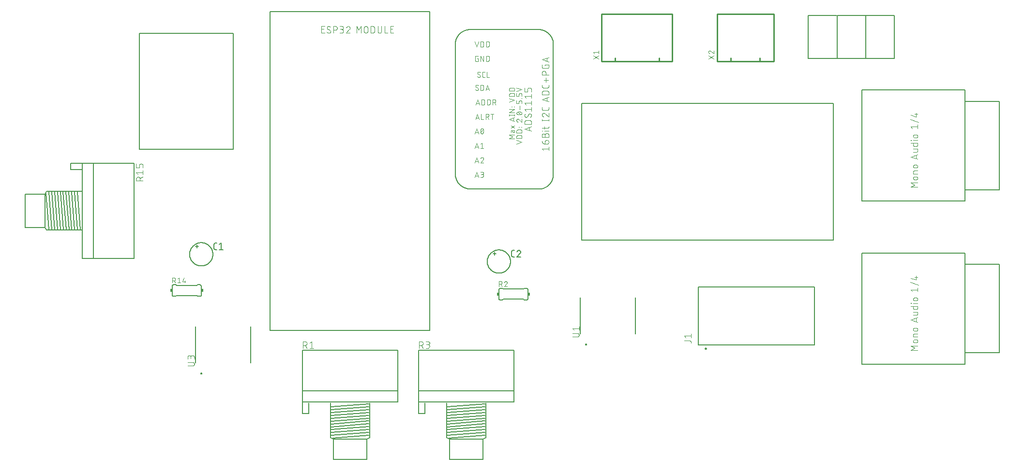
<source format=gbr>
G04 EAGLE Gerber RS-274X export*
G75*
%MOMM*%
%FSLAX34Y34*%
%LPD*%
%INSilkscreen Top*%
%IPPOS*%
%AMOC8*
5,1,8,0,0,1.08239X$1,22.5*%
G01*
%ADD10C,0.152400*%
%ADD11C,0.127000*%
%ADD12C,0.200000*%
%ADD13C,0.101600*%
%ADD14C,0.203200*%
%ADD15R,0.381000X0.508000*%
%ADD16C,0.076200*%
%ADD17C,0.254000*%


D10*
X212090Y579120D02*
X217170Y579120D01*
X214630Y576580D02*
X214630Y581660D01*
X201930Y565150D02*
X201936Y565649D01*
X201954Y566147D01*
X201985Y566645D01*
X202028Y567142D01*
X202083Y567637D01*
X202150Y568132D01*
X202229Y568624D01*
X202320Y569114D01*
X202424Y569602D01*
X202539Y570087D01*
X202666Y570570D01*
X202805Y571049D01*
X202956Y571524D01*
X203118Y571996D01*
X203292Y572463D01*
X203477Y572926D01*
X203673Y573385D01*
X203881Y573838D01*
X204100Y574286D01*
X204329Y574729D01*
X204570Y575166D01*
X204821Y575597D01*
X205083Y576021D01*
X205355Y576439D01*
X205637Y576850D01*
X205929Y577255D01*
X206231Y577652D01*
X206542Y578041D01*
X206864Y578422D01*
X207194Y578796D01*
X207533Y579161D01*
X207882Y579518D01*
X208239Y579867D01*
X208604Y580206D01*
X208978Y580536D01*
X209359Y580858D01*
X209748Y581169D01*
X210145Y581471D01*
X210550Y581763D01*
X210961Y582045D01*
X211379Y582317D01*
X211803Y582579D01*
X212234Y582830D01*
X212671Y583071D01*
X213114Y583300D01*
X213562Y583519D01*
X214015Y583727D01*
X214474Y583923D01*
X214937Y584108D01*
X215404Y584282D01*
X215876Y584444D01*
X216351Y584595D01*
X216830Y584734D01*
X217313Y584861D01*
X217798Y584976D01*
X218286Y585080D01*
X218776Y585171D01*
X219268Y585250D01*
X219763Y585317D01*
X220258Y585372D01*
X220755Y585415D01*
X221253Y585446D01*
X221751Y585464D01*
X222250Y585470D01*
X222749Y585464D01*
X223247Y585446D01*
X223745Y585415D01*
X224242Y585372D01*
X224737Y585317D01*
X225232Y585250D01*
X225724Y585171D01*
X226214Y585080D01*
X226702Y584976D01*
X227187Y584861D01*
X227670Y584734D01*
X228149Y584595D01*
X228624Y584444D01*
X229096Y584282D01*
X229563Y584108D01*
X230026Y583923D01*
X230485Y583727D01*
X230938Y583519D01*
X231386Y583300D01*
X231829Y583071D01*
X232266Y582830D01*
X232697Y582579D01*
X233121Y582317D01*
X233539Y582045D01*
X233950Y581763D01*
X234355Y581471D01*
X234752Y581169D01*
X235141Y580858D01*
X235522Y580536D01*
X235896Y580206D01*
X236261Y579867D01*
X236618Y579518D01*
X236967Y579161D01*
X237306Y578796D01*
X237636Y578422D01*
X237958Y578041D01*
X238269Y577652D01*
X238571Y577255D01*
X238863Y576850D01*
X239145Y576439D01*
X239417Y576021D01*
X239679Y575597D01*
X239930Y575166D01*
X240171Y574729D01*
X240400Y574286D01*
X240619Y573838D01*
X240827Y573385D01*
X241023Y572926D01*
X241208Y572463D01*
X241382Y571996D01*
X241544Y571524D01*
X241695Y571049D01*
X241834Y570570D01*
X241961Y570087D01*
X242076Y569602D01*
X242180Y569114D01*
X242271Y568624D01*
X242350Y568132D01*
X242417Y567637D01*
X242472Y567142D01*
X242515Y566645D01*
X242546Y566147D01*
X242564Y565649D01*
X242570Y565150D01*
X242564Y564651D01*
X242546Y564153D01*
X242515Y563655D01*
X242472Y563158D01*
X242417Y562663D01*
X242350Y562168D01*
X242271Y561676D01*
X242180Y561186D01*
X242076Y560698D01*
X241961Y560213D01*
X241834Y559730D01*
X241695Y559251D01*
X241544Y558776D01*
X241382Y558304D01*
X241208Y557837D01*
X241023Y557374D01*
X240827Y556915D01*
X240619Y556462D01*
X240400Y556014D01*
X240171Y555571D01*
X239930Y555134D01*
X239679Y554703D01*
X239417Y554279D01*
X239145Y553861D01*
X238863Y553450D01*
X238571Y553045D01*
X238269Y552648D01*
X237958Y552259D01*
X237636Y551878D01*
X237306Y551504D01*
X236967Y551139D01*
X236618Y550782D01*
X236261Y550433D01*
X235896Y550094D01*
X235522Y549764D01*
X235141Y549442D01*
X234752Y549131D01*
X234355Y548829D01*
X233950Y548537D01*
X233539Y548255D01*
X233121Y547983D01*
X232697Y547721D01*
X232266Y547470D01*
X231829Y547229D01*
X231386Y547000D01*
X230938Y546781D01*
X230485Y546573D01*
X230026Y546377D01*
X229563Y546192D01*
X229096Y546018D01*
X228624Y545856D01*
X228149Y545705D01*
X227670Y545566D01*
X227187Y545439D01*
X226702Y545324D01*
X226214Y545220D01*
X225724Y545129D01*
X225232Y545050D01*
X224737Y544983D01*
X224242Y544928D01*
X223745Y544885D01*
X223247Y544854D01*
X222749Y544836D01*
X222250Y544830D01*
X221751Y544836D01*
X221253Y544854D01*
X220755Y544885D01*
X220258Y544928D01*
X219763Y544983D01*
X219268Y545050D01*
X218776Y545129D01*
X218286Y545220D01*
X217798Y545324D01*
X217313Y545439D01*
X216830Y545566D01*
X216351Y545705D01*
X215876Y545856D01*
X215404Y546018D01*
X214937Y546192D01*
X214474Y546377D01*
X214015Y546573D01*
X213562Y546781D01*
X213114Y547000D01*
X212671Y547229D01*
X212234Y547470D01*
X211803Y547721D01*
X211379Y547983D01*
X210961Y548255D01*
X210550Y548537D01*
X210145Y548829D01*
X209748Y549131D01*
X209359Y549442D01*
X208978Y549764D01*
X208604Y550094D01*
X208239Y550433D01*
X207882Y550782D01*
X207533Y551139D01*
X207194Y551504D01*
X206864Y551878D01*
X206542Y552259D01*
X206231Y552648D01*
X205929Y553045D01*
X205637Y553450D01*
X205355Y553861D01*
X205083Y554279D01*
X204821Y554703D01*
X204570Y555134D01*
X204329Y555571D01*
X204100Y556014D01*
X203881Y556462D01*
X203673Y556915D01*
X203477Y557374D01*
X203292Y557837D01*
X203118Y558304D01*
X202956Y558776D01*
X202805Y559251D01*
X202666Y559730D01*
X202539Y560213D01*
X202424Y560698D01*
X202320Y561186D01*
X202229Y561676D01*
X202150Y562168D01*
X202083Y562663D01*
X202028Y563158D01*
X201985Y563655D01*
X201954Y564153D01*
X201936Y564651D01*
X201930Y565150D01*
D11*
X247015Y573405D02*
X249555Y573405D01*
X247015Y573405D02*
X246915Y573407D01*
X246816Y573413D01*
X246716Y573423D01*
X246618Y573436D01*
X246519Y573454D01*
X246422Y573475D01*
X246326Y573500D01*
X246230Y573529D01*
X246136Y573562D01*
X246043Y573598D01*
X245952Y573638D01*
X245862Y573682D01*
X245774Y573729D01*
X245688Y573779D01*
X245604Y573833D01*
X245522Y573890D01*
X245443Y573950D01*
X245365Y574014D01*
X245291Y574080D01*
X245219Y574149D01*
X245150Y574221D01*
X245084Y574295D01*
X245020Y574373D01*
X244960Y574452D01*
X244903Y574534D01*
X244849Y574618D01*
X244799Y574704D01*
X244752Y574792D01*
X244708Y574882D01*
X244668Y574973D01*
X244632Y575066D01*
X244599Y575160D01*
X244570Y575256D01*
X244545Y575352D01*
X244524Y575449D01*
X244506Y575548D01*
X244493Y575646D01*
X244483Y575746D01*
X244477Y575845D01*
X244475Y575945D01*
X244475Y582295D01*
X244477Y582395D01*
X244483Y582494D01*
X244493Y582594D01*
X244506Y582692D01*
X244524Y582791D01*
X244545Y582888D01*
X244570Y582984D01*
X244599Y583080D01*
X244632Y583174D01*
X244668Y583267D01*
X244708Y583358D01*
X244752Y583448D01*
X244799Y583536D01*
X244849Y583622D01*
X244903Y583706D01*
X244960Y583788D01*
X245020Y583867D01*
X245084Y583945D01*
X245150Y584019D01*
X245219Y584091D01*
X245291Y584160D01*
X245365Y584226D01*
X245443Y584290D01*
X245522Y584350D01*
X245604Y584407D01*
X245688Y584461D01*
X245774Y584511D01*
X245862Y584558D01*
X245952Y584602D01*
X246043Y584642D01*
X246136Y584678D01*
X246230Y584711D01*
X246326Y584740D01*
X246422Y584765D01*
X246519Y584786D01*
X246618Y584804D01*
X246716Y584817D01*
X246816Y584827D01*
X246915Y584833D01*
X247015Y584835D01*
X249555Y584835D01*
X254037Y582295D02*
X257212Y584835D01*
X257212Y573405D01*
X254037Y573405D02*
X260387Y573405D01*
D10*
X732790Y566420D02*
X737870Y566420D01*
X735330Y563880D02*
X735330Y568960D01*
X722630Y552450D02*
X722636Y552949D01*
X722654Y553447D01*
X722685Y553945D01*
X722728Y554442D01*
X722783Y554937D01*
X722850Y555432D01*
X722929Y555924D01*
X723020Y556414D01*
X723124Y556902D01*
X723239Y557387D01*
X723366Y557870D01*
X723505Y558349D01*
X723656Y558824D01*
X723818Y559296D01*
X723992Y559763D01*
X724177Y560226D01*
X724373Y560685D01*
X724581Y561138D01*
X724800Y561586D01*
X725029Y562029D01*
X725270Y562466D01*
X725521Y562897D01*
X725783Y563321D01*
X726055Y563739D01*
X726337Y564150D01*
X726629Y564555D01*
X726931Y564952D01*
X727242Y565341D01*
X727564Y565722D01*
X727894Y566096D01*
X728233Y566461D01*
X728582Y566818D01*
X728939Y567167D01*
X729304Y567506D01*
X729678Y567836D01*
X730059Y568158D01*
X730448Y568469D01*
X730845Y568771D01*
X731250Y569063D01*
X731661Y569345D01*
X732079Y569617D01*
X732503Y569879D01*
X732934Y570130D01*
X733371Y570371D01*
X733814Y570600D01*
X734262Y570819D01*
X734715Y571027D01*
X735174Y571223D01*
X735637Y571408D01*
X736104Y571582D01*
X736576Y571744D01*
X737051Y571895D01*
X737530Y572034D01*
X738013Y572161D01*
X738498Y572276D01*
X738986Y572380D01*
X739476Y572471D01*
X739968Y572550D01*
X740463Y572617D01*
X740958Y572672D01*
X741455Y572715D01*
X741953Y572746D01*
X742451Y572764D01*
X742950Y572770D01*
X743449Y572764D01*
X743947Y572746D01*
X744445Y572715D01*
X744942Y572672D01*
X745437Y572617D01*
X745932Y572550D01*
X746424Y572471D01*
X746914Y572380D01*
X747402Y572276D01*
X747887Y572161D01*
X748370Y572034D01*
X748849Y571895D01*
X749324Y571744D01*
X749796Y571582D01*
X750263Y571408D01*
X750726Y571223D01*
X751185Y571027D01*
X751638Y570819D01*
X752086Y570600D01*
X752529Y570371D01*
X752966Y570130D01*
X753397Y569879D01*
X753821Y569617D01*
X754239Y569345D01*
X754650Y569063D01*
X755055Y568771D01*
X755452Y568469D01*
X755841Y568158D01*
X756222Y567836D01*
X756596Y567506D01*
X756961Y567167D01*
X757318Y566818D01*
X757667Y566461D01*
X758006Y566096D01*
X758336Y565722D01*
X758658Y565341D01*
X758969Y564952D01*
X759271Y564555D01*
X759563Y564150D01*
X759845Y563739D01*
X760117Y563321D01*
X760379Y562897D01*
X760630Y562466D01*
X760871Y562029D01*
X761100Y561586D01*
X761319Y561138D01*
X761527Y560685D01*
X761723Y560226D01*
X761908Y559763D01*
X762082Y559296D01*
X762244Y558824D01*
X762395Y558349D01*
X762534Y557870D01*
X762661Y557387D01*
X762776Y556902D01*
X762880Y556414D01*
X762971Y555924D01*
X763050Y555432D01*
X763117Y554937D01*
X763172Y554442D01*
X763215Y553945D01*
X763246Y553447D01*
X763264Y552949D01*
X763270Y552450D01*
X763264Y551951D01*
X763246Y551453D01*
X763215Y550955D01*
X763172Y550458D01*
X763117Y549963D01*
X763050Y549468D01*
X762971Y548976D01*
X762880Y548486D01*
X762776Y547998D01*
X762661Y547513D01*
X762534Y547030D01*
X762395Y546551D01*
X762244Y546076D01*
X762082Y545604D01*
X761908Y545137D01*
X761723Y544674D01*
X761527Y544215D01*
X761319Y543762D01*
X761100Y543314D01*
X760871Y542871D01*
X760630Y542434D01*
X760379Y542003D01*
X760117Y541579D01*
X759845Y541161D01*
X759563Y540750D01*
X759271Y540345D01*
X758969Y539948D01*
X758658Y539559D01*
X758336Y539178D01*
X758006Y538804D01*
X757667Y538439D01*
X757318Y538082D01*
X756961Y537733D01*
X756596Y537394D01*
X756222Y537064D01*
X755841Y536742D01*
X755452Y536431D01*
X755055Y536129D01*
X754650Y535837D01*
X754239Y535555D01*
X753821Y535283D01*
X753397Y535021D01*
X752966Y534770D01*
X752529Y534529D01*
X752086Y534300D01*
X751638Y534081D01*
X751185Y533873D01*
X750726Y533677D01*
X750263Y533492D01*
X749796Y533318D01*
X749324Y533156D01*
X748849Y533005D01*
X748370Y532866D01*
X747887Y532739D01*
X747402Y532624D01*
X746914Y532520D01*
X746424Y532429D01*
X745932Y532350D01*
X745437Y532283D01*
X744942Y532228D01*
X744445Y532185D01*
X743947Y532154D01*
X743449Y532136D01*
X742950Y532130D01*
X742451Y532136D01*
X741953Y532154D01*
X741455Y532185D01*
X740958Y532228D01*
X740463Y532283D01*
X739968Y532350D01*
X739476Y532429D01*
X738986Y532520D01*
X738498Y532624D01*
X738013Y532739D01*
X737530Y532866D01*
X737051Y533005D01*
X736576Y533156D01*
X736104Y533318D01*
X735637Y533492D01*
X735174Y533677D01*
X734715Y533873D01*
X734262Y534081D01*
X733814Y534300D01*
X733371Y534529D01*
X732934Y534770D01*
X732503Y535021D01*
X732079Y535283D01*
X731661Y535555D01*
X731250Y535837D01*
X730845Y536129D01*
X730448Y536431D01*
X730059Y536742D01*
X729678Y537064D01*
X729304Y537394D01*
X728939Y537733D01*
X728582Y538082D01*
X728233Y538439D01*
X727894Y538804D01*
X727564Y539178D01*
X727242Y539559D01*
X726931Y539948D01*
X726629Y540345D01*
X726337Y540750D01*
X726055Y541161D01*
X725783Y541579D01*
X725521Y542003D01*
X725270Y542434D01*
X725029Y542871D01*
X724800Y543314D01*
X724581Y543762D01*
X724373Y544215D01*
X724177Y544674D01*
X723992Y545137D01*
X723818Y545604D01*
X723656Y546076D01*
X723505Y546551D01*
X723366Y547030D01*
X723239Y547513D01*
X723124Y547998D01*
X723020Y548486D01*
X722929Y548976D01*
X722850Y549468D01*
X722783Y549963D01*
X722728Y550458D01*
X722685Y550955D01*
X722654Y551453D01*
X722636Y551951D01*
X722630Y552450D01*
D11*
X767715Y560705D02*
X770255Y560705D01*
X767715Y560705D02*
X767615Y560707D01*
X767516Y560713D01*
X767416Y560723D01*
X767318Y560736D01*
X767219Y560754D01*
X767122Y560775D01*
X767026Y560800D01*
X766930Y560829D01*
X766836Y560862D01*
X766743Y560898D01*
X766652Y560938D01*
X766562Y560982D01*
X766474Y561029D01*
X766388Y561079D01*
X766304Y561133D01*
X766222Y561190D01*
X766143Y561250D01*
X766065Y561314D01*
X765991Y561380D01*
X765919Y561449D01*
X765850Y561521D01*
X765784Y561595D01*
X765720Y561673D01*
X765660Y561752D01*
X765603Y561834D01*
X765549Y561918D01*
X765499Y562004D01*
X765452Y562092D01*
X765408Y562182D01*
X765368Y562273D01*
X765332Y562366D01*
X765299Y562460D01*
X765270Y562556D01*
X765245Y562652D01*
X765224Y562749D01*
X765206Y562848D01*
X765193Y562946D01*
X765183Y563046D01*
X765177Y563145D01*
X765175Y563245D01*
X765175Y569595D01*
X765177Y569695D01*
X765183Y569794D01*
X765193Y569894D01*
X765206Y569992D01*
X765224Y570091D01*
X765245Y570188D01*
X765270Y570284D01*
X765299Y570380D01*
X765332Y570474D01*
X765368Y570567D01*
X765408Y570658D01*
X765452Y570748D01*
X765499Y570836D01*
X765549Y570922D01*
X765603Y571006D01*
X765660Y571088D01*
X765720Y571167D01*
X765784Y571245D01*
X765850Y571319D01*
X765919Y571391D01*
X765991Y571460D01*
X766065Y571526D01*
X766143Y571590D01*
X766222Y571650D01*
X766304Y571707D01*
X766388Y571761D01*
X766474Y571811D01*
X766562Y571858D01*
X766652Y571902D01*
X766743Y571942D01*
X766836Y571978D01*
X766930Y572011D01*
X767026Y572040D01*
X767122Y572065D01*
X767219Y572086D01*
X767318Y572104D01*
X767416Y572117D01*
X767516Y572127D01*
X767615Y572133D01*
X767715Y572135D01*
X770255Y572135D01*
X778230Y572136D02*
X778334Y572134D01*
X778439Y572128D01*
X778543Y572119D01*
X778646Y572106D01*
X778749Y572088D01*
X778851Y572068D01*
X778953Y572043D01*
X779053Y572015D01*
X779153Y571983D01*
X779251Y571947D01*
X779348Y571908D01*
X779443Y571866D01*
X779537Y571820D01*
X779629Y571770D01*
X779719Y571718D01*
X779807Y571662D01*
X779893Y571602D01*
X779977Y571540D01*
X780058Y571475D01*
X780137Y571407D01*
X780214Y571335D01*
X780287Y571262D01*
X780359Y571185D01*
X780427Y571106D01*
X780492Y571025D01*
X780554Y570941D01*
X780614Y570855D01*
X780670Y570767D01*
X780722Y570677D01*
X780772Y570585D01*
X780818Y570491D01*
X780860Y570396D01*
X780899Y570299D01*
X780935Y570201D01*
X780967Y570101D01*
X780995Y570001D01*
X781020Y569899D01*
X781040Y569797D01*
X781058Y569694D01*
X781071Y569591D01*
X781080Y569487D01*
X781086Y569382D01*
X781088Y569278D01*
X778230Y572135D02*
X778112Y572133D01*
X777993Y572127D01*
X777875Y572118D01*
X777758Y572105D01*
X777641Y572087D01*
X777524Y572067D01*
X777408Y572042D01*
X777293Y572014D01*
X777180Y571981D01*
X777067Y571946D01*
X776955Y571906D01*
X776845Y571864D01*
X776736Y571817D01*
X776628Y571767D01*
X776523Y571714D01*
X776419Y571657D01*
X776317Y571597D01*
X776217Y571534D01*
X776119Y571467D01*
X776023Y571398D01*
X775930Y571325D01*
X775839Y571249D01*
X775750Y571171D01*
X775664Y571089D01*
X775581Y571005D01*
X775500Y570919D01*
X775423Y570829D01*
X775348Y570738D01*
X775276Y570644D01*
X775207Y570547D01*
X775142Y570449D01*
X775079Y570348D01*
X775020Y570245D01*
X774964Y570141D01*
X774912Y570035D01*
X774863Y569927D01*
X774818Y569818D01*
X774776Y569707D01*
X774738Y569595D01*
X780135Y567056D02*
X780211Y567131D01*
X780286Y567210D01*
X780357Y567291D01*
X780426Y567375D01*
X780491Y567461D01*
X780553Y567549D01*
X780613Y567639D01*
X780669Y567731D01*
X780722Y567826D01*
X780771Y567922D01*
X780817Y568020D01*
X780860Y568119D01*
X780899Y568220D01*
X780934Y568322D01*
X780966Y568425D01*
X780994Y568529D01*
X781019Y568634D01*
X781040Y568741D01*
X781057Y568847D01*
X781070Y568954D01*
X781079Y569062D01*
X781085Y569170D01*
X781087Y569278D01*
X780135Y567055D02*
X774737Y560705D01*
X781087Y560705D01*
X1092200Y508000D02*
X1092200Y406400D01*
X1295400Y406400D02*
X1295400Y508000D01*
X1092200Y508000D01*
X1092200Y406400D02*
X1295400Y406400D01*
D12*
X1103900Y399900D02*
X1103902Y399963D01*
X1103908Y400025D01*
X1103918Y400087D01*
X1103931Y400149D01*
X1103949Y400209D01*
X1103970Y400268D01*
X1103995Y400326D01*
X1104024Y400382D01*
X1104056Y400436D01*
X1104091Y400488D01*
X1104129Y400537D01*
X1104171Y400585D01*
X1104215Y400629D01*
X1104263Y400671D01*
X1104312Y400709D01*
X1104364Y400744D01*
X1104418Y400776D01*
X1104474Y400805D01*
X1104532Y400830D01*
X1104591Y400851D01*
X1104651Y400869D01*
X1104713Y400882D01*
X1104775Y400892D01*
X1104837Y400898D01*
X1104900Y400900D01*
X1104963Y400898D01*
X1105025Y400892D01*
X1105087Y400882D01*
X1105149Y400869D01*
X1105209Y400851D01*
X1105268Y400830D01*
X1105326Y400805D01*
X1105382Y400776D01*
X1105436Y400744D01*
X1105488Y400709D01*
X1105537Y400671D01*
X1105585Y400629D01*
X1105629Y400585D01*
X1105671Y400537D01*
X1105709Y400488D01*
X1105744Y400436D01*
X1105776Y400382D01*
X1105805Y400326D01*
X1105830Y400268D01*
X1105851Y400209D01*
X1105869Y400149D01*
X1105882Y400087D01*
X1105892Y400025D01*
X1105898Y399963D01*
X1105900Y399900D01*
X1105898Y399837D01*
X1105892Y399775D01*
X1105882Y399713D01*
X1105869Y399651D01*
X1105851Y399591D01*
X1105830Y399532D01*
X1105805Y399474D01*
X1105776Y399418D01*
X1105744Y399364D01*
X1105709Y399312D01*
X1105671Y399263D01*
X1105629Y399215D01*
X1105585Y399171D01*
X1105537Y399129D01*
X1105488Y399091D01*
X1105436Y399056D01*
X1105382Y399024D01*
X1105326Y398995D01*
X1105268Y398970D01*
X1105209Y398949D01*
X1105149Y398931D01*
X1105087Y398918D01*
X1105025Y398908D01*
X1104963Y398902D01*
X1104900Y398900D01*
X1104837Y398902D01*
X1104775Y398908D01*
X1104713Y398918D01*
X1104651Y398931D01*
X1104591Y398949D01*
X1104532Y398970D01*
X1104474Y398995D01*
X1104418Y399024D01*
X1104364Y399056D01*
X1104312Y399091D01*
X1104263Y399129D01*
X1104215Y399171D01*
X1104171Y399215D01*
X1104129Y399263D01*
X1104091Y399312D01*
X1104056Y399364D01*
X1104024Y399418D01*
X1103995Y399474D01*
X1103970Y399532D01*
X1103949Y399591D01*
X1103931Y399651D01*
X1103918Y399713D01*
X1103908Y399775D01*
X1103902Y399837D01*
X1103900Y399900D01*
D13*
X1076596Y413503D02*
X1067508Y413503D01*
X1076596Y413502D02*
X1076695Y413500D01*
X1076795Y413494D01*
X1076894Y413485D01*
X1076992Y413472D01*
X1077090Y413455D01*
X1077188Y413434D01*
X1077284Y413409D01*
X1077379Y413381D01*
X1077473Y413349D01*
X1077566Y413314D01*
X1077658Y413275D01*
X1077748Y413232D01*
X1077836Y413187D01*
X1077923Y413137D01*
X1078007Y413085D01*
X1078090Y413029D01*
X1078170Y412971D01*
X1078248Y412909D01*
X1078323Y412844D01*
X1078396Y412776D01*
X1078466Y412706D01*
X1078534Y412633D01*
X1078599Y412558D01*
X1078661Y412480D01*
X1078719Y412400D01*
X1078775Y412317D01*
X1078827Y412233D01*
X1078877Y412146D01*
X1078922Y412058D01*
X1078965Y411968D01*
X1079004Y411876D01*
X1079039Y411783D01*
X1079071Y411689D01*
X1079099Y411594D01*
X1079124Y411498D01*
X1079145Y411400D01*
X1079162Y411302D01*
X1079175Y411204D01*
X1079184Y411105D01*
X1079190Y411005D01*
X1079192Y410906D01*
X1079192Y409608D01*
X1070104Y418776D02*
X1067508Y422022D01*
X1079192Y422022D01*
X1079192Y425267D02*
X1079192Y418776D01*
D14*
X566100Y305900D02*
X399100Y305900D01*
X399100Y285900D02*
X410100Y285900D01*
X399100Y285900D02*
X399100Y305900D01*
X410100Y304900D02*
X410100Y285900D01*
X399100Y325900D02*
X566100Y325900D01*
X566100Y396900D02*
X399100Y396900D01*
X453600Y240900D02*
X453600Y205900D01*
X511600Y205900D02*
X511600Y240900D01*
X448600Y243900D02*
X448600Y304900D01*
X448600Y243900D02*
X453600Y240900D01*
X511600Y240900D02*
X516600Y243900D01*
X516600Y304900D01*
X511600Y240900D02*
X453600Y240900D01*
X453600Y205900D02*
X511600Y205900D01*
X399100Y305900D02*
X399100Y396900D01*
X566100Y396900D02*
X566100Y305900D01*
X515600Y252900D02*
X449600Y247650D01*
X449600Y252650D02*
X515600Y257900D01*
X515600Y262900D02*
X449600Y257650D01*
X449600Y262650D02*
X515600Y267900D01*
X515600Y272900D02*
X449600Y267650D01*
X449600Y272650D02*
X515600Y277900D01*
X515600Y282900D02*
X449600Y277650D01*
X449600Y282650D02*
X515600Y287900D01*
X515600Y292900D02*
X449600Y287650D01*
X449600Y292650D02*
X515600Y297900D01*
X515600Y302900D02*
X449600Y297650D01*
X451850Y242650D02*
X515600Y247900D01*
D13*
X400558Y400558D02*
X400558Y412242D01*
X403804Y412242D01*
X403917Y412240D01*
X404030Y412234D01*
X404143Y412224D01*
X404256Y412210D01*
X404368Y412193D01*
X404479Y412171D01*
X404589Y412146D01*
X404699Y412116D01*
X404807Y412083D01*
X404914Y412046D01*
X405020Y412006D01*
X405124Y411961D01*
X405227Y411913D01*
X405328Y411862D01*
X405427Y411807D01*
X405524Y411749D01*
X405619Y411687D01*
X405712Y411622D01*
X405802Y411554D01*
X405890Y411483D01*
X405976Y411408D01*
X406059Y411331D01*
X406139Y411251D01*
X406216Y411168D01*
X406291Y411082D01*
X406362Y410994D01*
X406430Y410904D01*
X406495Y410811D01*
X406557Y410716D01*
X406615Y410619D01*
X406670Y410520D01*
X406721Y410419D01*
X406769Y410316D01*
X406814Y410212D01*
X406854Y410106D01*
X406891Y409999D01*
X406924Y409891D01*
X406954Y409781D01*
X406979Y409671D01*
X407001Y409560D01*
X407018Y409448D01*
X407032Y409335D01*
X407042Y409222D01*
X407048Y409109D01*
X407050Y408996D01*
X407048Y408883D01*
X407042Y408770D01*
X407032Y408657D01*
X407018Y408544D01*
X407001Y408432D01*
X406979Y408321D01*
X406954Y408211D01*
X406924Y408101D01*
X406891Y407993D01*
X406854Y407886D01*
X406814Y407780D01*
X406769Y407676D01*
X406721Y407573D01*
X406670Y407472D01*
X406615Y407373D01*
X406557Y407276D01*
X406495Y407181D01*
X406430Y407088D01*
X406362Y406998D01*
X406291Y406910D01*
X406216Y406824D01*
X406139Y406741D01*
X406059Y406661D01*
X405976Y406584D01*
X405890Y406509D01*
X405802Y406438D01*
X405712Y406370D01*
X405619Y406305D01*
X405524Y406243D01*
X405427Y406185D01*
X405328Y406130D01*
X405227Y406079D01*
X405124Y406031D01*
X405020Y405986D01*
X404914Y405946D01*
X404807Y405909D01*
X404699Y405876D01*
X404589Y405846D01*
X404479Y405821D01*
X404368Y405799D01*
X404256Y405782D01*
X404143Y405768D01*
X404030Y405758D01*
X403917Y405752D01*
X403804Y405750D01*
X403804Y405751D02*
X400558Y405751D01*
X404453Y405751D02*
X407049Y400558D01*
X411914Y409646D02*
X415160Y412242D01*
X415160Y400558D01*
X418405Y400558D02*
X411914Y400558D01*
D10*
X173990Y511810D02*
X173890Y511808D01*
X173791Y511802D01*
X173691Y511792D01*
X173593Y511779D01*
X173494Y511761D01*
X173397Y511740D01*
X173301Y511715D01*
X173205Y511686D01*
X173111Y511653D01*
X173018Y511617D01*
X172927Y511577D01*
X172837Y511533D01*
X172749Y511486D01*
X172663Y511436D01*
X172579Y511382D01*
X172497Y511325D01*
X172418Y511265D01*
X172340Y511201D01*
X172266Y511135D01*
X172194Y511066D01*
X172125Y510994D01*
X172059Y510920D01*
X171995Y510842D01*
X171935Y510763D01*
X171878Y510681D01*
X171824Y510597D01*
X171774Y510511D01*
X171727Y510423D01*
X171683Y510333D01*
X171643Y510242D01*
X171607Y510149D01*
X171574Y510055D01*
X171545Y509959D01*
X171520Y509863D01*
X171499Y509766D01*
X171481Y509667D01*
X171468Y509569D01*
X171458Y509469D01*
X171452Y509370D01*
X171450Y509270D01*
X171450Y494030D02*
X171452Y493930D01*
X171458Y493831D01*
X171468Y493731D01*
X171481Y493633D01*
X171499Y493534D01*
X171520Y493437D01*
X171545Y493341D01*
X171574Y493245D01*
X171607Y493151D01*
X171643Y493058D01*
X171683Y492967D01*
X171727Y492877D01*
X171774Y492789D01*
X171824Y492703D01*
X171878Y492619D01*
X171935Y492537D01*
X171995Y492458D01*
X172059Y492380D01*
X172125Y492306D01*
X172194Y492234D01*
X172266Y492165D01*
X172340Y492099D01*
X172418Y492035D01*
X172497Y491975D01*
X172579Y491918D01*
X172663Y491864D01*
X172749Y491814D01*
X172837Y491767D01*
X172927Y491723D01*
X173018Y491683D01*
X173111Y491647D01*
X173205Y491614D01*
X173301Y491585D01*
X173397Y491560D01*
X173494Y491539D01*
X173593Y491521D01*
X173691Y491508D01*
X173791Y491498D01*
X173890Y491492D01*
X173990Y491490D01*
X219710Y491490D02*
X219810Y491492D01*
X219909Y491498D01*
X220009Y491508D01*
X220107Y491521D01*
X220206Y491539D01*
X220303Y491560D01*
X220399Y491585D01*
X220495Y491614D01*
X220589Y491647D01*
X220682Y491683D01*
X220773Y491723D01*
X220863Y491767D01*
X220951Y491814D01*
X221037Y491864D01*
X221121Y491918D01*
X221203Y491975D01*
X221282Y492035D01*
X221360Y492099D01*
X221434Y492165D01*
X221506Y492234D01*
X221575Y492306D01*
X221641Y492380D01*
X221705Y492458D01*
X221765Y492537D01*
X221822Y492619D01*
X221876Y492703D01*
X221926Y492789D01*
X221973Y492877D01*
X222017Y492967D01*
X222057Y493058D01*
X222093Y493151D01*
X222126Y493245D01*
X222155Y493341D01*
X222180Y493437D01*
X222201Y493534D01*
X222219Y493633D01*
X222232Y493731D01*
X222242Y493831D01*
X222248Y493930D01*
X222250Y494030D01*
X222250Y509270D02*
X222248Y509370D01*
X222242Y509469D01*
X222232Y509569D01*
X222219Y509667D01*
X222201Y509766D01*
X222180Y509863D01*
X222155Y509959D01*
X222126Y510055D01*
X222093Y510149D01*
X222057Y510242D01*
X222017Y510333D01*
X221973Y510423D01*
X221926Y510511D01*
X221876Y510597D01*
X221822Y510681D01*
X221765Y510763D01*
X221705Y510842D01*
X221641Y510920D01*
X221575Y510994D01*
X221506Y511066D01*
X221434Y511135D01*
X221360Y511201D01*
X221282Y511265D01*
X221203Y511325D01*
X221121Y511382D01*
X221037Y511436D01*
X220951Y511486D01*
X220863Y511533D01*
X220773Y511577D01*
X220682Y511617D01*
X220589Y511653D01*
X220495Y511686D01*
X220399Y511715D01*
X220303Y511740D01*
X220206Y511761D01*
X220107Y511779D01*
X220009Y511792D01*
X219909Y511802D01*
X219810Y511808D01*
X219710Y511810D01*
X171450Y509270D02*
X171450Y494030D01*
X173990Y511810D02*
X177800Y511810D01*
X179070Y510540D01*
X177800Y491490D02*
X173990Y491490D01*
X177800Y491490D02*
X179070Y492760D01*
X214630Y510540D02*
X215900Y511810D01*
X214630Y510540D02*
X179070Y510540D01*
X214630Y492760D02*
X215900Y491490D01*
X214630Y492760D02*
X179070Y492760D01*
X215900Y511810D02*
X219710Y511810D01*
X219710Y491490D02*
X215900Y491490D01*
X222250Y494030D02*
X222250Y509270D01*
D15*
X224155Y501650D03*
X169545Y501650D03*
D13*
X171958Y515112D02*
X171958Y524002D01*
X174427Y524002D01*
X174525Y524000D01*
X174623Y523994D01*
X174721Y523984D01*
X174818Y523971D01*
X174915Y523953D01*
X175011Y523932D01*
X175105Y523907D01*
X175199Y523878D01*
X175292Y523846D01*
X175383Y523809D01*
X175473Y523770D01*
X175561Y523726D01*
X175647Y523679D01*
X175732Y523629D01*
X175814Y523576D01*
X175894Y523519D01*
X175972Y523459D01*
X176047Y523396D01*
X176120Y523330D01*
X176190Y523261D01*
X176257Y523190D01*
X176322Y523116D01*
X176383Y523039D01*
X176442Y522960D01*
X176497Y522879D01*
X176549Y522796D01*
X176597Y522710D01*
X176642Y522623D01*
X176684Y522534D01*
X176722Y522444D01*
X176756Y522352D01*
X176787Y522259D01*
X176814Y522164D01*
X176837Y522069D01*
X176857Y521972D01*
X176872Y521876D01*
X176884Y521778D01*
X176892Y521680D01*
X176896Y521582D01*
X176896Y521484D01*
X176892Y521386D01*
X176884Y521288D01*
X176872Y521190D01*
X176857Y521094D01*
X176837Y520997D01*
X176814Y520902D01*
X176787Y520807D01*
X176756Y520714D01*
X176722Y520622D01*
X176684Y520532D01*
X176642Y520443D01*
X176597Y520356D01*
X176549Y520270D01*
X176497Y520187D01*
X176442Y520106D01*
X176383Y520027D01*
X176322Y519950D01*
X176257Y519876D01*
X176190Y519805D01*
X176120Y519736D01*
X176047Y519670D01*
X175972Y519607D01*
X175894Y519547D01*
X175814Y519490D01*
X175732Y519437D01*
X175647Y519387D01*
X175561Y519340D01*
X175473Y519296D01*
X175383Y519257D01*
X175292Y519220D01*
X175199Y519188D01*
X175105Y519159D01*
X175011Y519134D01*
X174915Y519113D01*
X174818Y519095D01*
X174721Y519082D01*
X174623Y519072D01*
X174525Y519066D01*
X174427Y519064D01*
X174427Y519063D02*
X171958Y519063D01*
X174921Y519063D02*
X176897Y515112D01*
X180808Y522026D02*
X183277Y524002D01*
X183277Y515112D01*
X180808Y515112D02*
X185747Y515112D01*
X189723Y517088D02*
X191699Y524002D01*
X189723Y517088D02*
X194662Y517088D01*
X193180Y519063D02*
X193180Y515112D01*
D14*
X13800Y557850D02*
X13800Y724850D01*
X-6200Y724850D02*
X-6200Y713850D01*
X-6200Y724850D02*
X13800Y724850D01*
X12800Y713850D02*
X-6200Y713850D01*
X33800Y724850D02*
X33800Y557850D01*
X104800Y557850D02*
X104800Y724850D01*
X-51200Y670350D02*
X-86200Y670350D01*
X-86200Y612350D02*
X-51200Y612350D01*
X-48200Y675350D02*
X12800Y675350D01*
X-48200Y675350D02*
X-51200Y670350D01*
X-51200Y612350D02*
X-48200Y607350D01*
X12800Y607350D01*
X-51200Y612350D02*
X-51200Y670350D01*
X-86200Y670350D02*
X-86200Y612350D01*
X13800Y724850D02*
X104800Y724850D01*
X104800Y557850D02*
X13800Y557850D01*
X-39200Y608350D02*
X-44450Y674350D01*
X-39450Y674350D02*
X-34200Y608350D01*
X-29200Y608350D02*
X-34450Y674350D01*
X-29450Y674350D02*
X-24200Y608350D01*
X-19200Y608350D02*
X-24450Y674350D01*
X-19450Y674350D02*
X-14200Y608350D01*
X-9200Y608350D02*
X-14450Y674350D01*
X-9450Y674350D02*
X-4200Y608350D01*
X800Y608350D02*
X-4450Y674350D01*
X550Y674350D02*
X5800Y608350D01*
X10800Y608350D02*
X5550Y674350D01*
X-49450Y672100D02*
X-44200Y608350D01*
D13*
X108458Y694115D02*
X120142Y694115D01*
X108458Y694115D02*
X108458Y697360D01*
X108460Y697473D01*
X108466Y697586D01*
X108476Y697699D01*
X108490Y697812D01*
X108507Y697924D01*
X108529Y698035D01*
X108554Y698145D01*
X108584Y698255D01*
X108617Y698363D01*
X108654Y698470D01*
X108694Y698576D01*
X108739Y698680D01*
X108787Y698783D01*
X108838Y698884D01*
X108893Y698983D01*
X108951Y699080D01*
X109013Y699175D01*
X109078Y699268D01*
X109146Y699358D01*
X109217Y699446D01*
X109292Y699532D01*
X109369Y699615D01*
X109449Y699695D01*
X109532Y699772D01*
X109618Y699847D01*
X109706Y699918D01*
X109796Y699986D01*
X109889Y700051D01*
X109984Y700113D01*
X110081Y700171D01*
X110180Y700226D01*
X110281Y700277D01*
X110384Y700325D01*
X110488Y700370D01*
X110594Y700410D01*
X110701Y700447D01*
X110809Y700480D01*
X110919Y700510D01*
X111029Y700535D01*
X111140Y700557D01*
X111252Y700574D01*
X111365Y700588D01*
X111478Y700598D01*
X111591Y700604D01*
X111704Y700606D01*
X111817Y700604D01*
X111930Y700598D01*
X112043Y700588D01*
X112156Y700574D01*
X112268Y700557D01*
X112379Y700535D01*
X112489Y700510D01*
X112599Y700480D01*
X112707Y700447D01*
X112814Y700410D01*
X112920Y700370D01*
X113024Y700325D01*
X113127Y700277D01*
X113228Y700226D01*
X113327Y700171D01*
X113424Y700113D01*
X113519Y700051D01*
X113612Y699986D01*
X113702Y699918D01*
X113790Y699847D01*
X113876Y699772D01*
X113959Y699695D01*
X114039Y699615D01*
X114116Y699532D01*
X114191Y699446D01*
X114262Y699358D01*
X114330Y699268D01*
X114395Y699175D01*
X114457Y699080D01*
X114515Y698983D01*
X114570Y698884D01*
X114621Y698783D01*
X114669Y698680D01*
X114714Y698576D01*
X114754Y698470D01*
X114791Y698363D01*
X114824Y698255D01*
X114854Y698145D01*
X114879Y698035D01*
X114901Y697924D01*
X114918Y697812D01*
X114932Y697699D01*
X114942Y697586D01*
X114948Y697473D01*
X114950Y697360D01*
X114949Y697360D02*
X114949Y694115D01*
X114949Y698009D02*
X120142Y700606D01*
X111054Y705471D02*
X108458Y708716D01*
X120142Y708716D01*
X120142Y705471D02*
X120142Y711962D01*
X120142Y716901D02*
X120142Y720796D01*
X120140Y720895D01*
X120134Y720995D01*
X120125Y721094D01*
X120112Y721192D01*
X120095Y721290D01*
X120074Y721388D01*
X120049Y721484D01*
X120021Y721579D01*
X119989Y721673D01*
X119954Y721766D01*
X119915Y721858D01*
X119872Y721948D01*
X119827Y722036D01*
X119777Y722123D01*
X119725Y722207D01*
X119669Y722290D01*
X119611Y722370D01*
X119549Y722448D01*
X119484Y722523D01*
X119416Y722596D01*
X119346Y722666D01*
X119273Y722734D01*
X119198Y722799D01*
X119120Y722861D01*
X119040Y722919D01*
X118957Y722975D01*
X118873Y723027D01*
X118786Y723077D01*
X118698Y723122D01*
X118608Y723165D01*
X118516Y723204D01*
X118423Y723239D01*
X118329Y723271D01*
X118234Y723299D01*
X118138Y723324D01*
X118040Y723345D01*
X117942Y723362D01*
X117844Y723375D01*
X117745Y723384D01*
X117645Y723390D01*
X117546Y723392D01*
X116247Y723392D01*
X116148Y723390D01*
X116048Y723384D01*
X115949Y723375D01*
X115851Y723362D01*
X115753Y723345D01*
X115655Y723324D01*
X115559Y723299D01*
X115464Y723271D01*
X115370Y723239D01*
X115277Y723204D01*
X115185Y723165D01*
X115095Y723122D01*
X115007Y723077D01*
X114920Y723027D01*
X114836Y722975D01*
X114753Y722919D01*
X114673Y722861D01*
X114595Y722799D01*
X114520Y722734D01*
X114447Y722666D01*
X114377Y722596D01*
X114309Y722523D01*
X114244Y722448D01*
X114182Y722370D01*
X114124Y722290D01*
X114068Y722207D01*
X114016Y722123D01*
X113966Y722036D01*
X113921Y721948D01*
X113878Y721858D01*
X113839Y721766D01*
X113804Y721673D01*
X113772Y721579D01*
X113744Y721484D01*
X113719Y721388D01*
X113698Y721290D01*
X113681Y721192D01*
X113668Y721094D01*
X113659Y720995D01*
X113653Y720895D01*
X113651Y720796D01*
X113651Y716901D01*
X108458Y716901D01*
X108458Y723392D01*
D10*
X742950Y502920D02*
X742952Y503020D01*
X742958Y503119D01*
X742968Y503219D01*
X742981Y503317D01*
X742999Y503416D01*
X743020Y503513D01*
X743045Y503609D01*
X743074Y503705D01*
X743107Y503799D01*
X743143Y503892D01*
X743183Y503983D01*
X743227Y504073D01*
X743274Y504161D01*
X743324Y504247D01*
X743378Y504331D01*
X743435Y504413D01*
X743495Y504492D01*
X743559Y504570D01*
X743625Y504644D01*
X743694Y504716D01*
X743766Y504785D01*
X743840Y504851D01*
X743918Y504915D01*
X743997Y504975D01*
X744079Y505032D01*
X744163Y505086D01*
X744249Y505136D01*
X744337Y505183D01*
X744427Y505227D01*
X744518Y505267D01*
X744611Y505303D01*
X744705Y505336D01*
X744801Y505365D01*
X744897Y505390D01*
X744994Y505411D01*
X745093Y505429D01*
X745191Y505442D01*
X745291Y505452D01*
X745390Y505458D01*
X745490Y505460D01*
X742950Y487680D02*
X742952Y487580D01*
X742958Y487481D01*
X742968Y487381D01*
X742981Y487283D01*
X742999Y487184D01*
X743020Y487087D01*
X743045Y486991D01*
X743074Y486895D01*
X743107Y486801D01*
X743143Y486708D01*
X743183Y486617D01*
X743227Y486527D01*
X743274Y486439D01*
X743324Y486353D01*
X743378Y486269D01*
X743435Y486187D01*
X743495Y486108D01*
X743559Y486030D01*
X743625Y485956D01*
X743694Y485884D01*
X743766Y485815D01*
X743840Y485749D01*
X743918Y485685D01*
X743997Y485625D01*
X744079Y485568D01*
X744163Y485514D01*
X744249Y485464D01*
X744337Y485417D01*
X744427Y485373D01*
X744518Y485333D01*
X744611Y485297D01*
X744705Y485264D01*
X744801Y485235D01*
X744897Y485210D01*
X744994Y485189D01*
X745093Y485171D01*
X745191Y485158D01*
X745291Y485148D01*
X745390Y485142D01*
X745490Y485140D01*
X791210Y485140D02*
X791310Y485142D01*
X791409Y485148D01*
X791509Y485158D01*
X791607Y485171D01*
X791706Y485189D01*
X791803Y485210D01*
X791899Y485235D01*
X791995Y485264D01*
X792089Y485297D01*
X792182Y485333D01*
X792273Y485373D01*
X792363Y485417D01*
X792451Y485464D01*
X792537Y485514D01*
X792621Y485568D01*
X792703Y485625D01*
X792782Y485685D01*
X792860Y485749D01*
X792934Y485815D01*
X793006Y485884D01*
X793075Y485956D01*
X793141Y486030D01*
X793205Y486108D01*
X793265Y486187D01*
X793322Y486269D01*
X793376Y486353D01*
X793426Y486439D01*
X793473Y486527D01*
X793517Y486617D01*
X793557Y486708D01*
X793593Y486801D01*
X793626Y486895D01*
X793655Y486991D01*
X793680Y487087D01*
X793701Y487184D01*
X793719Y487283D01*
X793732Y487381D01*
X793742Y487481D01*
X793748Y487580D01*
X793750Y487680D01*
X793750Y502920D02*
X793748Y503020D01*
X793742Y503119D01*
X793732Y503219D01*
X793719Y503317D01*
X793701Y503416D01*
X793680Y503513D01*
X793655Y503609D01*
X793626Y503705D01*
X793593Y503799D01*
X793557Y503892D01*
X793517Y503983D01*
X793473Y504073D01*
X793426Y504161D01*
X793376Y504247D01*
X793322Y504331D01*
X793265Y504413D01*
X793205Y504492D01*
X793141Y504570D01*
X793075Y504644D01*
X793006Y504716D01*
X792934Y504785D01*
X792860Y504851D01*
X792782Y504915D01*
X792703Y504975D01*
X792621Y505032D01*
X792537Y505086D01*
X792451Y505136D01*
X792363Y505183D01*
X792273Y505227D01*
X792182Y505267D01*
X792089Y505303D01*
X791995Y505336D01*
X791899Y505365D01*
X791803Y505390D01*
X791706Y505411D01*
X791607Y505429D01*
X791509Y505442D01*
X791409Y505452D01*
X791310Y505458D01*
X791210Y505460D01*
X742950Y502920D02*
X742950Y487680D01*
X745490Y505460D02*
X749300Y505460D01*
X750570Y504190D01*
X749300Y485140D02*
X745490Y485140D01*
X749300Y485140D02*
X750570Y486410D01*
X786130Y504190D02*
X787400Y505460D01*
X786130Y504190D02*
X750570Y504190D01*
X786130Y486410D02*
X787400Y485140D01*
X786130Y486410D02*
X750570Y486410D01*
X787400Y505460D02*
X791210Y505460D01*
X791210Y485140D02*
X787400Y485140D01*
X793750Y487680D02*
X793750Y502920D01*
D15*
X795655Y495300D03*
X741045Y495300D03*
D13*
X743458Y508762D02*
X743458Y517652D01*
X745927Y517652D01*
X746025Y517650D01*
X746123Y517644D01*
X746221Y517634D01*
X746318Y517621D01*
X746415Y517603D01*
X746511Y517582D01*
X746605Y517557D01*
X746699Y517528D01*
X746792Y517496D01*
X746883Y517459D01*
X746973Y517420D01*
X747061Y517376D01*
X747147Y517329D01*
X747232Y517279D01*
X747314Y517226D01*
X747394Y517169D01*
X747472Y517109D01*
X747547Y517046D01*
X747620Y516980D01*
X747690Y516911D01*
X747757Y516840D01*
X747822Y516766D01*
X747883Y516689D01*
X747942Y516610D01*
X747997Y516529D01*
X748049Y516446D01*
X748097Y516360D01*
X748142Y516273D01*
X748184Y516184D01*
X748222Y516094D01*
X748256Y516002D01*
X748287Y515909D01*
X748314Y515814D01*
X748337Y515719D01*
X748357Y515622D01*
X748372Y515526D01*
X748384Y515428D01*
X748392Y515330D01*
X748396Y515232D01*
X748396Y515134D01*
X748392Y515036D01*
X748384Y514938D01*
X748372Y514840D01*
X748357Y514744D01*
X748337Y514647D01*
X748314Y514552D01*
X748287Y514457D01*
X748256Y514364D01*
X748222Y514272D01*
X748184Y514182D01*
X748142Y514093D01*
X748097Y514006D01*
X748049Y513920D01*
X747997Y513837D01*
X747942Y513756D01*
X747883Y513677D01*
X747822Y513600D01*
X747757Y513526D01*
X747690Y513455D01*
X747620Y513386D01*
X747547Y513320D01*
X747472Y513257D01*
X747394Y513197D01*
X747314Y513140D01*
X747232Y513087D01*
X747147Y513037D01*
X747061Y512990D01*
X746973Y512946D01*
X746883Y512907D01*
X746792Y512870D01*
X746699Y512838D01*
X746605Y512809D01*
X746511Y512784D01*
X746415Y512763D01*
X746318Y512745D01*
X746221Y512732D01*
X746123Y512722D01*
X746025Y512716D01*
X745927Y512714D01*
X745927Y512713D02*
X743458Y512713D01*
X746421Y512713D02*
X748397Y508762D01*
X757247Y515430D02*
X757245Y515522D01*
X757239Y515614D01*
X757230Y515705D01*
X757217Y515796D01*
X757200Y515886D01*
X757179Y515976D01*
X757155Y516064D01*
X757127Y516152D01*
X757095Y516238D01*
X757060Y516323D01*
X757021Y516406D01*
X756979Y516488D01*
X756934Y516568D01*
X756885Y516646D01*
X756833Y516722D01*
X756778Y516795D01*
X756720Y516867D01*
X756660Y516936D01*
X756596Y517002D01*
X756530Y517066D01*
X756461Y517126D01*
X756389Y517184D01*
X756316Y517239D01*
X756240Y517291D01*
X756162Y517340D01*
X756082Y517385D01*
X756000Y517427D01*
X755917Y517466D01*
X755832Y517501D01*
X755746Y517533D01*
X755658Y517561D01*
X755570Y517585D01*
X755480Y517606D01*
X755390Y517623D01*
X755299Y517636D01*
X755208Y517645D01*
X755116Y517651D01*
X755024Y517653D01*
X755024Y517652D02*
X754918Y517650D01*
X754813Y517644D01*
X754708Y517634D01*
X754603Y517621D01*
X754499Y517603D01*
X754396Y517582D01*
X754293Y517557D01*
X754191Y517528D01*
X754091Y517495D01*
X753992Y517459D01*
X753894Y517419D01*
X753798Y517375D01*
X753703Y517328D01*
X753611Y517278D01*
X753520Y517224D01*
X753431Y517166D01*
X753345Y517106D01*
X753261Y517042D01*
X753179Y516976D01*
X753099Y516906D01*
X753023Y516833D01*
X752949Y516758D01*
X752878Y516680D01*
X752810Y516599D01*
X752744Y516516D01*
X752682Y516430D01*
X752624Y516343D01*
X752568Y516253D01*
X752516Y516161D01*
X752467Y516067D01*
X752422Y515972D01*
X752380Y515875D01*
X752342Y515776D01*
X752308Y515677D01*
X756506Y513701D02*
X756575Y513770D01*
X756641Y513840D01*
X756704Y513914D01*
X756763Y513990D01*
X756820Y514068D01*
X756874Y514148D01*
X756924Y514231D01*
X756971Y514315D01*
X757014Y514402D01*
X757054Y514490D01*
X757090Y514579D01*
X757123Y514670D01*
X757152Y514762D01*
X757177Y514856D01*
X757198Y514950D01*
X757216Y515045D01*
X757229Y515141D01*
X757239Y515237D01*
X757245Y515333D01*
X757247Y515430D01*
X756506Y513701D02*
X752308Y508762D01*
X757247Y508762D01*
D14*
X769300Y305900D02*
X602300Y305900D01*
X602300Y285900D02*
X613300Y285900D01*
X602300Y285900D02*
X602300Y305900D01*
X613300Y304900D02*
X613300Y285900D01*
X602300Y325900D02*
X769300Y325900D01*
X769300Y396900D02*
X602300Y396900D01*
X656800Y240900D02*
X656800Y205900D01*
X714800Y205900D02*
X714800Y240900D01*
X651800Y243900D02*
X651800Y304900D01*
X651800Y243900D02*
X656800Y240900D01*
X714800Y240900D02*
X719800Y243900D01*
X719800Y304900D01*
X714800Y240900D02*
X656800Y240900D01*
X656800Y205900D02*
X714800Y205900D01*
X602300Y305900D02*
X602300Y396900D01*
X769300Y396900D02*
X769300Y305900D01*
X718800Y252900D02*
X652800Y247650D01*
X652800Y252650D02*
X718800Y257900D01*
X718800Y262900D02*
X652800Y257650D01*
X652800Y262650D02*
X718800Y267900D01*
X718800Y272900D02*
X652800Y267650D01*
X652800Y272650D02*
X718800Y277900D01*
X718800Y282900D02*
X652800Y277650D01*
X652800Y282650D02*
X718800Y287900D01*
X718800Y292900D02*
X652800Y287650D01*
X652800Y292650D02*
X718800Y297900D01*
X718800Y302900D02*
X652800Y297650D01*
X655050Y242650D02*
X718800Y247900D01*
D13*
X603758Y400558D02*
X603758Y412242D01*
X607004Y412242D01*
X607117Y412240D01*
X607230Y412234D01*
X607343Y412224D01*
X607456Y412210D01*
X607568Y412193D01*
X607679Y412171D01*
X607789Y412146D01*
X607899Y412116D01*
X608007Y412083D01*
X608114Y412046D01*
X608220Y412006D01*
X608324Y411961D01*
X608427Y411913D01*
X608528Y411862D01*
X608627Y411807D01*
X608724Y411749D01*
X608819Y411687D01*
X608912Y411622D01*
X609002Y411554D01*
X609090Y411483D01*
X609176Y411408D01*
X609259Y411331D01*
X609339Y411251D01*
X609416Y411168D01*
X609491Y411082D01*
X609562Y410994D01*
X609630Y410904D01*
X609695Y410811D01*
X609757Y410716D01*
X609815Y410619D01*
X609870Y410520D01*
X609921Y410419D01*
X609969Y410316D01*
X610014Y410212D01*
X610054Y410106D01*
X610091Y409999D01*
X610124Y409891D01*
X610154Y409781D01*
X610179Y409671D01*
X610201Y409560D01*
X610218Y409448D01*
X610232Y409335D01*
X610242Y409222D01*
X610248Y409109D01*
X610250Y408996D01*
X610248Y408883D01*
X610242Y408770D01*
X610232Y408657D01*
X610218Y408544D01*
X610201Y408432D01*
X610179Y408321D01*
X610154Y408211D01*
X610124Y408101D01*
X610091Y407993D01*
X610054Y407886D01*
X610014Y407780D01*
X609969Y407676D01*
X609921Y407573D01*
X609870Y407472D01*
X609815Y407373D01*
X609757Y407276D01*
X609695Y407181D01*
X609630Y407088D01*
X609562Y406998D01*
X609491Y406910D01*
X609416Y406824D01*
X609339Y406741D01*
X609259Y406661D01*
X609176Y406584D01*
X609090Y406509D01*
X609002Y406438D01*
X608912Y406370D01*
X608819Y406305D01*
X608724Y406243D01*
X608627Y406185D01*
X608528Y406130D01*
X608427Y406079D01*
X608324Y406031D01*
X608220Y405986D01*
X608114Y405946D01*
X608007Y405909D01*
X607899Y405876D01*
X607789Y405846D01*
X607679Y405821D01*
X607568Y405799D01*
X607456Y405782D01*
X607343Y405768D01*
X607230Y405758D01*
X607117Y405752D01*
X607004Y405750D01*
X607004Y405751D02*
X603758Y405751D01*
X607653Y405751D02*
X610249Y400558D01*
X615114Y400558D02*
X618360Y400558D01*
X618473Y400560D01*
X618586Y400566D01*
X618699Y400576D01*
X618812Y400590D01*
X618924Y400607D01*
X619035Y400629D01*
X619145Y400654D01*
X619255Y400684D01*
X619363Y400717D01*
X619470Y400754D01*
X619576Y400794D01*
X619680Y400839D01*
X619783Y400887D01*
X619884Y400938D01*
X619983Y400993D01*
X620080Y401051D01*
X620175Y401113D01*
X620268Y401178D01*
X620358Y401246D01*
X620446Y401317D01*
X620532Y401392D01*
X620615Y401469D01*
X620695Y401549D01*
X620772Y401632D01*
X620847Y401718D01*
X620918Y401806D01*
X620986Y401896D01*
X621051Y401989D01*
X621113Y402084D01*
X621171Y402181D01*
X621226Y402280D01*
X621277Y402381D01*
X621325Y402484D01*
X621370Y402588D01*
X621410Y402694D01*
X621447Y402801D01*
X621480Y402909D01*
X621510Y403019D01*
X621535Y403129D01*
X621557Y403240D01*
X621574Y403352D01*
X621588Y403465D01*
X621598Y403578D01*
X621604Y403691D01*
X621606Y403804D01*
X621604Y403917D01*
X621598Y404030D01*
X621588Y404143D01*
X621574Y404256D01*
X621557Y404368D01*
X621535Y404479D01*
X621510Y404589D01*
X621480Y404699D01*
X621447Y404807D01*
X621410Y404914D01*
X621370Y405020D01*
X621325Y405124D01*
X621277Y405227D01*
X621226Y405328D01*
X621171Y405427D01*
X621113Y405524D01*
X621051Y405619D01*
X620986Y405712D01*
X620918Y405802D01*
X620847Y405890D01*
X620772Y405976D01*
X620695Y406059D01*
X620615Y406139D01*
X620532Y406216D01*
X620446Y406291D01*
X620358Y406362D01*
X620268Y406430D01*
X620175Y406495D01*
X620080Y406557D01*
X619983Y406615D01*
X619884Y406670D01*
X619783Y406721D01*
X619680Y406769D01*
X619576Y406814D01*
X619470Y406854D01*
X619363Y406891D01*
X619255Y406924D01*
X619145Y406954D01*
X619035Y406979D01*
X618924Y407001D01*
X618812Y407018D01*
X618699Y407032D01*
X618586Y407042D01*
X618473Y407048D01*
X618360Y407050D01*
X619009Y412242D02*
X615114Y412242D01*
X619009Y412242D02*
X619110Y412240D01*
X619210Y412234D01*
X619310Y412224D01*
X619410Y412211D01*
X619509Y412193D01*
X619608Y412172D01*
X619705Y412147D01*
X619802Y412118D01*
X619897Y412085D01*
X619991Y412049D01*
X620083Y412009D01*
X620174Y411966D01*
X620263Y411919D01*
X620350Y411869D01*
X620436Y411815D01*
X620519Y411758D01*
X620599Y411698D01*
X620678Y411635D01*
X620754Y411568D01*
X620827Y411499D01*
X620897Y411427D01*
X620965Y411353D01*
X621030Y411276D01*
X621091Y411196D01*
X621150Y411114D01*
X621205Y411030D01*
X621257Y410944D01*
X621306Y410856D01*
X621351Y410766D01*
X621393Y410674D01*
X621431Y410581D01*
X621465Y410486D01*
X621496Y410391D01*
X621523Y410294D01*
X621546Y410196D01*
X621566Y410097D01*
X621581Y409997D01*
X621593Y409897D01*
X621601Y409797D01*
X621605Y409696D01*
X621605Y409596D01*
X621601Y409495D01*
X621593Y409395D01*
X621581Y409295D01*
X621566Y409195D01*
X621546Y409096D01*
X621523Y408998D01*
X621496Y408901D01*
X621465Y408806D01*
X621431Y408711D01*
X621393Y408618D01*
X621351Y408526D01*
X621306Y408436D01*
X621257Y408348D01*
X621205Y408262D01*
X621150Y408178D01*
X621091Y408096D01*
X621030Y408016D01*
X620965Y407939D01*
X620897Y407865D01*
X620827Y407793D01*
X620754Y407724D01*
X620678Y407657D01*
X620599Y407594D01*
X620519Y407534D01*
X620436Y407477D01*
X620350Y407423D01*
X620263Y407373D01*
X620174Y407326D01*
X620083Y407283D01*
X619991Y407243D01*
X619897Y407207D01*
X619802Y407174D01*
X619705Y407145D01*
X619608Y407120D01*
X619509Y407099D01*
X619410Y407081D01*
X619310Y407068D01*
X619210Y407058D01*
X619110Y407052D01*
X619009Y407050D01*
X619009Y407049D02*
X616413Y407049D01*
D11*
X342900Y431800D02*
X342900Y990600D01*
X622300Y990600D01*
X622300Y431800D01*
X342900Y431800D01*
D13*
X432703Y953008D02*
X437896Y953008D01*
X432703Y953008D02*
X432703Y964692D01*
X437896Y964692D01*
X436598Y959499D02*
X432703Y959499D01*
X445719Y953008D02*
X445818Y953010D01*
X445918Y953016D01*
X446017Y953025D01*
X446115Y953038D01*
X446213Y953055D01*
X446311Y953076D01*
X446407Y953101D01*
X446502Y953129D01*
X446596Y953161D01*
X446689Y953196D01*
X446781Y953235D01*
X446871Y953278D01*
X446959Y953323D01*
X447046Y953373D01*
X447130Y953425D01*
X447213Y953481D01*
X447293Y953539D01*
X447371Y953601D01*
X447446Y953666D01*
X447519Y953734D01*
X447589Y953804D01*
X447657Y953877D01*
X447722Y953952D01*
X447784Y954030D01*
X447842Y954110D01*
X447898Y954193D01*
X447950Y954277D01*
X448000Y954364D01*
X448045Y954452D01*
X448088Y954542D01*
X448127Y954634D01*
X448162Y954727D01*
X448194Y954821D01*
X448222Y954916D01*
X448247Y955012D01*
X448268Y955110D01*
X448285Y955208D01*
X448298Y955306D01*
X448307Y955405D01*
X448313Y955505D01*
X448315Y955604D01*
X445719Y953008D02*
X445575Y953010D01*
X445430Y953016D01*
X445286Y953025D01*
X445143Y953038D01*
X444999Y953055D01*
X444856Y953076D01*
X444714Y953101D01*
X444573Y953129D01*
X444432Y953161D01*
X444292Y953197D01*
X444153Y953236D01*
X444015Y953279D01*
X443879Y953326D01*
X443743Y953376D01*
X443609Y953430D01*
X443477Y953487D01*
X443346Y953548D01*
X443217Y953612D01*
X443089Y953680D01*
X442963Y953750D01*
X442839Y953825D01*
X442718Y953902D01*
X442598Y953983D01*
X442480Y954066D01*
X442365Y954153D01*
X442252Y954243D01*
X442141Y954336D01*
X442033Y954431D01*
X441927Y954530D01*
X441824Y954631D01*
X442150Y962096D02*
X442152Y962195D01*
X442158Y962295D01*
X442167Y962394D01*
X442180Y962492D01*
X442197Y962590D01*
X442218Y962688D01*
X442243Y962784D01*
X442271Y962879D01*
X442303Y962973D01*
X442338Y963066D01*
X442377Y963158D01*
X442420Y963248D01*
X442465Y963336D01*
X442515Y963423D01*
X442567Y963507D01*
X442623Y963590D01*
X442681Y963670D01*
X442743Y963748D01*
X442808Y963823D01*
X442876Y963896D01*
X442946Y963966D01*
X443019Y964034D01*
X443094Y964099D01*
X443172Y964161D01*
X443252Y964219D01*
X443335Y964275D01*
X443419Y964327D01*
X443506Y964377D01*
X443594Y964422D01*
X443684Y964465D01*
X443776Y964504D01*
X443869Y964539D01*
X443963Y964571D01*
X444058Y964599D01*
X444155Y964624D01*
X444252Y964645D01*
X444350Y964662D01*
X444448Y964675D01*
X444547Y964684D01*
X444647Y964690D01*
X444746Y964692D01*
X444882Y964690D01*
X445018Y964684D01*
X445154Y964675D01*
X445290Y964662D01*
X445425Y964644D01*
X445559Y964624D01*
X445693Y964599D01*
X445827Y964571D01*
X445959Y964538D01*
X446090Y964503D01*
X446221Y964463D01*
X446350Y964420D01*
X446478Y964374D01*
X446604Y964323D01*
X446730Y964270D01*
X446853Y964212D01*
X446975Y964152D01*
X447095Y964088D01*
X447214Y964020D01*
X447330Y963950D01*
X447444Y963876D01*
X447557Y963799D01*
X447667Y963718D01*
X443447Y959824D02*
X443361Y959877D01*
X443277Y959934D01*
X443195Y959993D01*
X443115Y960056D01*
X443038Y960122D01*
X442963Y960190D01*
X442891Y960262D01*
X442822Y960336D01*
X442756Y960413D01*
X442693Y960492D01*
X442633Y960574D01*
X442576Y960658D01*
X442522Y960744D01*
X442472Y960832D01*
X442425Y960922D01*
X442381Y961013D01*
X442342Y961107D01*
X442305Y961201D01*
X442273Y961297D01*
X442244Y961395D01*
X442219Y961493D01*
X442198Y961592D01*
X442180Y961692D01*
X442167Y961792D01*
X442157Y961893D01*
X442151Y961995D01*
X442149Y962096D01*
X447018Y957876D02*
X447104Y957823D01*
X447188Y957766D01*
X447270Y957707D01*
X447350Y957644D01*
X447427Y957578D01*
X447502Y957510D01*
X447574Y957438D01*
X447643Y957364D01*
X447709Y957287D01*
X447772Y957208D01*
X447832Y957126D01*
X447889Y957042D01*
X447943Y956956D01*
X447993Y956868D01*
X448040Y956778D01*
X448084Y956687D01*
X448123Y956593D01*
X448160Y956499D01*
X448192Y956403D01*
X448221Y956305D01*
X448246Y956207D01*
X448267Y956108D01*
X448285Y956008D01*
X448298Y955908D01*
X448308Y955807D01*
X448314Y955705D01*
X448316Y955604D01*
X447018Y957876D02*
X443448Y959824D01*
X453424Y964692D02*
X453424Y953008D01*
X453424Y964692D02*
X456670Y964692D01*
X456783Y964690D01*
X456896Y964684D01*
X457009Y964674D01*
X457122Y964660D01*
X457234Y964643D01*
X457345Y964621D01*
X457455Y964596D01*
X457565Y964566D01*
X457673Y964533D01*
X457780Y964496D01*
X457886Y964456D01*
X457990Y964411D01*
X458093Y964363D01*
X458194Y964312D01*
X458293Y964257D01*
X458390Y964199D01*
X458485Y964137D01*
X458578Y964072D01*
X458668Y964004D01*
X458756Y963933D01*
X458842Y963858D01*
X458925Y963781D01*
X459005Y963701D01*
X459082Y963618D01*
X459157Y963532D01*
X459228Y963444D01*
X459296Y963354D01*
X459361Y963261D01*
X459423Y963166D01*
X459481Y963069D01*
X459536Y962970D01*
X459587Y962869D01*
X459635Y962766D01*
X459680Y962662D01*
X459720Y962556D01*
X459757Y962449D01*
X459790Y962341D01*
X459820Y962231D01*
X459845Y962121D01*
X459867Y962010D01*
X459884Y961898D01*
X459898Y961785D01*
X459908Y961672D01*
X459914Y961559D01*
X459916Y961446D01*
X459914Y961333D01*
X459908Y961220D01*
X459898Y961107D01*
X459884Y960994D01*
X459867Y960882D01*
X459845Y960771D01*
X459820Y960661D01*
X459790Y960551D01*
X459757Y960443D01*
X459720Y960336D01*
X459680Y960230D01*
X459635Y960126D01*
X459587Y960023D01*
X459536Y959922D01*
X459481Y959823D01*
X459423Y959726D01*
X459361Y959631D01*
X459296Y959538D01*
X459228Y959448D01*
X459157Y959360D01*
X459082Y959274D01*
X459005Y959191D01*
X458925Y959111D01*
X458842Y959034D01*
X458756Y958959D01*
X458668Y958888D01*
X458578Y958820D01*
X458485Y958755D01*
X458390Y958693D01*
X458293Y958635D01*
X458194Y958580D01*
X458093Y958529D01*
X457990Y958481D01*
X457886Y958436D01*
X457780Y958396D01*
X457673Y958359D01*
X457565Y958326D01*
X457455Y958296D01*
X457345Y958271D01*
X457234Y958249D01*
X457122Y958232D01*
X457009Y958218D01*
X456896Y958208D01*
X456783Y958202D01*
X456670Y958200D01*
X456670Y958201D02*
X453424Y958201D01*
X464304Y953008D02*
X467549Y953008D01*
X467662Y953010D01*
X467775Y953016D01*
X467888Y953026D01*
X468001Y953040D01*
X468113Y953057D01*
X468224Y953079D01*
X468334Y953104D01*
X468444Y953134D01*
X468552Y953167D01*
X468659Y953204D01*
X468765Y953244D01*
X468869Y953289D01*
X468972Y953337D01*
X469073Y953388D01*
X469172Y953443D01*
X469269Y953501D01*
X469364Y953563D01*
X469457Y953628D01*
X469547Y953696D01*
X469635Y953767D01*
X469721Y953842D01*
X469804Y953919D01*
X469884Y953999D01*
X469961Y954082D01*
X470036Y954168D01*
X470107Y954256D01*
X470175Y954346D01*
X470240Y954439D01*
X470302Y954534D01*
X470360Y954631D01*
X470415Y954730D01*
X470466Y954831D01*
X470514Y954934D01*
X470559Y955038D01*
X470599Y955144D01*
X470636Y955251D01*
X470669Y955359D01*
X470699Y955469D01*
X470724Y955579D01*
X470746Y955690D01*
X470763Y955802D01*
X470777Y955915D01*
X470787Y956028D01*
X470793Y956141D01*
X470795Y956254D01*
X470793Y956367D01*
X470787Y956480D01*
X470777Y956593D01*
X470763Y956706D01*
X470746Y956818D01*
X470724Y956929D01*
X470699Y957039D01*
X470669Y957149D01*
X470636Y957257D01*
X470599Y957364D01*
X470559Y957470D01*
X470514Y957574D01*
X470466Y957677D01*
X470415Y957778D01*
X470360Y957877D01*
X470302Y957974D01*
X470240Y958069D01*
X470175Y958162D01*
X470107Y958252D01*
X470036Y958340D01*
X469961Y958426D01*
X469884Y958509D01*
X469804Y958589D01*
X469721Y958666D01*
X469635Y958741D01*
X469547Y958812D01*
X469457Y958880D01*
X469364Y958945D01*
X469269Y959007D01*
X469172Y959065D01*
X469073Y959120D01*
X468972Y959171D01*
X468869Y959219D01*
X468765Y959264D01*
X468659Y959304D01*
X468552Y959341D01*
X468444Y959374D01*
X468334Y959404D01*
X468224Y959429D01*
X468113Y959451D01*
X468001Y959468D01*
X467888Y959482D01*
X467775Y959492D01*
X467662Y959498D01*
X467549Y959500D01*
X468198Y964692D02*
X464304Y964692D01*
X468198Y964692D02*
X468299Y964690D01*
X468399Y964684D01*
X468499Y964674D01*
X468599Y964661D01*
X468698Y964643D01*
X468797Y964622D01*
X468894Y964597D01*
X468991Y964568D01*
X469086Y964535D01*
X469180Y964499D01*
X469272Y964459D01*
X469363Y964416D01*
X469452Y964369D01*
X469539Y964319D01*
X469625Y964265D01*
X469708Y964208D01*
X469788Y964148D01*
X469867Y964085D01*
X469943Y964018D01*
X470016Y963949D01*
X470086Y963877D01*
X470154Y963803D01*
X470219Y963726D01*
X470280Y963646D01*
X470339Y963564D01*
X470394Y963480D01*
X470446Y963394D01*
X470495Y963306D01*
X470540Y963216D01*
X470582Y963124D01*
X470620Y963031D01*
X470654Y962936D01*
X470685Y962841D01*
X470712Y962744D01*
X470735Y962646D01*
X470755Y962547D01*
X470770Y962447D01*
X470782Y962347D01*
X470790Y962247D01*
X470794Y962146D01*
X470794Y962046D01*
X470790Y961945D01*
X470782Y961845D01*
X470770Y961745D01*
X470755Y961645D01*
X470735Y961546D01*
X470712Y961448D01*
X470685Y961351D01*
X470654Y961256D01*
X470620Y961161D01*
X470582Y961068D01*
X470540Y960976D01*
X470495Y960886D01*
X470446Y960798D01*
X470394Y960712D01*
X470339Y960628D01*
X470280Y960546D01*
X470219Y960466D01*
X470154Y960389D01*
X470086Y960315D01*
X470016Y960243D01*
X469943Y960174D01*
X469867Y960107D01*
X469788Y960044D01*
X469708Y959984D01*
X469625Y959927D01*
X469539Y959873D01*
X469452Y959823D01*
X469363Y959776D01*
X469272Y959733D01*
X469180Y959693D01*
X469086Y959657D01*
X468991Y959624D01*
X468894Y959595D01*
X468797Y959570D01*
X468698Y959549D01*
X468599Y959531D01*
X468499Y959518D01*
X468399Y959508D01*
X468299Y959502D01*
X468198Y959500D01*
X468198Y959499D02*
X465602Y959499D01*
X479304Y964692D02*
X479411Y964690D01*
X479517Y964684D01*
X479623Y964674D01*
X479729Y964661D01*
X479835Y964643D01*
X479939Y964622D01*
X480043Y964597D01*
X480146Y964568D01*
X480247Y964536D01*
X480347Y964499D01*
X480446Y964459D01*
X480544Y964416D01*
X480640Y964369D01*
X480734Y964318D01*
X480826Y964264D01*
X480916Y964207D01*
X481004Y964147D01*
X481089Y964083D01*
X481172Y964016D01*
X481253Y963946D01*
X481331Y963874D01*
X481407Y963798D01*
X481479Y963720D01*
X481549Y963639D01*
X481616Y963556D01*
X481680Y963471D01*
X481740Y963383D01*
X481797Y963293D01*
X481851Y963201D01*
X481902Y963107D01*
X481949Y963011D01*
X481992Y962913D01*
X482032Y962814D01*
X482069Y962714D01*
X482101Y962613D01*
X482130Y962510D01*
X482155Y962406D01*
X482176Y962302D01*
X482194Y962196D01*
X482207Y962090D01*
X482217Y961984D01*
X482223Y961878D01*
X482225Y961771D01*
X479304Y964692D02*
X479183Y964690D01*
X479062Y964684D01*
X478942Y964674D01*
X478821Y964661D01*
X478702Y964643D01*
X478582Y964622D01*
X478464Y964597D01*
X478347Y964568D01*
X478230Y964535D01*
X478115Y964499D01*
X478001Y964458D01*
X477888Y964415D01*
X477776Y964367D01*
X477667Y964316D01*
X477559Y964261D01*
X477452Y964203D01*
X477348Y964142D01*
X477246Y964077D01*
X477146Y964009D01*
X477048Y963938D01*
X476952Y963864D01*
X476859Y963787D01*
X476769Y963706D01*
X476681Y963623D01*
X476596Y963537D01*
X476513Y963448D01*
X476434Y963357D01*
X476357Y963263D01*
X476284Y963167D01*
X476214Y963069D01*
X476147Y962968D01*
X476083Y962865D01*
X476023Y962760D01*
X475966Y962653D01*
X475912Y962545D01*
X475862Y962435D01*
X475816Y962323D01*
X475773Y962210D01*
X475734Y962095D01*
X481251Y959499D02*
X481330Y959576D01*
X481406Y959657D01*
X481479Y959740D01*
X481549Y959825D01*
X481616Y959913D01*
X481680Y960003D01*
X481740Y960095D01*
X481797Y960190D01*
X481851Y960286D01*
X481902Y960384D01*
X481949Y960484D01*
X481993Y960586D01*
X482033Y960689D01*
X482069Y960793D01*
X482101Y960899D01*
X482130Y961005D01*
X482155Y961113D01*
X482177Y961221D01*
X482194Y961331D01*
X482208Y961440D01*
X482217Y961550D01*
X482223Y961661D01*
X482225Y961771D01*
X481251Y959499D02*
X475734Y953008D01*
X482225Y953008D01*
X493754Y953008D02*
X493754Y964692D01*
X497648Y958201D01*
X501543Y964692D01*
X501543Y953008D01*
X506976Y956254D02*
X506976Y961446D01*
X506975Y961446D02*
X506977Y961559D01*
X506983Y961672D01*
X506993Y961785D01*
X507007Y961898D01*
X507024Y962010D01*
X507046Y962121D01*
X507071Y962231D01*
X507101Y962341D01*
X507134Y962449D01*
X507171Y962556D01*
X507211Y962662D01*
X507256Y962766D01*
X507304Y962869D01*
X507355Y962970D01*
X507410Y963069D01*
X507468Y963166D01*
X507530Y963261D01*
X507595Y963354D01*
X507663Y963444D01*
X507734Y963532D01*
X507809Y963618D01*
X507886Y963701D01*
X507966Y963781D01*
X508049Y963858D01*
X508135Y963933D01*
X508223Y964004D01*
X508313Y964072D01*
X508406Y964137D01*
X508501Y964199D01*
X508598Y964257D01*
X508697Y964312D01*
X508798Y964363D01*
X508901Y964411D01*
X509005Y964456D01*
X509111Y964496D01*
X509218Y964533D01*
X509326Y964566D01*
X509436Y964596D01*
X509546Y964621D01*
X509657Y964643D01*
X509769Y964660D01*
X509882Y964674D01*
X509995Y964684D01*
X510108Y964690D01*
X510221Y964692D01*
X510334Y964690D01*
X510447Y964684D01*
X510560Y964674D01*
X510673Y964660D01*
X510785Y964643D01*
X510896Y964621D01*
X511006Y964596D01*
X511116Y964566D01*
X511224Y964533D01*
X511331Y964496D01*
X511437Y964456D01*
X511541Y964411D01*
X511644Y964363D01*
X511745Y964312D01*
X511844Y964257D01*
X511941Y964199D01*
X512036Y964137D01*
X512129Y964072D01*
X512219Y964004D01*
X512307Y963933D01*
X512393Y963858D01*
X512476Y963781D01*
X512556Y963701D01*
X512633Y963618D01*
X512708Y963532D01*
X512779Y963444D01*
X512847Y963354D01*
X512912Y963261D01*
X512974Y963166D01*
X513032Y963069D01*
X513087Y962970D01*
X513138Y962869D01*
X513186Y962766D01*
X513231Y962662D01*
X513271Y962556D01*
X513308Y962449D01*
X513341Y962341D01*
X513371Y962231D01*
X513396Y962121D01*
X513418Y962010D01*
X513435Y961898D01*
X513449Y961785D01*
X513459Y961672D01*
X513465Y961559D01*
X513467Y961446D01*
X513467Y956254D01*
X513465Y956141D01*
X513459Y956028D01*
X513449Y955915D01*
X513435Y955802D01*
X513418Y955690D01*
X513396Y955579D01*
X513371Y955469D01*
X513341Y955359D01*
X513308Y955251D01*
X513271Y955144D01*
X513231Y955038D01*
X513186Y954934D01*
X513138Y954831D01*
X513087Y954730D01*
X513032Y954631D01*
X512974Y954534D01*
X512912Y954439D01*
X512847Y954346D01*
X512779Y954256D01*
X512708Y954168D01*
X512633Y954082D01*
X512556Y953999D01*
X512476Y953919D01*
X512393Y953842D01*
X512307Y953767D01*
X512219Y953696D01*
X512129Y953628D01*
X512036Y953563D01*
X511941Y953501D01*
X511844Y953443D01*
X511745Y953388D01*
X511644Y953337D01*
X511541Y953289D01*
X511437Y953244D01*
X511331Y953204D01*
X511224Y953167D01*
X511116Y953134D01*
X511006Y953104D01*
X510896Y953079D01*
X510785Y953057D01*
X510673Y953040D01*
X510560Y953026D01*
X510447Y953016D01*
X510334Y953010D01*
X510221Y953008D01*
X510108Y953010D01*
X509995Y953016D01*
X509882Y953026D01*
X509769Y953040D01*
X509657Y953057D01*
X509546Y953079D01*
X509436Y953104D01*
X509326Y953134D01*
X509218Y953167D01*
X509111Y953204D01*
X509005Y953244D01*
X508901Y953289D01*
X508798Y953337D01*
X508697Y953388D01*
X508598Y953443D01*
X508501Y953501D01*
X508406Y953563D01*
X508313Y953628D01*
X508223Y953696D01*
X508135Y953767D01*
X508049Y953842D01*
X507966Y953919D01*
X507886Y953999D01*
X507809Y954082D01*
X507734Y954168D01*
X507663Y954256D01*
X507595Y954346D01*
X507530Y954439D01*
X507468Y954534D01*
X507410Y954631D01*
X507355Y954730D01*
X507304Y954831D01*
X507256Y954934D01*
X507211Y955038D01*
X507171Y955144D01*
X507134Y955251D01*
X507101Y955359D01*
X507071Y955469D01*
X507046Y955579D01*
X507024Y955690D01*
X507007Y955802D01*
X506993Y955915D01*
X506983Y956028D01*
X506977Y956141D01*
X506975Y956254D01*
X518787Y953008D02*
X518787Y964692D01*
X522032Y964692D01*
X522145Y964690D01*
X522258Y964684D01*
X522371Y964674D01*
X522484Y964660D01*
X522596Y964643D01*
X522707Y964621D01*
X522817Y964596D01*
X522927Y964566D01*
X523035Y964533D01*
X523142Y964496D01*
X523248Y964456D01*
X523352Y964411D01*
X523455Y964363D01*
X523556Y964312D01*
X523655Y964257D01*
X523752Y964199D01*
X523847Y964137D01*
X523940Y964072D01*
X524030Y964004D01*
X524118Y963933D01*
X524204Y963858D01*
X524287Y963781D01*
X524367Y963701D01*
X524444Y963618D01*
X524519Y963532D01*
X524590Y963444D01*
X524658Y963354D01*
X524723Y963261D01*
X524785Y963166D01*
X524843Y963069D01*
X524898Y962970D01*
X524949Y962869D01*
X524997Y962766D01*
X525042Y962662D01*
X525082Y962556D01*
X525119Y962449D01*
X525152Y962341D01*
X525182Y962231D01*
X525207Y962121D01*
X525229Y962010D01*
X525246Y961898D01*
X525260Y961785D01*
X525270Y961672D01*
X525276Y961559D01*
X525278Y961446D01*
X525278Y956254D01*
X525276Y956141D01*
X525270Y956028D01*
X525260Y955915D01*
X525246Y955802D01*
X525229Y955690D01*
X525207Y955579D01*
X525182Y955469D01*
X525152Y955359D01*
X525119Y955251D01*
X525082Y955144D01*
X525042Y955038D01*
X524997Y954934D01*
X524949Y954831D01*
X524898Y954730D01*
X524843Y954631D01*
X524785Y954534D01*
X524723Y954439D01*
X524658Y954346D01*
X524590Y954256D01*
X524519Y954168D01*
X524444Y954082D01*
X524367Y953999D01*
X524287Y953919D01*
X524204Y953842D01*
X524118Y953767D01*
X524030Y953696D01*
X523940Y953628D01*
X523847Y953563D01*
X523752Y953501D01*
X523655Y953443D01*
X523556Y953388D01*
X523455Y953337D01*
X523352Y953289D01*
X523248Y953244D01*
X523142Y953204D01*
X523035Y953167D01*
X522927Y953134D01*
X522817Y953104D01*
X522707Y953079D01*
X522596Y953057D01*
X522484Y953040D01*
X522371Y953026D01*
X522258Y953016D01*
X522145Y953010D01*
X522032Y953008D01*
X518787Y953008D01*
X530979Y956254D02*
X530979Y964692D01*
X530978Y956254D02*
X530980Y956141D01*
X530986Y956028D01*
X530996Y955915D01*
X531010Y955802D01*
X531027Y955690D01*
X531049Y955579D01*
X531074Y955469D01*
X531104Y955359D01*
X531137Y955251D01*
X531174Y955144D01*
X531214Y955038D01*
X531259Y954934D01*
X531307Y954831D01*
X531358Y954730D01*
X531413Y954631D01*
X531471Y954534D01*
X531533Y954439D01*
X531598Y954346D01*
X531666Y954256D01*
X531737Y954168D01*
X531812Y954082D01*
X531889Y953999D01*
X531969Y953919D01*
X532052Y953842D01*
X532138Y953767D01*
X532226Y953696D01*
X532316Y953628D01*
X532409Y953563D01*
X532504Y953501D01*
X532601Y953443D01*
X532700Y953388D01*
X532801Y953337D01*
X532904Y953289D01*
X533008Y953244D01*
X533114Y953204D01*
X533221Y953167D01*
X533329Y953134D01*
X533439Y953104D01*
X533549Y953079D01*
X533660Y953057D01*
X533772Y953040D01*
X533885Y953026D01*
X533998Y953016D01*
X534111Y953010D01*
X534224Y953008D01*
X534337Y953010D01*
X534450Y953016D01*
X534563Y953026D01*
X534676Y953040D01*
X534788Y953057D01*
X534899Y953079D01*
X535009Y953104D01*
X535119Y953134D01*
X535227Y953167D01*
X535334Y953204D01*
X535440Y953244D01*
X535544Y953289D01*
X535647Y953337D01*
X535748Y953388D01*
X535847Y953443D01*
X535944Y953501D01*
X536039Y953563D01*
X536132Y953628D01*
X536222Y953696D01*
X536310Y953767D01*
X536396Y953842D01*
X536479Y953919D01*
X536559Y953999D01*
X536636Y954082D01*
X536711Y954168D01*
X536782Y954256D01*
X536850Y954346D01*
X536915Y954439D01*
X536977Y954534D01*
X537035Y954631D01*
X537090Y954730D01*
X537141Y954831D01*
X537189Y954934D01*
X537234Y955038D01*
X537274Y955144D01*
X537311Y955251D01*
X537344Y955359D01*
X537374Y955469D01*
X537399Y955579D01*
X537421Y955690D01*
X537438Y955802D01*
X537452Y955915D01*
X537462Y956028D01*
X537468Y956141D01*
X537470Y956254D01*
X537470Y964692D01*
X543193Y964692D02*
X543193Y953008D01*
X548386Y953008D01*
X553099Y953008D02*
X558292Y953008D01*
X553099Y953008D02*
X553099Y964692D01*
X558292Y964692D01*
X556994Y959499D02*
X553099Y959499D01*
D11*
X114300Y952500D02*
X114300Y749300D01*
X278000Y749300D01*
X278000Y952500D01*
X114300Y952500D01*
X1434700Y983650D02*
X1434700Y908650D01*
X1334700Y908650D02*
X1334700Y983650D01*
X1384700Y983650D02*
X1434700Y983650D01*
X1384700Y983650D02*
X1334700Y983650D01*
X1384700Y908650D02*
X1434700Y908650D01*
X1384700Y908650D02*
X1334700Y908650D01*
X1384700Y908650D02*
X1384700Y983650D01*
X1283900Y983650D02*
X1283900Y908650D01*
X1283900Y983650D02*
X1333900Y983650D01*
X1333900Y908650D02*
X1283900Y908650D01*
X1378350Y567450D02*
X1558350Y567450D01*
X1378350Y567450D02*
X1378350Y372450D01*
X1558350Y372450D01*
X1558350Y392450D01*
X1558350Y547450D01*
X1558350Y567450D01*
X1558350Y547450D02*
X1618350Y547450D01*
X1618350Y392450D01*
X1558350Y392450D01*
D13*
X1475542Y397120D02*
X1463858Y397120D01*
X1470349Y401015D01*
X1463858Y404909D01*
X1475542Y404909D01*
X1472946Y410229D02*
X1470349Y410229D01*
X1470349Y410230D02*
X1470248Y410232D01*
X1470148Y410238D01*
X1470048Y410248D01*
X1469948Y410261D01*
X1469849Y410279D01*
X1469750Y410300D01*
X1469653Y410325D01*
X1469556Y410354D01*
X1469461Y410387D01*
X1469367Y410423D01*
X1469275Y410463D01*
X1469184Y410506D01*
X1469095Y410553D01*
X1469008Y410603D01*
X1468922Y410657D01*
X1468839Y410714D01*
X1468759Y410774D01*
X1468680Y410837D01*
X1468604Y410904D01*
X1468531Y410973D01*
X1468461Y411045D01*
X1468393Y411119D01*
X1468328Y411196D01*
X1468267Y411276D01*
X1468208Y411358D01*
X1468153Y411442D01*
X1468101Y411528D01*
X1468052Y411616D01*
X1468007Y411706D01*
X1467965Y411798D01*
X1467927Y411891D01*
X1467893Y411986D01*
X1467862Y412081D01*
X1467835Y412178D01*
X1467812Y412276D01*
X1467792Y412375D01*
X1467777Y412475D01*
X1467765Y412575D01*
X1467757Y412675D01*
X1467753Y412776D01*
X1467753Y412876D01*
X1467757Y412977D01*
X1467765Y413077D01*
X1467777Y413177D01*
X1467792Y413277D01*
X1467812Y413376D01*
X1467835Y413474D01*
X1467862Y413571D01*
X1467893Y413666D01*
X1467927Y413761D01*
X1467965Y413854D01*
X1468007Y413946D01*
X1468052Y414036D01*
X1468101Y414124D01*
X1468153Y414210D01*
X1468208Y414294D01*
X1468267Y414376D01*
X1468328Y414456D01*
X1468393Y414533D01*
X1468461Y414607D01*
X1468531Y414679D01*
X1468604Y414748D01*
X1468680Y414815D01*
X1468759Y414878D01*
X1468839Y414938D01*
X1468922Y414995D01*
X1469008Y415049D01*
X1469095Y415099D01*
X1469184Y415146D01*
X1469275Y415189D01*
X1469367Y415229D01*
X1469461Y415265D01*
X1469556Y415298D01*
X1469653Y415327D01*
X1469750Y415352D01*
X1469849Y415373D01*
X1469948Y415391D01*
X1470048Y415404D01*
X1470148Y415414D01*
X1470248Y415420D01*
X1470349Y415422D01*
X1472946Y415422D01*
X1473047Y415420D01*
X1473147Y415414D01*
X1473247Y415404D01*
X1473347Y415391D01*
X1473446Y415373D01*
X1473545Y415352D01*
X1473642Y415327D01*
X1473739Y415298D01*
X1473834Y415265D01*
X1473928Y415229D01*
X1474020Y415189D01*
X1474111Y415146D01*
X1474200Y415099D01*
X1474287Y415049D01*
X1474373Y414995D01*
X1474456Y414938D01*
X1474536Y414878D01*
X1474615Y414815D01*
X1474691Y414748D01*
X1474764Y414679D01*
X1474834Y414607D01*
X1474902Y414533D01*
X1474967Y414456D01*
X1475028Y414376D01*
X1475087Y414294D01*
X1475142Y414210D01*
X1475194Y414124D01*
X1475243Y414036D01*
X1475288Y413946D01*
X1475330Y413854D01*
X1475368Y413761D01*
X1475402Y413666D01*
X1475433Y413571D01*
X1475460Y413474D01*
X1475483Y413376D01*
X1475503Y413277D01*
X1475518Y413177D01*
X1475530Y413077D01*
X1475538Y412977D01*
X1475542Y412876D01*
X1475542Y412776D01*
X1475538Y412675D01*
X1475530Y412575D01*
X1475518Y412475D01*
X1475503Y412375D01*
X1475483Y412276D01*
X1475460Y412178D01*
X1475433Y412081D01*
X1475402Y411986D01*
X1475368Y411891D01*
X1475330Y411798D01*
X1475288Y411706D01*
X1475243Y411616D01*
X1475194Y411528D01*
X1475142Y411442D01*
X1475087Y411358D01*
X1475028Y411276D01*
X1474967Y411196D01*
X1474902Y411119D01*
X1474834Y411045D01*
X1474764Y410973D01*
X1474691Y410904D01*
X1474615Y410837D01*
X1474536Y410774D01*
X1474456Y410714D01*
X1474373Y410657D01*
X1474287Y410603D01*
X1474200Y410553D01*
X1474111Y410506D01*
X1474020Y410463D01*
X1473928Y410423D01*
X1473834Y410387D01*
X1473739Y410354D01*
X1473642Y410325D01*
X1473545Y410300D01*
X1473446Y410279D01*
X1473347Y410261D01*
X1473247Y410248D01*
X1473147Y410238D01*
X1473047Y410232D01*
X1472946Y410230D01*
X1475542Y420516D02*
X1467753Y420516D01*
X1467753Y423762D01*
X1467755Y423849D01*
X1467761Y423937D01*
X1467771Y424023D01*
X1467784Y424110D01*
X1467802Y424195D01*
X1467823Y424280D01*
X1467848Y424364D01*
X1467877Y424446D01*
X1467910Y424527D01*
X1467946Y424607D01*
X1467985Y424685D01*
X1468029Y424761D01*
X1468075Y424835D01*
X1468125Y424906D01*
X1468178Y424976D01*
X1468234Y425043D01*
X1468293Y425107D01*
X1468354Y425169D01*
X1468419Y425228D01*
X1468486Y425284D01*
X1468556Y425337D01*
X1468627Y425387D01*
X1468701Y425433D01*
X1468777Y425477D01*
X1468855Y425516D01*
X1468935Y425552D01*
X1469016Y425585D01*
X1469098Y425614D01*
X1469182Y425639D01*
X1469267Y425660D01*
X1469352Y425678D01*
X1469439Y425691D01*
X1469525Y425701D01*
X1469613Y425707D01*
X1469700Y425709D01*
X1475542Y425709D01*
X1472946Y430803D02*
X1470349Y430803D01*
X1470349Y430804D02*
X1470248Y430806D01*
X1470148Y430812D01*
X1470048Y430822D01*
X1469948Y430835D01*
X1469849Y430853D01*
X1469750Y430874D01*
X1469653Y430899D01*
X1469556Y430928D01*
X1469461Y430961D01*
X1469367Y430997D01*
X1469275Y431037D01*
X1469184Y431080D01*
X1469095Y431127D01*
X1469008Y431177D01*
X1468922Y431231D01*
X1468839Y431288D01*
X1468759Y431348D01*
X1468680Y431411D01*
X1468604Y431478D01*
X1468531Y431547D01*
X1468461Y431619D01*
X1468393Y431693D01*
X1468328Y431770D01*
X1468267Y431850D01*
X1468208Y431932D01*
X1468153Y432016D01*
X1468101Y432102D01*
X1468052Y432190D01*
X1468007Y432280D01*
X1467965Y432372D01*
X1467927Y432465D01*
X1467893Y432560D01*
X1467862Y432655D01*
X1467835Y432752D01*
X1467812Y432850D01*
X1467792Y432949D01*
X1467777Y433049D01*
X1467765Y433149D01*
X1467757Y433249D01*
X1467753Y433350D01*
X1467753Y433450D01*
X1467757Y433551D01*
X1467765Y433651D01*
X1467777Y433751D01*
X1467792Y433851D01*
X1467812Y433950D01*
X1467835Y434048D01*
X1467862Y434145D01*
X1467893Y434240D01*
X1467927Y434335D01*
X1467965Y434428D01*
X1468007Y434520D01*
X1468052Y434610D01*
X1468101Y434698D01*
X1468153Y434784D01*
X1468208Y434868D01*
X1468267Y434950D01*
X1468328Y435030D01*
X1468393Y435107D01*
X1468461Y435181D01*
X1468531Y435253D01*
X1468604Y435322D01*
X1468680Y435389D01*
X1468759Y435452D01*
X1468839Y435512D01*
X1468922Y435569D01*
X1469008Y435623D01*
X1469095Y435673D01*
X1469184Y435720D01*
X1469275Y435763D01*
X1469367Y435803D01*
X1469461Y435839D01*
X1469556Y435872D01*
X1469653Y435901D01*
X1469750Y435926D01*
X1469849Y435947D01*
X1469948Y435965D01*
X1470048Y435978D01*
X1470148Y435988D01*
X1470248Y435994D01*
X1470349Y435996D01*
X1472946Y435996D01*
X1473047Y435994D01*
X1473147Y435988D01*
X1473247Y435978D01*
X1473347Y435965D01*
X1473446Y435947D01*
X1473545Y435926D01*
X1473642Y435901D01*
X1473739Y435872D01*
X1473834Y435839D01*
X1473928Y435803D01*
X1474020Y435763D01*
X1474111Y435720D01*
X1474200Y435673D01*
X1474287Y435623D01*
X1474373Y435569D01*
X1474456Y435512D01*
X1474536Y435452D01*
X1474615Y435389D01*
X1474691Y435322D01*
X1474764Y435253D01*
X1474834Y435181D01*
X1474902Y435107D01*
X1474967Y435030D01*
X1475028Y434950D01*
X1475087Y434868D01*
X1475142Y434784D01*
X1475194Y434698D01*
X1475243Y434610D01*
X1475288Y434520D01*
X1475330Y434428D01*
X1475368Y434335D01*
X1475402Y434240D01*
X1475433Y434145D01*
X1475460Y434048D01*
X1475483Y433950D01*
X1475503Y433851D01*
X1475518Y433751D01*
X1475530Y433651D01*
X1475538Y433551D01*
X1475542Y433450D01*
X1475542Y433350D01*
X1475538Y433249D01*
X1475530Y433149D01*
X1475518Y433049D01*
X1475503Y432949D01*
X1475483Y432850D01*
X1475460Y432752D01*
X1475433Y432655D01*
X1475402Y432560D01*
X1475368Y432465D01*
X1475330Y432372D01*
X1475288Y432280D01*
X1475243Y432190D01*
X1475194Y432102D01*
X1475142Y432016D01*
X1475087Y431932D01*
X1475028Y431850D01*
X1474967Y431770D01*
X1474902Y431693D01*
X1474834Y431619D01*
X1474764Y431547D01*
X1474691Y431478D01*
X1474615Y431411D01*
X1474536Y431348D01*
X1474456Y431288D01*
X1474373Y431231D01*
X1474287Y431177D01*
X1474200Y431127D01*
X1474111Y431080D01*
X1474020Y431037D01*
X1473928Y430997D01*
X1473834Y430961D01*
X1473739Y430928D01*
X1473642Y430899D01*
X1473545Y430874D01*
X1473446Y430853D01*
X1473347Y430835D01*
X1473247Y430822D01*
X1473147Y430812D01*
X1473047Y430806D01*
X1472946Y430804D01*
X1475542Y446269D02*
X1463858Y450164D01*
X1475542Y454058D01*
X1472621Y453085D02*
X1472621Y447243D01*
X1473595Y458616D02*
X1467753Y458616D01*
X1473595Y458616D02*
X1473682Y458618D01*
X1473770Y458624D01*
X1473856Y458634D01*
X1473943Y458647D01*
X1474028Y458665D01*
X1474113Y458686D01*
X1474197Y458711D01*
X1474279Y458740D01*
X1474360Y458773D01*
X1474440Y458809D01*
X1474518Y458848D01*
X1474594Y458892D01*
X1474668Y458938D01*
X1474739Y458988D01*
X1474809Y459041D01*
X1474876Y459097D01*
X1474940Y459156D01*
X1475002Y459218D01*
X1475061Y459282D01*
X1475117Y459349D01*
X1475170Y459419D01*
X1475220Y459490D01*
X1475266Y459564D01*
X1475310Y459640D01*
X1475349Y459718D01*
X1475385Y459798D01*
X1475418Y459879D01*
X1475447Y459961D01*
X1475472Y460045D01*
X1475493Y460130D01*
X1475511Y460215D01*
X1475524Y460302D01*
X1475534Y460388D01*
X1475540Y460476D01*
X1475542Y460563D01*
X1475542Y463809D01*
X1467753Y463809D01*
X1463858Y474037D02*
X1475542Y474037D01*
X1475542Y470792D01*
X1475540Y470705D01*
X1475534Y470617D01*
X1475524Y470531D01*
X1475511Y470444D01*
X1475493Y470359D01*
X1475472Y470274D01*
X1475447Y470190D01*
X1475418Y470108D01*
X1475385Y470027D01*
X1475349Y469947D01*
X1475310Y469869D01*
X1475266Y469793D01*
X1475220Y469719D01*
X1475170Y469648D01*
X1475117Y469578D01*
X1475061Y469511D01*
X1475002Y469447D01*
X1474940Y469385D01*
X1474876Y469326D01*
X1474809Y469270D01*
X1474739Y469217D01*
X1474668Y469167D01*
X1474594Y469121D01*
X1474518Y469077D01*
X1474440Y469038D01*
X1474360Y469002D01*
X1474279Y468969D01*
X1474197Y468940D01*
X1474113Y468915D01*
X1474028Y468894D01*
X1473943Y468876D01*
X1473856Y468863D01*
X1473770Y468853D01*
X1473682Y468847D01*
X1473595Y468845D01*
X1473595Y468844D02*
X1469700Y468844D01*
X1469700Y468845D02*
X1469613Y468847D01*
X1469525Y468853D01*
X1469439Y468863D01*
X1469352Y468876D01*
X1469267Y468894D01*
X1469182Y468915D01*
X1469098Y468940D01*
X1469016Y468969D01*
X1468935Y469002D01*
X1468855Y469038D01*
X1468777Y469077D01*
X1468701Y469121D01*
X1468627Y469167D01*
X1468556Y469217D01*
X1468486Y469270D01*
X1468419Y469326D01*
X1468355Y469385D01*
X1468293Y469447D01*
X1468234Y469511D01*
X1468178Y469578D01*
X1468125Y469648D01*
X1468075Y469719D01*
X1468029Y469793D01*
X1467985Y469869D01*
X1467946Y469947D01*
X1467910Y470027D01*
X1467877Y470108D01*
X1467848Y470190D01*
X1467823Y470274D01*
X1467802Y470359D01*
X1467784Y470444D01*
X1467771Y470531D01*
X1467761Y470617D01*
X1467755Y470705D01*
X1467753Y470792D01*
X1467753Y474037D01*
X1467753Y479120D02*
X1475542Y479120D01*
X1464507Y478795D02*
X1463858Y478795D01*
X1463858Y479444D01*
X1464507Y479444D01*
X1464507Y478795D01*
X1470349Y483762D02*
X1472946Y483762D01*
X1470349Y483763D02*
X1470248Y483765D01*
X1470148Y483771D01*
X1470048Y483781D01*
X1469948Y483794D01*
X1469849Y483812D01*
X1469750Y483833D01*
X1469653Y483858D01*
X1469556Y483887D01*
X1469461Y483920D01*
X1469367Y483956D01*
X1469275Y483996D01*
X1469184Y484039D01*
X1469095Y484086D01*
X1469008Y484136D01*
X1468922Y484190D01*
X1468839Y484247D01*
X1468759Y484307D01*
X1468680Y484370D01*
X1468604Y484437D01*
X1468531Y484506D01*
X1468461Y484578D01*
X1468393Y484652D01*
X1468328Y484729D01*
X1468267Y484809D01*
X1468208Y484891D01*
X1468153Y484975D01*
X1468101Y485061D01*
X1468052Y485149D01*
X1468007Y485239D01*
X1467965Y485331D01*
X1467927Y485424D01*
X1467893Y485519D01*
X1467862Y485614D01*
X1467835Y485711D01*
X1467812Y485809D01*
X1467792Y485908D01*
X1467777Y486008D01*
X1467765Y486108D01*
X1467757Y486208D01*
X1467753Y486309D01*
X1467753Y486409D01*
X1467757Y486510D01*
X1467765Y486610D01*
X1467777Y486710D01*
X1467792Y486810D01*
X1467812Y486909D01*
X1467835Y487007D01*
X1467862Y487104D01*
X1467893Y487199D01*
X1467927Y487294D01*
X1467965Y487387D01*
X1468007Y487479D01*
X1468052Y487569D01*
X1468101Y487657D01*
X1468153Y487743D01*
X1468208Y487827D01*
X1468267Y487909D01*
X1468328Y487989D01*
X1468393Y488066D01*
X1468461Y488140D01*
X1468531Y488212D01*
X1468604Y488281D01*
X1468680Y488348D01*
X1468759Y488411D01*
X1468839Y488471D01*
X1468922Y488528D01*
X1469008Y488582D01*
X1469095Y488632D01*
X1469184Y488679D01*
X1469275Y488722D01*
X1469367Y488762D01*
X1469461Y488798D01*
X1469556Y488831D01*
X1469653Y488860D01*
X1469750Y488885D01*
X1469849Y488906D01*
X1469948Y488924D01*
X1470048Y488937D01*
X1470148Y488947D01*
X1470248Y488953D01*
X1470349Y488955D01*
X1472946Y488955D01*
X1473047Y488953D01*
X1473147Y488947D01*
X1473247Y488937D01*
X1473347Y488924D01*
X1473446Y488906D01*
X1473545Y488885D01*
X1473642Y488860D01*
X1473739Y488831D01*
X1473834Y488798D01*
X1473928Y488762D01*
X1474020Y488722D01*
X1474111Y488679D01*
X1474200Y488632D01*
X1474287Y488582D01*
X1474373Y488528D01*
X1474456Y488471D01*
X1474536Y488411D01*
X1474615Y488348D01*
X1474691Y488281D01*
X1474764Y488212D01*
X1474834Y488140D01*
X1474902Y488066D01*
X1474967Y487989D01*
X1475028Y487909D01*
X1475087Y487827D01*
X1475142Y487743D01*
X1475194Y487657D01*
X1475243Y487569D01*
X1475288Y487479D01*
X1475330Y487387D01*
X1475368Y487294D01*
X1475402Y487199D01*
X1475433Y487104D01*
X1475460Y487007D01*
X1475483Y486909D01*
X1475503Y486810D01*
X1475518Y486710D01*
X1475530Y486610D01*
X1475538Y486510D01*
X1475542Y486409D01*
X1475542Y486309D01*
X1475538Y486208D01*
X1475530Y486108D01*
X1475518Y486008D01*
X1475503Y485908D01*
X1475483Y485809D01*
X1475460Y485711D01*
X1475433Y485614D01*
X1475402Y485519D01*
X1475368Y485424D01*
X1475330Y485331D01*
X1475288Y485239D01*
X1475243Y485149D01*
X1475194Y485061D01*
X1475142Y484975D01*
X1475087Y484891D01*
X1475028Y484809D01*
X1474967Y484729D01*
X1474902Y484652D01*
X1474834Y484578D01*
X1474764Y484506D01*
X1474691Y484437D01*
X1474615Y484370D01*
X1474536Y484307D01*
X1474456Y484247D01*
X1474373Y484190D01*
X1474287Y484136D01*
X1474200Y484086D01*
X1474111Y484039D01*
X1474020Y483996D01*
X1473928Y483956D01*
X1473834Y483920D01*
X1473739Y483887D01*
X1473642Y483858D01*
X1473545Y483833D01*
X1473446Y483812D01*
X1473347Y483794D01*
X1473247Y483781D01*
X1473147Y483771D01*
X1473047Y483765D01*
X1472946Y483763D01*
X1466454Y499877D02*
X1463858Y503122D01*
X1475542Y503122D01*
X1475542Y499877D02*
X1475542Y506368D01*
X1476840Y510813D02*
X1462560Y516006D01*
X1463858Y523047D02*
X1472946Y520451D01*
X1472946Y526942D01*
X1470349Y524995D02*
X1475542Y524995D01*
D11*
X1558350Y853200D02*
X1378350Y853200D01*
X1378350Y658200D01*
X1558350Y658200D01*
X1558350Y678200D01*
X1558350Y833200D01*
X1558350Y853200D01*
X1558350Y833200D02*
X1618350Y833200D01*
X1618350Y678200D01*
X1558350Y678200D01*
D13*
X1475542Y682870D02*
X1463858Y682870D01*
X1470349Y686765D01*
X1463858Y690659D01*
X1475542Y690659D01*
X1472946Y695979D02*
X1470349Y695979D01*
X1470349Y695980D02*
X1470248Y695982D01*
X1470148Y695988D01*
X1470048Y695998D01*
X1469948Y696011D01*
X1469849Y696029D01*
X1469750Y696050D01*
X1469653Y696075D01*
X1469556Y696104D01*
X1469461Y696137D01*
X1469367Y696173D01*
X1469275Y696213D01*
X1469184Y696256D01*
X1469095Y696303D01*
X1469008Y696353D01*
X1468922Y696407D01*
X1468839Y696464D01*
X1468759Y696524D01*
X1468680Y696587D01*
X1468604Y696654D01*
X1468531Y696723D01*
X1468461Y696795D01*
X1468393Y696869D01*
X1468328Y696946D01*
X1468267Y697026D01*
X1468208Y697108D01*
X1468153Y697192D01*
X1468101Y697278D01*
X1468052Y697366D01*
X1468007Y697456D01*
X1467965Y697548D01*
X1467927Y697641D01*
X1467893Y697736D01*
X1467862Y697831D01*
X1467835Y697928D01*
X1467812Y698026D01*
X1467792Y698125D01*
X1467777Y698225D01*
X1467765Y698325D01*
X1467757Y698425D01*
X1467753Y698526D01*
X1467753Y698626D01*
X1467757Y698727D01*
X1467765Y698827D01*
X1467777Y698927D01*
X1467792Y699027D01*
X1467812Y699126D01*
X1467835Y699224D01*
X1467862Y699321D01*
X1467893Y699416D01*
X1467927Y699511D01*
X1467965Y699604D01*
X1468007Y699696D01*
X1468052Y699786D01*
X1468101Y699874D01*
X1468153Y699960D01*
X1468208Y700044D01*
X1468267Y700126D01*
X1468328Y700206D01*
X1468393Y700283D01*
X1468461Y700357D01*
X1468531Y700429D01*
X1468604Y700498D01*
X1468680Y700565D01*
X1468759Y700628D01*
X1468839Y700688D01*
X1468922Y700745D01*
X1469008Y700799D01*
X1469095Y700849D01*
X1469184Y700896D01*
X1469275Y700939D01*
X1469367Y700979D01*
X1469461Y701015D01*
X1469556Y701048D01*
X1469653Y701077D01*
X1469750Y701102D01*
X1469849Y701123D01*
X1469948Y701141D01*
X1470048Y701154D01*
X1470148Y701164D01*
X1470248Y701170D01*
X1470349Y701172D01*
X1472946Y701172D01*
X1473047Y701170D01*
X1473147Y701164D01*
X1473247Y701154D01*
X1473347Y701141D01*
X1473446Y701123D01*
X1473545Y701102D01*
X1473642Y701077D01*
X1473739Y701048D01*
X1473834Y701015D01*
X1473928Y700979D01*
X1474020Y700939D01*
X1474111Y700896D01*
X1474200Y700849D01*
X1474287Y700799D01*
X1474373Y700745D01*
X1474456Y700688D01*
X1474536Y700628D01*
X1474615Y700565D01*
X1474691Y700498D01*
X1474764Y700429D01*
X1474834Y700357D01*
X1474902Y700283D01*
X1474967Y700206D01*
X1475028Y700126D01*
X1475087Y700044D01*
X1475142Y699960D01*
X1475194Y699874D01*
X1475243Y699786D01*
X1475288Y699696D01*
X1475330Y699604D01*
X1475368Y699511D01*
X1475402Y699416D01*
X1475433Y699321D01*
X1475460Y699224D01*
X1475483Y699126D01*
X1475503Y699027D01*
X1475518Y698927D01*
X1475530Y698827D01*
X1475538Y698727D01*
X1475542Y698626D01*
X1475542Y698526D01*
X1475538Y698425D01*
X1475530Y698325D01*
X1475518Y698225D01*
X1475503Y698125D01*
X1475483Y698026D01*
X1475460Y697928D01*
X1475433Y697831D01*
X1475402Y697736D01*
X1475368Y697641D01*
X1475330Y697548D01*
X1475288Y697456D01*
X1475243Y697366D01*
X1475194Y697278D01*
X1475142Y697192D01*
X1475087Y697108D01*
X1475028Y697026D01*
X1474967Y696946D01*
X1474902Y696869D01*
X1474834Y696795D01*
X1474764Y696723D01*
X1474691Y696654D01*
X1474615Y696587D01*
X1474536Y696524D01*
X1474456Y696464D01*
X1474373Y696407D01*
X1474287Y696353D01*
X1474200Y696303D01*
X1474111Y696256D01*
X1474020Y696213D01*
X1473928Y696173D01*
X1473834Y696137D01*
X1473739Y696104D01*
X1473642Y696075D01*
X1473545Y696050D01*
X1473446Y696029D01*
X1473347Y696011D01*
X1473247Y695998D01*
X1473147Y695988D01*
X1473047Y695982D01*
X1472946Y695980D01*
X1475542Y706266D02*
X1467753Y706266D01*
X1467753Y709512D01*
X1467755Y709599D01*
X1467761Y709687D01*
X1467771Y709773D01*
X1467784Y709860D01*
X1467802Y709945D01*
X1467823Y710030D01*
X1467848Y710114D01*
X1467877Y710196D01*
X1467910Y710277D01*
X1467946Y710357D01*
X1467985Y710435D01*
X1468029Y710511D01*
X1468075Y710585D01*
X1468125Y710656D01*
X1468178Y710726D01*
X1468234Y710793D01*
X1468293Y710857D01*
X1468354Y710919D01*
X1468419Y710978D01*
X1468486Y711034D01*
X1468556Y711087D01*
X1468627Y711137D01*
X1468701Y711183D01*
X1468777Y711227D01*
X1468855Y711266D01*
X1468935Y711302D01*
X1469016Y711335D01*
X1469098Y711364D01*
X1469182Y711389D01*
X1469267Y711410D01*
X1469352Y711428D01*
X1469439Y711441D01*
X1469525Y711451D01*
X1469613Y711457D01*
X1469700Y711459D01*
X1475542Y711459D01*
X1472946Y716553D02*
X1470349Y716553D01*
X1470349Y716554D02*
X1470248Y716556D01*
X1470148Y716562D01*
X1470048Y716572D01*
X1469948Y716585D01*
X1469849Y716603D01*
X1469750Y716624D01*
X1469653Y716649D01*
X1469556Y716678D01*
X1469461Y716711D01*
X1469367Y716747D01*
X1469275Y716787D01*
X1469184Y716830D01*
X1469095Y716877D01*
X1469008Y716927D01*
X1468922Y716981D01*
X1468839Y717038D01*
X1468759Y717098D01*
X1468680Y717161D01*
X1468604Y717228D01*
X1468531Y717297D01*
X1468461Y717369D01*
X1468393Y717443D01*
X1468328Y717520D01*
X1468267Y717600D01*
X1468208Y717682D01*
X1468153Y717766D01*
X1468101Y717852D01*
X1468052Y717940D01*
X1468007Y718030D01*
X1467965Y718122D01*
X1467927Y718215D01*
X1467893Y718310D01*
X1467862Y718405D01*
X1467835Y718502D01*
X1467812Y718600D01*
X1467792Y718699D01*
X1467777Y718799D01*
X1467765Y718899D01*
X1467757Y718999D01*
X1467753Y719100D01*
X1467753Y719200D01*
X1467757Y719301D01*
X1467765Y719401D01*
X1467777Y719501D01*
X1467792Y719601D01*
X1467812Y719700D01*
X1467835Y719798D01*
X1467862Y719895D01*
X1467893Y719990D01*
X1467927Y720085D01*
X1467965Y720178D01*
X1468007Y720270D01*
X1468052Y720360D01*
X1468101Y720448D01*
X1468153Y720534D01*
X1468208Y720618D01*
X1468267Y720700D01*
X1468328Y720780D01*
X1468393Y720857D01*
X1468461Y720931D01*
X1468531Y721003D01*
X1468604Y721072D01*
X1468680Y721139D01*
X1468759Y721202D01*
X1468839Y721262D01*
X1468922Y721319D01*
X1469008Y721373D01*
X1469095Y721423D01*
X1469184Y721470D01*
X1469275Y721513D01*
X1469367Y721553D01*
X1469461Y721589D01*
X1469556Y721622D01*
X1469653Y721651D01*
X1469750Y721676D01*
X1469849Y721697D01*
X1469948Y721715D01*
X1470048Y721728D01*
X1470148Y721738D01*
X1470248Y721744D01*
X1470349Y721746D01*
X1472946Y721746D01*
X1473047Y721744D01*
X1473147Y721738D01*
X1473247Y721728D01*
X1473347Y721715D01*
X1473446Y721697D01*
X1473545Y721676D01*
X1473642Y721651D01*
X1473739Y721622D01*
X1473834Y721589D01*
X1473928Y721553D01*
X1474020Y721513D01*
X1474111Y721470D01*
X1474200Y721423D01*
X1474287Y721373D01*
X1474373Y721319D01*
X1474456Y721262D01*
X1474536Y721202D01*
X1474615Y721139D01*
X1474691Y721072D01*
X1474764Y721003D01*
X1474834Y720931D01*
X1474902Y720857D01*
X1474967Y720780D01*
X1475028Y720700D01*
X1475087Y720618D01*
X1475142Y720534D01*
X1475194Y720448D01*
X1475243Y720360D01*
X1475288Y720270D01*
X1475330Y720178D01*
X1475368Y720085D01*
X1475402Y719990D01*
X1475433Y719895D01*
X1475460Y719798D01*
X1475483Y719700D01*
X1475503Y719601D01*
X1475518Y719501D01*
X1475530Y719401D01*
X1475538Y719301D01*
X1475542Y719200D01*
X1475542Y719100D01*
X1475538Y718999D01*
X1475530Y718899D01*
X1475518Y718799D01*
X1475503Y718699D01*
X1475483Y718600D01*
X1475460Y718502D01*
X1475433Y718405D01*
X1475402Y718310D01*
X1475368Y718215D01*
X1475330Y718122D01*
X1475288Y718030D01*
X1475243Y717940D01*
X1475194Y717852D01*
X1475142Y717766D01*
X1475087Y717682D01*
X1475028Y717600D01*
X1474967Y717520D01*
X1474902Y717443D01*
X1474834Y717369D01*
X1474764Y717297D01*
X1474691Y717228D01*
X1474615Y717161D01*
X1474536Y717098D01*
X1474456Y717038D01*
X1474373Y716981D01*
X1474287Y716927D01*
X1474200Y716877D01*
X1474111Y716830D01*
X1474020Y716787D01*
X1473928Y716747D01*
X1473834Y716711D01*
X1473739Y716678D01*
X1473642Y716649D01*
X1473545Y716624D01*
X1473446Y716603D01*
X1473347Y716585D01*
X1473247Y716572D01*
X1473147Y716562D01*
X1473047Y716556D01*
X1472946Y716554D01*
X1475542Y732019D02*
X1463858Y735914D01*
X1475542Y739808D01*
X1472621Y738835D02*
X1472621Y732993D01*
X1473595Y744366D02*
X1467753Y744366D01*
X1473595Y744366D02*
X1473682Y744368D01*
X1473770Y744374D01*
X1473856Y744384D01*
X1473943Y744397D01*
X1474028Y744415D01*
X1474113Y744436D01*
X1474197Y744461D01*
X1474279Y744490D01*
X1474360Y744523D01*
X1474440Y744559D01*
X1474518Y744598D01*
X1474594Y744642D01*
X1474668Y744688D01*
X1474739Y744738D01*
X1474809Y744791D01*
X1474876Y744847D01*
X1474940Y744906D01*
X1475002Y744968D01*
X1475061Y745032D01*
X1475117Y745099D01*
X1475170Y745169D01*
X1475220Y745240D01*
X1475266Y745314D01*
X1475310Y745390D01*
X1475349Y745468D01*
X1475385Y745548D01*
X1475418Y745629D01*
X1475447Y745711D01*
X1475472Y745795D01*
X1475493Y745880D01*
X1475511Y745965D01*
X1475524Y746052D01*
X1475534Y746138D01*
X1475540Y746226D01*
X1475542Y746313D01*
X1475542Y749559D01*
X1467753Y749559D01*
X1463858Y759787D02*
X1475542Y759787D01*
X1475542Y756542D01*
X1475540Y756455D01*
X1475534Y756367D01*
X1475524Y756281D01*
X1475511Y756194D01*
X1475493Y756109D01*
X1475472Y756024D01*
X1475447Y755940D01*
X1475418Y755858D01*
X1475385Y755777D01*
X1475349Y755697D01*
X1475310Y755619D01*
X1475266Y755543D01*
X1475220Y755469D01*
X1475170Y755398D01*
X1475117Y755328D01*
X1475061Y755261D01*
X1475002Y755197D01*
X1474940Y755135D01*
X1474876Y755076D01*
X1474809Y755020D01*
X1474739Y754967D01*
X1474668Y754917D01*
X1474594Y754871D01*
X1474518Y754827D01*
X1474440Y754788D01*
X1474360Y754752D01*
X1474279Y754719D01*
X1474197Y754690D01*
X1474113Y754665D01*
X1474028Y754644D01*
X1473943Y754626D01*
X1473856Y754613D01*
X1473770Y754603D01*
X1473682Y754597D01*
X1473595Y754595D01*
X1473595Y754594D02*
X1469700Y754594D01*
X1469700Y754595D02*
X1469613Y754597D01*
X1469525Y754603D01*
X1469439Y754613D01*
X1469352Y754626D01*
X1469267Y754644D01*
X1469182Y754665D01*
X1469098Y754690D01*
X1469016Y754719D01*
X1468935Y754752D01*
X1468855Y754788D01*
X1468777Y754827D01*
X1468701Y754871D01*
X1468627Y754917D01*
X1468556Y754967D01*
X1468486Y755020D01*
X1468419Y755076D01*
X1468355Y755135D01*
X1468293Y755197D01*
X1468234Y755261D01*
X1468178Y755328D01*
X1468125Y755398D01*
X1468075Y755469D01*
X1468029Y755543D01*
X1467985Y755619D01*
X1467946Y755697D01*
X1467910Y755777D01*
X1467877Y755858D01*
X1467848Y755940D01*
X1467823Y756024D01*
X1467802Y756109D01*
X1467784Y756194D01*
X1467771Y756281D01*
X1467761Y756367D01*
X1467755Y756455D01*
X1467753Y756542D01*
X1467753Y759787D01*
X1467753Y764870D02*
X1475542Y764870D01*
X1464507Y764545D02*
X1463858Y764545D01*
X1463858Y765194D01*
X1464507Y765194D01*
X1464507Y764545D01*
X1470349Y769512D02*
X1472946Y769512D01*
X1470349Y769513D02*
X1470248Y769515D01*
X1470148Y769521D01*
X1470048Y769531D01*
X1469948Y769544D01*
X1469849Y769562D01*
X1469750Y769583D01*
X1469653Y769608D01*
X1469556Y769637D01*
X1469461Y769670D01*
X1469367Y769706D01*
X1469275Y769746D01*
X1469184Y769789D01*
X1469095Y769836D01*
X1469008Y769886D01*
X1468922Y769940D01*
X1468839Y769997D01*
X1468759Y770057D01*
X1468680Y770120D01*
X1468604Y770187D01*
X1468531Y770256D01*
X1468461Y770328D01*
X1468393Y770402D01*
X1468328Y770479D01*
X1468267Y770559D01*
X1468208Y770641D01*
X1468153Y770725D01*
X1468101Y770811D01*
X1468052Y770899D01*
X1468007Y770989D01*
X1467965Y771081D01*
X1467927Y771174D01*
X1467893Y771269D01*
X1467862Y771364D01*
X1467835Y771461D01*
X1467812Y771559D01*
X1467792Y771658D01*
X1467777Y771758D01*
X1467765Y771858D01*
X1467757Y771958D01*
X1467753Y772059D01*
X1467753Y772159D01*
X1467757Y772260D01*
X1467765Y772360D01*
X1467777Y772460D01*
X1467792Y772560D01*
X1467812Y772659D01*
X1467835Y772757D01*
X1467862Y772854D01*
X1467893Y772949D01*
X1467927Y773044D01*
X1467965Y773137D01*
X1468007Y773229D01*
X1468052Y773319D01*
X1468101Y773407D01*
X1468153Y773493D01*
X1468208Y773577D01*
X1468267Y773659D01*
X1468328Y773739D01*
X1468393Y773816D01*
X1468461Y773890D01*
X1468531Y773962D01*
X1468604Y774031D01*
X1468680Y774098D01*
X1468759Y774161D01*
X1468839Y774221D01*
X1468922Y774278D01*
X1469008Y774332D01*
X1469095Y774382D01*
X1469184Y774429D01*
X1469275Y774472D01*
X1469367Y774512D01*
X1469461Y774548D01*
X1469556Y774581D01*
X1469653Y774610D01*
X1469750Y774635D01*
X1469849Y774656D01*
X1469948Y774674D01*
X1470048Y774687D01*
X1470148Y774697D01*
X1470248Y774703D01*
X1470349Y774705D01*
X1472946Y774705D01*
X1473047Y774703D01*
X1473147Y774697D01*
X1473247Y774687D01*
X1473347Y774674D01*
X1473446Y774656D01*
X1473545Y774635D01*
X1473642Y774610D01*
X1473739Y774581D01*
X1473834Y774548D01*
X1473928Y774512D01*
X1474020Y774472D01*
X1474111Y774429D01*
X1474200Y774382D01*
X1474287Y774332D01*
X1474373Y774278D01*
X1474456Y774221D01*
X1474536Y774161D01*
X1474615Y774098D01*
X1474691Y774031D01*
X1474764Y773962D01*
X1474834Y773890D01*
X1474902Y773816D01*
X1474967Y773739D01*
X1475028Y773659D01*
X1475087Y773577D01*
X1475142Y773493D01*
X1475194Y773407D01*
X1475243Y773319D01*
X1475288Y773229D01*
X1475330Y773137D01*
X1475368Y773044D01*
X1475402Y772949D01*
X1475433Y772854D01*
X1475460Y772757D01*
X1475483Y772659D01*
X1475503Y772560D01*
X1475518Y772460D01*
X1475530Y772360D01*
X1475538Y772260D01*
X1475542Y772159D01*
X1475542Y772059D01*
X1475538Y771958D01*
X1475530Y771858D01*
X1475518Y771758D01*
X1475503Y771658D01*
X1475483Y771559D01*
X1475460Y771461D01*
X1475433Y771364D01*
X1475402Y771269D01*
X1475368Y771174D01*
X1475330Y771081D01*
X1475288Y770989D01*
X1475243Y770899D01*
X1475194Y770811D01*
X1475142Y770725D01*
X1475087Y770641D01*
X1475028Y770559D01*
X1474967Y770479D01*
X1474902Y770402D01*
X1474834Y770328D01*
X1474764Y770256D01*
X1474691Y770187D01*
X1474615Y770120D01*
X1474536Y770057D01*
X1474456Y769997D01*
X1474373Y769940D01*
X1474287Y769886D01*
X1474200Y769836D01*
X1474111Y769789D01*
X1474020Y769746D01*
X1473928Y769706D01*
X1473834Y769670D01*
X1473739Y769637D01*
X1473642Y769608D01*
X1473545Y769583D01*
X1473446Y769562D01*
X1473347Y769544D01*
X1473247Y769531D01*
X1473147Y769521D01*
X1473047Y769515D01*
X1472946Y769513D01*
X1466454Y785627D02*
X1463858Y788872D01*
X1475542Y788872D01*
X1475542Y785627D02*
X1475542Y792118D01*
X1476840Y796563D02*
X1462560Y801756D01*
X1463858Y808797D02*
X1472946Y806201D01*
X1472946Y812692D01*
X1470349Y810745D02*
X1475542Y810745D01*
D12*
X894350Y406850D02*
X894352Y406913D01*
X894358Y406975D01*
X894368Y407037D01*
X894381Y407099D01*
X894399Y407159D01*
X894420Y407218D01*
X894445Y407276D01*
X894474Y407332D01*
X894506Y407386D01*
X894541Y407438D01*
X894579Y407487D01*
X894621Y407535D01*
X894665Y407579D01*
X894713Y407621D01*
X894762Y407659D01*
X894814Y407694D01*
X894868Y407726D01*
X894924Y407755D01*
X894982Y407780D01*
X895041Y407801D01*
X895101Y407819D01*
X895163Y407832D01*
X895225Y407842D01*
X895287Y407848D01*
X895350Y407850D01*
X895413Y407848D01*
X895475Y407842D01*
X895537Y407832D01*
X895599Y407819D01*
X895659Y407801D01*
X895718Y407780D01*
X895776Y407755D01*
X895832Y407726D01*
X895886Y407694D01*
X895938Y407659D01*
X895987Y407621D01*
X896035Y407579D01*
X896079Y407535D01*
X896121Y407487D01*
X896159Y407438D01*
X896194Y407386D01*
X896226Y407332D01*
X896255Y407276D01*
X896280Y407218D01*
X896301Y407159D01*
X896319Y407099D01*
X896332Y407037D01*
X896342Y406975D01*
X896348Y406913D01*
X896350Y406850D01*
X896348Y406787D01*
X896342Y406725D01*
X896332Y406663D01*
X896319Y406601D01*
X896301Y406541D01*
X896280Y406482D01*
X896255Y406424D01*
X896226Y406368D01*
X896194Y406314D01*
X896159Y406262D01*
X896121Y406213D01*
X896079Y406165D01*
X896035Y406121D01*
X895987Y406079D01*
X895938Y406041D01*
X895886Y406006D01*
X895832Y405974D01*
X895776Y405945D01*
X895718Y405920D01*
X895659Y405899D01*
X895599Y405881D01*
X895537Y405868D01*
X895475Y405858D01*
X895413Y405852D01*
X895350Y405850D01*
X895287Y405852D01*
X895225Y405858D01*
X895163Y405868D01*
X895101Y405881D01*
X895041Y405899D01*
X894982Y405920D01*
X894924Y405945D01*
X894868Y405974D01*
X894814Y406006D01*
X894762Y406041D01*
X894713Y406079D01*
X894665Y406121D01*
X894621Y406165D01*
X894579Y406213D01*
X894541Y406262D01*
X894506Y406314D01*
X894474Y406368D01*
X894445Y406424D01*
X894420Y406482D01*
X894399Y406541D01*
X894381Y406601D01*
X894368Y406663D01*
X894358Y406725D01*
X894352Y406787D01*
X894350Y406850D01*
D11*
X885500Y425450D02*
X885500Y488950D01*
X981400Y488950D02*
X981400Y425450D01*
D13*
X879976Y420308D02*
X871538Y420308D01*
X879976Y420308D02*
X880089Y420310D01*
X880202Y420316D01*
X880315Y420326D01*
X880428Y420340D01*
X880540Y420357D01*
X880651Y420379D01*
X880761Y420404D01*
X880871Y420434D01*
X880979Y420467D01*
X881086Y420504D01*
X881192Y420544D01*
X881296Y420589D01*
X881399Y420637D01*
X881500Y420688D01*
X881599Y420743D01*
X881696Y420801D01*
X881791Y420863D01*
X881884Y420928D01*
X881974Y420996D01*
X882062Y421067D01*
X882148Y421142D01*
X882231Y421219D01*
X882311Y421299D01*
X882388Y421382D01*
X882463Y421468D01*
X882534Y421556D01*
X882602Y421646D01*
X882667Y421739D01*
X882729Y421834D01*
X882787Y421931D01*
X882842Y422030D01*
X882893Y422131D01*
X882941Y422234D01*
X882986Y422338D01*
X883026Y422444D01*
X883063Y422551D01*
X883096Y422659D01*
X883126Y422769D01*
X883151Y422879D01*
X883173Y422990D01*
X883190Y423102D01*
X883204Y423215D01*
X883214Y423328D01*
X883220Y423441D01*
X883222Y423554D01*
X883220Y423667D01*
X883214Y423780D01*
X883204Y423893D01*
X883190Y424006D01*
X883173Y424118D01*
X883151Y424229D01*
X883126Y424339D01*
X883096Y424449D01*
X883063Y424557D01*
X883026Y424664D01*
X882986Y424770D01*
X882941Y424874D01*
X882893Y424977D01*
X882842Y425078D01*
X882787Y425177D01*
X882729Y425274D01*
X882667Y425369D01*
X882602Y425462D01*
X882534Y425552D01*
X882463Y425640D01*
X882388Y425726D01*
X882311Y425809D01*
X882231Y425889D01*
X882148Y425966D01*
X882062Y426041D01*
X881974Y426112D01*
X881884Y426180D01*
X881791Y426245D01*
X881696Y426307D01*
X881599Y426365D01*
X881500Y426420D01*
X881399Y426471D01*
X881296Y426519D01*
X881192Y426564D01*
X881086Y426604D01*
X880979Y426641D01*
X880871Y426674D01*
X880761Y426704D01*
X880651Y426729D01*
X880540Y426751D01*
X880428Y426768D01*
X880315Y426782D01*
X880202Y426792D01*
X880089Y426798D01*
X879976Y426800D01*
X879976Y426799D02*
X871538Y426799D01*
X874134Y432119D02*
X871538Y435365D01*
X883222Y435365D01*
X883222Y438610D02*
X883222Y432119D01*
D16*
X701012Y700151D02*
X704145Y709549D01*
X707277Y700151D01*
X706494Y702501D02*
X701795Y702501D01*
X710678Y700151D02*
X713288Y700151D01*
X713389Y700153D01*
X713490Y700159D01*
X713591Y700169D01*
X713691Y700182D01*
X713791Y700200D01*
X713890Y700221D01*
X713988Y700247D01*
X714085Y700276D01*
X714181Y700308D01*
X714275Y700345D01*
X714368Y700385D01*
X714460Y700429D01*
X714549Y700476D01*
X714637Y700527D01*
X714723Y700581D01*
X714806Y700638D01*
X714888Y700698D01*
X714966Y700762D01*
X715043Y700828D01*
X715116Y700898D01*
X715187Y700970D01*
X715255Y701045D01*
X715320Y701123D01*
X715382Y701203D01*
X715441Y701285D01*
X715497Y701370D01*
X715549Y701457D01*
X715598Y701545D01*
X715644Y701636D01*
X715685Y701728D01*
X715724Y701822D01*
X715758Y701917D01*
X715789Y702013D01*
X715816Y702111D01*
X715840Y702209D01*
X715859Y702309D01*
X715875Y702409D01*
X715887Y702509D01*
X715895Y702610D01*
X715899Y702711D01*
X715899Y702813D01*
X715895Y702914D01*
X715887Y703015D01*
X715875Y703115D01*
X715859Y703215D01*
X715840Y703315D01*
X715816Y703413D01*
X715789Y703511D01*
X715758Y703607D01*
X715724Y703702D01*
X715685Y703796D01*
X715644Y703888D01*
X715598Y703979D01*
X715549Y704068D01*
X715497Y704154D01*
X715441Y704239D01*
X715382Y704321D01*
X715320Y704401D01*
X715255Y704479D01*
X715187Y704554D01*
X715116Y704626D01*
X715043Y704696D01*
X714966Y704762D01*
X714888Y704826D01*
X714806Y704886D01*
X714723Y704943D01*
X714637Y704997D01*
X714549Y705048D01*
X714460Y705095D01*
X714368Y705139D01*
X714275Y705179D01*
X714181Y705216D01*
X714085Y705248D01*
X713988Y705277D01*
X713890Y705303D01*
X713791Y705324D01*
X713691Y705342D01*
X713591Y705355D01*
X713490Y705365D01*
X713389Y705371D01*
X713288Y705373D01*
X713811Y709549D02*
X710678Y709549D01*
X713811Y709549D02*
X713901Y709547D01*
X713990Y709541D01*
X714080Y709532D01*
X714169Y709518D01*
X714257Y709501D01*
X714344Y709480D01*
X714431Y709455D01*
X714516Y709426D01*
X714600Y709394D01*
X714682Y709359D01*
X714763Y709319D01*
X714842Y709277D01*
X714919Y709231D01*
X714994Y709181D01*
X715067Y709129D01*
X715138Y709073D01*
X715206Y709015D01*
X715271Y708953D01*
X715334Y708889D01*
X715394Y708822D01*
X715451Y708753D01*
X715505Y708681D01*
X715556Y708607D01*
X715604Y708531D01*
X715648Y708453D01*
X715689Y708373D01*
X715727Y708291D01*
X715761Y708208D01*
X715791Y708123D01*
X715818Y708037D01*
X715841Y707951D01*
X715860Y707863D01*
X715875Y707774D01*
X715887Y707685D01*
X715895Y707596D01*
X715899Y707506D01*
X715899Y707416D01*
X715895Y707326D01*
X715887Y707237D01*
X715875Y707148D01*
X715860Y707059D01*
X715841Y706971D01*
X715818Y706885D01*
X715791Y706799D01*
X715761Y706714D01*
X715727Y706631D01*
X715689Y706549D01*
X715648Y706469D01*
X715604Y706391D01*
X715556Y706315D01*
X715505Y706241D01*
X715451Y706169D01*
X715394Y706100D01*
X715334Y706033D01*
X715271Y705969D01*
X715206Y705907D01*
X715138Y705849D01*
X715067Y705793D01*
X714994Y705741D01*
X714919Y705691D01*
X714842Y705645D01*
X714763Y705603D01*
X714682Y705563D01*
X714600Y705528D01*
X714516Y705496D01*
X714431Y705467D01*
X714344Y705442D01*
X714257Y705421D01*
X714169Y705404D01*
X714080Y705390D01*
X713990Y705381D01*
X713901Y705375D01*
X713811Y705373D01*
X713811Y705372D02*
X711722Y705372D01*
X701012Y725551D02*
X704145Y734949D01*
X707277Y725551D01*
X706494Y727901D02*
X701795Y727901D01*
X713550Y734950D02*
X713645Y734948D01*
X713739Y734942D01*
X713833Y734933D01*
X713927Y734920D01*
X714020Y734903D01*
X714112Y734882D01*
X714204Y734857D01*
X714294Y734829D01*
X714383Y734797D01*
X714471Y734762D01*
X714557Y734723D01*
X714642Y734681D01*
X714725Y734635D01*
X714806Y734586D01*
X714885Y734534D01*
X714962Y734479D01*
X715036Y734420D01*
X715108Y734359D01*
X715178Y734295D01*
X715245Y734228D01*
X715309Y734158D01*
X715370Y734086D01*
X715429Y734012D01*
X715484Y733935D01*
X715536Y733856D01*
X715585Y733775D01*
X715631Y733692D01*
X715673Y733607D01*
X715712Y733521D01*
X715747Y733433D01*
X715779Y733344D01*
X715807Y733254D01*
X715832Y733162D01*
X715853Y733070D01*
X715870Y732977D01*
X715883Y732883D01*
X715892Y732789D01*
X715898Y732695D01*
X715900Y732600D01*
X713550Y734949D02*
X713442Y734947D01*
X713333Y734941D01*
X713225Y734931D01*
X713118Y734918D01*
X713011Y734900D01*
X712904Y734879D01*
X712799Y734854D01*
X712694Y734825D01*
X712591Y734793D01*
X712489Y734756D01*
X712388Y734716D01*
X712289Y734673D01*
X712191Y734626D01*
X712095Y734575D01*
X712001Y734521D01*
X711909Y734464D01*
X711819Y734403D01*
X711731Y734339D01*
X711646Y734273D01*
X711563Y734203D01*
X711483Y734130D01*
X711405Y734054D01*
X711330Y733976D01*
X711258Y733895D01*
X711189Y733811D01*
X711123Y733725D01*
X711060Y733637D01*
X711001Y733546D01*
X710944Y733454D01*
X710891Y733359D01*
X710842Y733263D01*
X710796Y733164D01*
X710753Y733065D01*
X710714Y732963D01*
X710679Y732861D01*
X715116Y730772D02*
X715185Y730841D01*
X715251Y730912D01*
X715315Y730985D01*
X715376Y731061D01*
X715434Y731140D01*
X715488Y731220D01*
X715540Y731303D01*
X715588Y731387D01*
X715634Y731473D01*
X715675Y731561D01*
X715714Y731651D01*
X715749Y731742D01*
X715780Y731834D01*
X715808Y731927D01*
X715832Y732021D01*
X715852Y732116D01*
X715869Y732212D01*
X715882Y732309D01*
X715891Y732406D01*
X715897Y732503D01*
X715899Y732600D01*
X715116Y730772D02*
X710678Y725551D01*
X715899Y725551D01*
X701012Y750951D02*
X704145Y760349D01*
X707277Y750951D01*
X706494Y753301D02*
X701795Y753301D01*
X710678Y758261D02*
X713288Y760349D01*
X713288Y750951D01*
X710678Y750951D02*
X715899Y750951D01*
X701012Y776351D02*
X704145Y785749D01*
X707277Y776351D01*
X706494Y778701D02*
X701795Y778701D01*
X710678Y781050D02*
X710680Y781235D01*
X710687Y781420D01*
X710698Y781604D01*
X710713Y781788D01*
X710733Y781972D01*
X710757Y782156D01*
X710786Y782338D01*
X710819Y782520D01*
X710856Y782701D01*
X710898Y782881D01*
X710944Y783061D01*
X710994Y783239D01*
X711048Y783415D01*
X711107Y783591D01*
X711169Y783765D01*
X711236Y783937D01*
X711307Y784108D01*
X711382Y784277D01*
X711461Y784444D01*
X711460Y784444D02*
X711490Y784524D01*
X711523Y784603D01*
X711560Y784680D01*
X711600Y784756D01*
X711643Y784830D01*
X711689Y784902D01*
X711739Y784971D01*
X711791Y785039D01*
X711847Y785104D01*
X711905Y785167D01*
X711967Y785226D01*
X712030Y785284D01*
X712097Y785338D01*
X712165Y785389D01*
X712236Y785437D01*
X712309Y785482D01*
X712383Y785524D01*
X712460Y785562D01*
X712538Y785597D01*
X712617Y785629D01*
X712698Y785657D01*
X712780Y785681D01*
X712864Y785702D01*
X712947Y785719D01*
X713032Y785732D01*
X713117Y785741D01*
X713202Y785747D01*
X713288Y785749D01*
X713374Y785747D01*
X713459Y785741D01*
X713544Y785732D01*
X713629Y785719D01*
X713712Y785702D01*
X713796Y785681D01*
X713878Y785657D01*
X713959Y785629D01*
X714038Y785597D01*
X714116Y785562D01*
X714193Y785524D01*
X714267Y785482D01*
X714340Y785437D01*
X714411Y785389D01*
X714479Y785338D01*
X714546Y785284D01*
X714609Y785226D01*
X714671Y785167D01*
X714729Y785104D01*
X714785Y785039D01*
X714837Y784971D01*
X714887Y784902D01*
X714933Y784830D01*
X714976Y784756D01*
X715016Y784680D01*
X715053Y784603D01*
X715086Y784524D01*
X715116Y784444D01*
X715195Y784277D01*
X715270Y784108D01*
X715341Y783937D01*
X715408Y783765D01*
X715470Y783591D01*
X715529Y783415D01*
X715583Y783239D01*
X715633Y783061D01*
X715679Y782881D01*
X715721Y782701D01*
X715758Y782520D01*
X715791Y782338D01*
X715820Y782156D01*
X715844Y781972D01*
X715864Y781788D01*
X715879Y781604D01*
X715890Y781420D01*
X715897Y781235D01*
X715899Y781050D01*
X710678Y781050D02*
X710680Y780865D01*
X710687Y780680D01*
X710698Y780496D01*
X710713Y780312D01*
X710733Y780128D01*
X710757Y779944D01*
X710786Y779762D01*
X710819Y779580D01*
X710856Y779399D01*
X710898Y779219D01*
X710944Y779039D01*
X710994Y778861D01*
X711048Y778685D01*
X711107Y778509D01*
X711169Y778335D01*
X711236Y778163D01*
X711307Y777992D01*
X711382Y777823D01*
X711461Y777656D01*
X711460Y777656D02*
X711490Y777576D01*
X711523Y777497D01*
X711560Y777420D01*
X711600Y777344D01*
X711643Y777270D01*
X711689Y777198D01*
X711739Y777129D01*
X711792Y777061D01*
X711847Y776996D01*
X711906Y776933D01*
X711967Y776874D01*
X712030Y776816D01*
X712097Y776762D01*
X712165Y776711D01*
X712236Y776663D01*
X712309Y776618D01*
X712383Y776576D01*
X712460Y776538D01*
X712538Y776503D01*
X712617Y776471D01*
X712698Y776443D01*
X712780Y776419D01*
X712864Y776398D01*
X712947Y776381D01*
X713032Y776368D01*
X713117Y776359D01*
X713202Y776353D01*
X713288Y776351D01*
X715116Y777656D02*
X715195Y777823D01*
X715270Y777992D01*
X715341Y778163D01*
X715408Y778335D01*
X715470Y778509D01*
X715529Y778685D01*
X715583Y778861D01*
X715633Y779039D01*
X715679Y779219D01*
X715721Y779399D01*
X715758Y779580D01*
X715791Y779762D01*
X715820Y779944D01*
X715844Y780128D01*
X715864Y780312D01*
X715879Y780496D01*
X715890Y780680D01*
X715897Y780865D01*
X715899Y781050D01*
X715116Y777656D02*
X715086Y777576D01*
X715053Y777497D01*
X715016Y777420D01*
X714976Y777344D01*
X714933Y777270D01*
X714887Y777198D01*
X714837Y777129D01*
X714785Y777061D01*
X714729Y776996D01*
X714671Y776933D01*
X714609Y776874D01*
X714546Y776816D01*
X714479Y776762D01*
X714411Y776711D01*
X714340Y776663D01*
X714267Y776618D01*
X714193Y776576D01*
X714116Y776538D01*
X714038Y776503D01*
X713959Y776471D01*
X713878Y776443D01*
X713796Y776419D01*
X713712Y776398D01*
X713629Y776381D01*
X713544Y776368D01*
X713459Y776359D01*
X713374Y776353D01*
X713288Y776351D01*
X711200Y778439D02*
X715377Y783661D01*
X704856Y852551D02*
X704945Y852553D01*
X705033Y852559D01*
X705121Y852568D01*
X705209Y852581D01*
X705296Y852598D01*
X705382Y852618D01*
X705467Y852643D01*
X705552Y852670D01*
X705635Y852702D01*
X705716Y852736D01*
X705796Y852775D01*
X705874Y852816D01*
X705951Y852861D01*
X706025Y852909D01*
X706098Y852960D01*
X706168Y853014D01*
X706235Y853072D01*
X706301Y853132D01*
X706363Y853194D01*
X706423Y853260D01*
X706481Y853327D01*
X706535Y853397D01*
X706586Y853470D01*
X706634Y853544D01*
X706679Y853621D01*
X706720Y853699D01*
X706759Y853779D01*
X706793Y853860D01*
X706825Y853943D01*
X706852Y854028D01*
X706877Y854113D01*
X706897Y854199D01*
X706914Y854286D01*
X706927Y854374D01*
X706936Y854462D01*
X706942Y854550D01*
X706944Y854639D01*
X704856Y852551D02*
X704727Y852553D01*
X704598Y852559D01*
X704469Y852568D01*
X704341Y852581D01*
X704213Y852598D01*
X704086Y852619D01*
X703959Y852643D01*
X703833Y852671D01*
X703708Y852703D01*
X703584Y852738D01*
X703461Y852777D01*
X703339Y852820D01*
X703219Y852866D01*
X703100Y852916D01*
X702982Y852969D01*
X702866Y853025D01*
X702752Y853085D01*
X702639Y853148D01*
X702529Y853215D01*
X702420Y853284D01*
X702314Y853357D01*
X702209Y853433D01*
X702107Y853512D01*
X702008Y853594D01*
X701910Y853678D01*
X701815Y853766D01*
X701723Y853856D01*
X701985Y859861D02*
X701987Y859950D01*
X701993Y860038D01*
X702002Y860126D01*
X702015Y860214D01*
X702032Y860301D01*
X702052Y860387D01*
X702077Y860472D01*
X702104Y860557D01*
X702136Y860640D01*
X702170Y860721D01*
X702209Y860801D01*
X702250Y860879D01*
X702295Y860956D01*
X702343Y861030D01*
X702394Y861103D01*
X702448Y861173D01*
X702506Y861240D01*
X702566Y861306D01*
X702628Y861368D01*
X702694Y861428D01*
X702761Y861486D01*
X702831Y861540D01*
X702904Y861591D01*
X702978Y861639D01*
X703055Y861684D01*
X703133Y861725D01*
X703213Y861764D01*
X703294Y861798D01*
X703377Y861830D01*
X703462Y861857D01*
X703547Y861882D01*
X703633Y861902D01*
X703720Y861919D01*
X703808Y861932D01*
X703896Y861941D01*
X703984Y861947D01*
X704073Y861949D01*
X704193Y861947D01*
X704313Y861942D01*
X704433Y861932D01*
X704552Y861920D01*
X704671Y861903D01*
X704789Y861883D01*
X704907Y861859D01*
X705023Y861832D01*
X705139Y861801D01*
X705254Y861767D01*
X705368Y861729D01*
X705481Y861687D01*
X705592Y861642D01*
X705702Y861594D01*
X705810Y861543D01*
X705917Y861488D01*
X706022Y861430D01*
X706125Y861368D01*
X706226Y861304D01*
X706326Y861236D01*
X706423Y861166D01*
X703028Y858034D02*
X702950Y858082D01*
X702874Y858134D01*
X702801Y858188D01*
X702730Y858246D01*
X702661Y858307D01*
X702595Y858371D01*
X702532Y858438D01*
X702472Y858507D01*
X702415Y858579D01*
X702361Y858653D01*
X702311Y858730D01*
X702263Y858809D01*
X702220Y858889D01*
X702179Y858972D01*
X702143Y859056D01*
X702110Y859141D01*
X702081Y859228D01*
X702055Y859317D01*
X702033Y859406D01*
X702016Y859496D01*
X702002Y859586D01*
X701992Y859678D01*
X701986Y859769D01*
X701984Y859861D01*
X705900Y856466D02*
X705978Y856418D01*
X706054Y856366D01*
X706127Y856312D01*
X706198Y856254D01*
X706267Y856193D01*
X706333Y856129D01*
X706396Y856062D01*
X706456Y855993D01*
X706513Y855921D01*
X706567Y855847D01*
X706617Y855770D01*
X706665Y855691D01*
X706708Y855611D01*
X706749Y855528D01*
X706785Y855444D01*
X706818Y855359D01*
X706847Y855272D01*
X706873Y855183D01*
X706895Y855094D01*
X706912Y855004D01*
X706926Y854914D01*
X706936Y854822D01*
X706942Y854731D01*
X706944Y854639D01*
X705900Y856467D02*
X703028Y858033D01*
X710867Y861949D02*
X710867Y852551D01*
X710867Y861949D02*
X713478Y861949D01*
X713578Y861947D01*
X713678Y861941D01*
X713777Y861932D01*
X713877Y861918D01*
X713975Y861901D01*
X714073Y861880D01*
X714170Y861856D01*
X714266Y861827D01*
X714361Y861795D01*
X714454Y861760D01*
X714546Y861721D01*
X714637Y861678D01*
X714725Y861632D01*
X714812Y861582D01*
X714897Y861530D01*
X714980Y861474D01*
X715061Y861415D01*
X715139Y861352D01*
X715215Y861287D01*
X715289Y861219D01*
X715359Y861149D01*
X715427Y861075D01*
X715492Y860999D01*
X715555Y860921D01*
X715614Y860840D01*
X715670Y860757D01*
X715722Y860672D01*
X715772Y860585D01*
X715818Y860497D01*
X715861Y860406D01*
X715900Y860314D01*
X715935Y860221D01*
X715967Y860126D01*
X715996Y860030D01*
X716020Y859933D01*
X716041Y859835D01*
X716058Y859737D01*
X716072Y859637D01*
X716081Y859538D01*
X716087Y859438D01*
X716089Y859338D01*
X716088Y859338D02*
X716088Y855162D01*
X716089Y855162D02*
X716087Y855062D01*
X716081Y854962D01*
X716072Y854863D01*
X716058Y854763D01*
X716041Y854665D01*
X716020Y854567D01*
X715996Y854470D01*
X715967Y854374D01*
X715935Y854279D01*
X715900Y854186D01*
X715861Y854094D01*
X715818Y854003D01*
X715772Y853915D01*
X715722Y853828D01*
X715670Y853743D01*
X715614Y853660D01*
X715555Y853579D01*
X715492Y853501D01*
X715427Y853425D01*
X715359Y853351D01*
X715289Y853281D01*
X715215Y853213D01*
X715139Y853148D01*
X715061Y853085D01*
X714980Y853026D01*
X714897Y852970D01*
X714812Y852918D01*
X714725Y852868D01*
X714637Y852822D01*
X714546Y852779D01*
X714454Y852740D01*
X714361Y852705D01*
X714266Y852673D01*
X714170Y852644D01*
X714073Y852620D01*
X713975Y852599D01*
X713877Y852582D01*
X713777Y852568D01*
X713678Y852559D01*
X713578Y852553D01*
X713478Y852551D01*
X710867Y852551D01*
X719794Y852551D02*
X722926Y861949D01*
X726059Y852551D01*
X725276Y854901D02*
X720577Y854901D01*
X708233Y875411D02*
X708322Y875413D01*
X708410Y875419D01*
X708498Y875428D01*
X708586Y875441D01*
X708673Y875458D01*
X708759Y875478D01*
X708844Y875503D01*
X708929Y875530D01*
X709012Y875562D01*
X709093Y875596D01*
X709173Y875635D01*
X709251Y875676D01*
X709328Y875721D01*
X709402Y875769D01*
X709475Y875820D01*
X709545Y875874D01*
X709612Y875932D01*
X709678Y875992D01*
X709740Y876054D01*
X709800Y876120D01*
X709858Y876187D01*
X709912Y876257D01*
X709963Y876330D01*
X710011Y876404D01*
X710056Y876481D01*
X710097Y876559D01*
X710136Y876639D01*
X710170Y876720D01*
X710202Y876803D01*
X710229Y876888D01*
X710254Y876973D01*
X710274Y877059D01*
X710291Y877146D01*
X710304Y877234D01*
X710313Y877322D01*
X710319Y877410D01*
X710321Y877499D01*
X708233Y875411D02*
X708104Y875413D01*
X707975Y875419D01*
X707846Y875428D01*
X707718Y875441D01*
X707590Y875458D01*
X707463Y875479D01*
X707336Y875503D01*
X707210Y875531D01*
X707085Y875563D01*
X706961Y875598D01*
X706838Y875637D01*
X706716Y875680D01*
X706596Y875726D01*
X706477Y875776D01*
X706359Y875829D01*
X706243Y875885D01*
X706129Y875945D01*
X706016Y876008D01*
X705906Y876075D01*
X705797Y876144D01*
X705691Y876217D01*
X705586Y876293D01*
X705484Y876372D01*
X705385Y876454D01*
X705287Y876538D01*
X705192Y876626D01*
X705100Y876716D01*
X705362Y882721D02*
X705364Y882810D01*
X705370Y882898D01*
X705379Y882986D01*
X705392Y883074D01*
X705409Y883161D01*
X705429Y883247D01*
X705454Y883332D01*
X705481Y883417D01*
X705513Y883500D01*
X705547Y883581D01*
X705586Y883661D01*
X705627Y883739D01*
X705672Y883816D01*
X705720Y883890D01*
X705771Y883963D01*
X705825Y884033D01*
X705883Y884100D01*
X705943Y884166D01*
X706005Y884228D01*
X706071Y884288D01*
X706138Y884346D01*
X706208Y884400D01*
X706281Y884451D01*
X706355Y884499D01*
X706432Y884544D01*
X706510Y884585D01*
X706590Y884624D01*
X706671Y884658D01*
X706754Y884690D01*
X706839Y884717D01*
X706924Y884742D01*
X707010Y884762D01*
X707097Y884779D01*
X707185Y884792D01*
X707273Y884801D01*
X707361Y884807D01*
X707450Y884809D01*
X707570Y884807D01*
X707690Y884802D01*
X707810Y884792D01*
X707929Y884780D01*
X708048Y884763D01*
X708166Y884743D01*
X708284Y884719D01*
X708400Y884692D01*
X708516Y884661D01*
X708631Y884627D01*
X708745Y884589D01*
X708858Y884547D01*
X708969Y884502D01*
X709079Y884454D01*
X709187Y884403D01*
X709294Y884348D01*
X709399Y884290D01*
X709502Y884228D01*
X709603Y884164D01*
X709703Y884096D01*
X709800Y884026D01*
X706406Y880894D02*
X706328Y880942D01*
X706252Y880994D01*
X706179Y881048D01*
X706108Y881106D01*
X706039Y881167D01*
X705973Y881231D01*
X705910Y881298D01*
X705850Y881367D01*
X705793Y881439D01*
X705739Y881513D01*
X705689Y881590D01*
X705641Y881669D01*
X705598Y881749D01*
X705557Y881832D01*
X705521Y881916D01*
X705488Y882001D01*
X705459Y882088D01*
X705433Y882177D01*
X705411Y882266D01*
X705394Y882356D01*
X705380Y882446D01*
X705370Y882538D01*
X705364Y882629D01*
X705362Y882721D01*
X709278Y879326D02*
X709356Y879278D01*
X709432Y879226D01*
X709505Y879172D01*
X709576Y879114D01*
X709645Y879053D01*
X709711Y878989D01*
X709774Y878922D01*
X709834Y878853D01*
X709891Y878781D01*
X709945Y878707D01*
X709995Y878630D01*
X710043Y878551D01*
X710086Y878471D01*
X710127Y878388D01*
X710163Y878304D01*
X710196Y878219D01*
X710225Y878132D01*
X710251Y878043D01*
X710273Y877954D01*
X710290Y877864D01*
X710304Y877774D01*
X710314Y877682D01*
X710320Y877591D01*
X710322Y877499D01*
X709278Y879327D02*
X706406Y880893D01*
X716003Y875411D02*
X718091Y875411D01*
X716003Y875411D02*
X715914Y875413D01*
X715826Y875419D01*
X715738Y875428D01*
X715650Y875441D01*
X715563Y875458D01*
X715477Y875478D01*
X715392Y875503D01*
X715307Y875530D01*
X715224Y875562D01*
X715143Y875596D01*
X715063Y875635D01*
X714985Y875676D01*
X714908Y875721D01*
X714834Y875769D01*
X714761Y875820D01*
X714691Y875874D01*
X714624Y875932D01*
X714558Y875992D01*
X714496Y876054D01*
X714436Y876120D01*
X714378Y876187D01*
X714324Y876257D01*
X714273Y876330D01*
X714225Y876404D01*
X714180Y876481D01*
X714139Y876559D01*
X714100Y876639D01*
X714066Y876720D01*
X714034Y876803D01*
X714007Y876888D01*
X713982Y876973D01*
X713962Y877059D01*
X713945Y877146D01*
X713932Y877234D01*
X713923Y877322D01*
X713917Y877410D01*
X713915Y877499D01*
X713914Y877499D02*
X713914Y882721D01*
X713915Y882721D02*
X713917Y882812D01*
X713923Y882903D01*
X713933Y882994D01*
X713947Y883084D01*
X713964Y883173D01*
X713986Y883261D01*
X714012Y883349D01*
X714041Y883435D01*
X714074Y883520D01*
X714111Y883603D01*
X714151Y883685D01*
X714195Y883765D01*
X714242Y883843D01*
X714293Y883919D01*
X714346Y883992D01*
X714403Y884063D01*
X714464Y884132D01*
X714527Y884197D01*
X714592Y884260D01*
X714661Y884320D01*
X714732Y884378D01*
X714805Y884431D01*
X714881Y884482D01*
X714959Y884529D01*
X715039Y884573D01*
X715121Y884613D01*
X715204Y884650D01*
X715289Y884683D01*
X715375Y884712D01*
X715463Y884738D01*
X715551Y884760D01*
X715640Y884777D01*
X715730Y884791D01*
X715821Y884801D01*
X715912Y884807D01*
X716003Y884809D01*
X718091Y884809D01*
X721882Y884809D02*
X721882Y875411D01*
X726059Y875411D01*
X706552Y908572D02*
X704985Y908572D01*
X706552Y908572D02*
X706552Y903351D01*
X703419Y903351D01*
X703330Y903353D01*
X703242Y903359D01*
X703154Y903368D01*
X703066Y903381D01*
X702979Y903398D01*
X702893Y903418D01*
X702808Y903443D01*
X702723Y903470D01*
X702640Y903502D01*
X702559Y903536D01*
X702479Y903575D01*
X702401Y903616D01*
X702324Y903661D01*
X702250Y903709D01*
X702177Y903760D01*
X702107Y903814D01*
X702040Y903872D01*
X701974Y903932D01*
X701912Y903994D01*
X701852Y904060D01*
X701794Y904127D01*
X701740Y904197D01*
X701689Y904270D01*
X701641Y904344D01*
X701596Y904421D01*
X701555Y904499D01*
X701516Y904579D01*
X701482Y904660D01*
X701450Y904743D01*
X701423Y904828D01*
X701398Y904913D01*
X701378Y904999D01*
X701361Y905086D01*
X701348Y905174D01*
X701339Y905262D01*
X701333Y905350D01*
X701331Y905439D01*
X701331Y910661D01*
X701333Y910752D01*
X701339Y910843D01*
X701349Y910934D01*
X701363Y911024D01*
X701380Y911113D01*
X701402Y911201D01*
X701428Y911289D01*
X701457Y911375D01*
X701490Y911460D01*
X701527Y911543D01*
X701567Y911625D01*
X701611Y911705D01*
X701658Y911783D01*
X701709Y911859D01*
X701762Y911932D01*
X701819Y912003D01*
X701880Y912072D01*
X701943Y912137D01*
X702008Y912200D01*
X702077Y912260D01*
X702148Y912318D01*
X702221Y912371D01*
X702297Y912422D01*
X702375Y912469D01*
X702455Y912513D01*
X702537Y912553D01*
X702620Y912590D01*
X702705Y912623D01*
X702791Y912652D01*
X702879Y912678D01*
X702967Y912700D01*
X703056Y912717D01*
X703146Y912731D01*
X703237Y912741D01*
X703328Y912747D01*
X703419Y912749D01*
X706552Y912749D01*
X711084Y912749D02*
X711084Y903351D01*
X716305Y903351D02*
X711084Y912749D01*
X716305Y912749D02*
X716305Y903351D01*
X720838Y903351D02*
X720838Y912749D01*
X723448Y912749D01*
X723548Y912747D01*
X723648Y912741D01*
X723747Y912732D01*
X723847Y912718D01*
X723945Y912701D01*
X724043Y912680D01*
X724140Y912656D01*
X724236Y912627D01*
X724331Y912595D01*
X724424Y912560D01*
X724516Y912521D01*
X724607Y912478D01*
X724695Y912432D01*
X724782Y912382D01*
X724867Y912330D01*
X724950Y912274D01*
X725031Y912215D01*
X725109Y912152D01*
X725185Y912087D01*
X725259Y912019D01*
X725329Y911949D01*
X725397Y911875D01*
X725462Y911799D01*
X725525Y911721D01*
X725584Y911640D01*
X725640Y911557D01*
X725692Y911472D01*
X725742Y911385D01*
X725788Y911297D01*
X725831Y911206D01*
X725870Y911114D01*
X725905Y911021D01*
X725937Y910926D01*
X725966Y910830D01*
X725990Y910733D01*
X726011Y910635D01*
X726028Y910537D01*
X726042Y910437D01*
X726051Y910338D01*
X726057Y910238D01*
X726059Y910138D01*
X726059Y905962D01*
X726057Y905862D01*
X726051Y905762D01*
X726042Y905663D01*
X726028Y905563D01*
X726011Y905465D01*
X725990Y905367D01*
X725966Y905270D01*
X725937Y905174D01*
X725905Y905079D01*
X725870Y904986D01*
X725831Y904894D01*
X725788Y904803D01*
X725742Y904715D01*
X725692Y904628D01*
X725640Y904543D01*
X725584Y904460D01*
X725525Y904379D01*
X725462Y904301D01*
X725397Y904225D01*
X725329Y904151D01*
X725259Y904081D01*
X725185Y904013D01*
X725109Y903948D01*
X725031Y903885D01*
X724950Y903826D01*
X724867Y903770D01*
X724782Y903718D01*
X724695Y903668D01*
X724607Y903622D01*
X724516Y903579D01*
X724424Y903540D01*
X724331Y903505D01*
X724236Y903473D01*
X724140Y903444D01*
X724043Y903420D01*
X723945Y903399D01*
X723847Y903382D01*
X723747Y903368D01*
X723648Y903359D01*
X723548Y903353D01*
X723448Y903351D01*
X720838Y903351D01*
X704246Y928751D02*
X701113Y938149D01*
X707379Y938149D02*
X704246Y928751D01*
X711084Y928751D02*
X711084Y938149D01*
X713695Y938149D01*
X713795Y938147D01*
X713895Y938141D01*
X713994Y938132D01*
X714094Y938118D01*
X714192Y938101D01*
X714290Y938080D01*
X714387Y938056D01*
X714483Y938027D01*
X714578Y937995D01*
X714671Y937960D01*
X714763Y937921D01*
X714854Y937878D01*
X714942Y937832D01*
X715029Y937782D01*
X715114Y937730D01*
X715197Y937674D01*
X715278Y937615D01*
X715356Y937552D01*
X715432Y937487D01*
X715506Y937419D01*
X715576Y937349D01*
X715644Y937275D01*
X715709Y937199D01*
X715772Y937121D01*
X715831Y937040D01*
X715887Y936957D01*
X715939Y936872D01*
X715989Y936785D01*
X716035Y936697D01*
X716078Y936606D01*
X716117Y936514D01*
X716152Y936421D01*
X716184Y936326D01*
X716213Y936230D01*
X716237Y936133D01*
X716258Y936035D01*
X716275Y935937D01*
X716289Y935837D01*
X716298Y935738D01*
X716304Y935638D01*
X716306Y935538D01*
X716305Y935538D02*
X716305Y931362D01*
X716306Y931362D02*
X716304Y931262D01*
X716298Y931162D01*
X716289Y931063D01*
X716275Y930963D01*
X716258Y930865D01*
X716237Y930767D01*
X716213Y930670D01*
X716184Y930574D01*
X716152Y930479D01*
X716117Y930386D01*
X716078Y930294D01*
X716035Y930203D01*
X715989Y930115D01*
X715939Y930028D01*
X715887Y929943D01*
X715831Y929860D01*
X715772Y929779D01*
X715709Y929701D01*
X715644Y929625D01*
X715576Y929551D01*
X715506Y929481D01*
X715432Y929413D01*
X715356Y929348D01*
X715278Y929285D01*
X715197Y929226D01*
X715114Y929170D01*
X715029Y929118D01*
X714942Y929068D01*
X714854Y929022D01*
X714763Y928979D01*
X714671Y928940D01*
X714578Y928905D01*
X714483Y928873D01*
X714387Y928844D01*
X714290Y928820D01*
X714192Y928799D01*
X714094Y928782D01*
X713994Y928768D01*
X713895Y928759D01*
X713795Y928753D01*
X713695Y928751D01*
X711084Y928751D01*
X720838Y928751D02*
X720838Y938149D01*
X723448Y938149D01*
X723548Y938147D01*
X723648Y938141D01*
X723747Y938132D01*
X723847Y938118D01*
X723945Y938101D01*
X724043Y938080D01*
X724140Y938056D01*
X724236Y938027D01*
X724331Y937995D01*
X724424Y937960D01*
X724516Y937921D01*
X724607Y937878D01*
X724695Y937832D01*
X724782Y937782D01*
X724867Y937730D01*
X724950Y937674D01*
X725031Y937615D01*
X725109Y937552D01*
X725185Y937487D01*
X725259Y937419D01*
X725329Y937349D01*
X725397Y937275D01*
X725462Y937199D01*
X725525Y937121D01*
X725584Y937040D01*
X725640Y936957D01*
X725692Y936872D01*
X725742Y936785D01*
X725788Y936697D01*
X725831Y936606D01*
X725870Y936514D01*
X725905Y936421D01*
X725937Y936326D01*
X725966Y936230D01*
X725990Y936133D01*
X726011Y936035D01*
X726028Y935937D01*
X726042Y935837D01*
X726051Y935738D01*
X726057Y935638D01*
X726059Y935538D01*
X726059Y931362D01*
X726057Y931262D01*
X726051Y931162D01*
X726042Y931063D01*
X726028Y930963D01*
X726011Y930865D01*
X725990Y930767D01*
X725966Y930670D01*
X725937Y930574D01*
X725905Y930479D01*
X725870Y930386D01*
X725831Y930294D01*
X725788Y930203D01*
X725742Y930115D01*
X725692Y930028D01*
X725640Y929943D01*
X725584Y929860D01*
X725525Y929779D01*
X725462Y929701D01*
X725397Y929625D01*
X725329Y929551D01*
X725259Y929481D01*
X725185Y929413D01*
X725109Y929348D01*
X725031Y929285D01*
X724950Y929226D01*
X724867Y929170D01*
X724782Y929118D01*
X724695Y929068D01*
X724607Y929022D01*
X724516Y928979D01*
X724424Y928940D01*
X724331Y928905D01*
X724236Y928873D01*
X724140Y928844D01*
X724043Y928820D01*
X723945Y928799D01*
X723847Y928782D01*
X723747Y928768D01*
X723648Y928759D01*
X723548Y928753D01*
X723448Y928751D01*
X720838Y928751D01*
D13*
X787908Y784917D02*
X799592Y781022D01*
X799592Y788811D02*
X787908Y784917D01*
X796671Y787838D02*
X796671Y781996D01*
X799592Y793482D02*
X787908Y793482D01*
X787908Y796728D01*
X787910Y796841D01*
X787916Y796954D01*
X787926Y797067D01*
X787940Y797180D01*
X787957Y797292D01*
X787979Y797403D01*
X788004Y797513D01*
X788034Y797623D01*
X788067Y797731D01*
X788104Y797838D01*
X788144Y797944D01*
X788189Y798048D01*
X788237Y798151D01*
X788288Y798252D01*
X788343Y798351D01*
X788401Y798448D01*
X788463Y798543D01*
X788528Y798636D01*
X788596Y798726D01*
X788667Y798814D01*
X788742Y798900D01*
X788819Y798983D01*
X788899Y799063D01*
X788982Y799140D01*
X789068Y799215D01*
X789156Y799286D01*
X789246Y799354D01*
X789339Y799419D01*
X789434Y799481D01*
X789531Y799539D01*
X789630Y799594D01*
X789731Y799645D01*
X789834Y799693D01*
X789938Y799738D01*
X790044Y799778D01*
X790151Y799815D01*
X790259Y799848D01*
X790369Y799878D01*
X790479Y799903D01*
X790590Y799925D01*
X790702Y799942D01*
X790815Y799956D01*
X790928Y799966D01*
X791041Y799972D01*
X791154Y799974D01*
X791154Y799973D02*
X796346Y799973D01*
X796346Y799974D02*
X796459Y799972D01*
X796572Y799966D01*
X796685Y799956D01*
X796798Y799942D01*
X796910Y799925D01*
X797021Y799903D01*
X797131Y799878D01*
X797241Y799848D01*
X797349Y799815D01*
X797456Y799778D01*
X797562Y799738D01*
X797666Y799693D01*
X797769Y799645D01*
X797870Y799594D01*
X797969Y799539D01*
X798066Y799481D01*
X798161Y799419D01*
X798254Y799354D01*
X798344Y799286D01*
X798432Y799215D01*
X798518Y799140D01*
X798601Y799063D01*
X798681Y798983D01*
X798758Y798900D01*
X798833Y798814D01*
X798904Y798726D01*
X798972Y798636D01*
X799037Y798543D01*
X799099Y798448D01*
X799157Y798351D01*
X799212Y798252D01*
X799263Y798151D01*
X799311Y798048D01*
X799356Y797944D01*
X799396Y797838D01*
X799433Y797731D01*
X799466Y797623D01*
X799496Y797513D01*
X799521Y797403D01*
X799543Y797292D01*
X799560Y797180D01*
X799574Y797067D01*
X799584Y796954D01*
X799590Y796841D01*
X799592Y796728D01*
X799592Y793482D01*
X799592Y808807D02*
X799590Y808906D01*
X799584Y809006D01*
X799575Y809105D01*
X799562Y809203D01*
X799545Y809301D01*
X799524Y809399D01*
X799499Y809495D01*
X799471Y809590D01*
X799439Y809684D01*
X799404Y809777D01*
X799365Y809869D01*
X799322Y809959D01*
X799277Y810047D01*
X799227Y810134D01*
X799175Y810218D01*
X799119Y810301D01*
X799061Y810381D01*
X798999Y810459D01*
X798934Y810534D01*
X798866Y810607D01*
X798796Y810677D01*
X798723Y810745D01*
X798648Y810810D01*
X798570Y810872D01*
X798490Y810930D01*
X798407Y810986D01*
X798323Y811038D01*
X798236Y811088D01*
X798148Y811133D01*
X798058Y811176D01*
X797966Y811215D01*
X797873Y811250D01*
X797779Y811282D01*
X797684Y811310D01*
X797588Y811335D01*
X797490Y811356D01*
X797392Y811373D01*
X797294Y811386D01*
X797195Y811395D01*
X797095Y811401D01*
X796996Y811403D01*
X799592Y808807D02*
X799590Y808663D01*
X799584Y808518D01*
X799575Y808374D01*
X799562Y808231D01*
X799545Y808087D01*
X799524Y807944D01*
X799499Y807802D01*
X799471Y807661D01*
X799439Y807520D01*
X799403Y807380D01*
X799364Y807241D01*
X799321Y807103D01*
X799274Y806967D01*
X799224Y806831D01*
X799170Y806697D01*
X799113Y806565D01*
X799052Y806434D01*
X798988Y806305D01*
X798920Y806177D01*
X798850Y806051D01*
X798775Y805927D01*
X798698Y805806D01*
X798617Y805686D01*
X798534Y805568D01*
X798447Y805453D01*
X798357Y805340D01*
X798264Y805229D01*
X798169Y805121D01*
X798070Y805015D01*
X797969Y804912D01*
X790504Y805237D02*
X790405Y805239D01*
X790305Y805245D01*
X790206Y805254D01*
X790108Y805267D01*
X790010Y805284D01*
X789912Y805305D01*
X789816Y805330D01*
X789721Y805358D01*
X789627Y805390D01*
X789534Y805425D01*
X789442Y805464D01*
X789352Y805507D01*
X789264Y805552D01*
X789177Y805602D01*
X789093Y805654D01*
X789010Y805710D01*
X788930Y805768D01*
X788852Y805830D01*
X788777Y805895D01*
X788704Y805963D01*
X788634Y806033D01*
X788566Y806106D01*
X788501Y806181D01*
X788439Y806259D01*
X788381Y806339D01*
X788325Y806422D01*
X788273Y806506D01*
X788223Y806593D01*
X788178Y806681D01*
X788135Y806771D01*
X788096Y806863D01*
X788061Y806956D01*
X788029Y807050D01*
X788001Y807145D01*
X787976Y807241D01*
X787955Y807339D01*
X787938Y807437D01*
X787925Y807535D01*
X787916Y807634D01*
X787910Y807734D01*
X787908Y807833D01*
X787910Y807969D01*
X787916Y808105D01*
X787925Y808241D01*
X787938Y808377D01*
X787956Y808512D01*
X787976Y808646D01*
X788001Y808780D01*
X788029Y808914D01*
X788062Y809046D01*
X788097Y809177D01*
X788137Y809308D01*
X788180Y809437D01*
X788226Y809565D01*
X788277Y809691D01*
X788330Y809817D01*
X788388Y809940D01*
X788448Y810062D01*
X788512Y810182D01*
X788580Y810301D01*
X788650Y810417D01*
X788724Y810531D01*
X788801Y810644D01*
X788882Y810754D01*
X792776Y806535D02*
X792723Y806449D01*
X792666Y806365D01*
X792607Y806283D01*
X792544Y806203D01*
X792478Y806126D01*
X792410Y806051D01*
X792338Y805979D01*
X792264Y805910D01*
X792187Y805844D01*
X792108Y805781D01*
X792026Y805721D01*
X791942Y805664D01*
X791856Y805610D01*
X791768Y805560D01*
X791678Y805513D01*
X791587Y805469D01*
X791493Y805430D01*
X791399Y805393D01*
X791303Y805361D01*
X791205Y805332D01*
X791107Y805307D01*
X791008Y805286D01*
X790908Y805268D01*
X790808Y805255D01*
X790707Y805245D01*
X790605Y805239D01*
X790504Y805237D01*
X794724Y810105D02*
X794777Y810191D01*
X794834Y810275D01*
X794893Y810357D01*
X794956Y810437D01*
X795022Y810514D01*
X795090Y810589D01*
X795162Y810661D01*
X795236Y810730D01*
X795313Y810796D01*
X795392Y810859D01*
X795474Y810919D01*
X795558Y810976D01*
X795644Y811030D01*
X795732Y811080D01*
X795822Y811127D01*
X795913Y811171D01*
X796007Y811210D01*
X796101Y811247D01*
X796197Y811279D01*
X796295Y811308D01*
X796393Y811333D01*
X796492Y811354D01*
X796592Y811372D01*
X796692Y811385D01*
X796793Y811395D01*
X796895Y811401D01*
X796996Y811403D01*
X794724Y810105D02*
X792776Y806535D01*
X790504Y815961D02*
X787908Y819207D01*
X799592Y819207D01*
X799592Y822452D02*
X799592Y815961D01*
X790504Y827391D02*
X787908Y830637D01*
X799592Y830637D01*
X799592Y833882D02*
X799592Y827391D01*
X790504Y838821D02*
X787908Y842066D01*
X799592Y842066D01*
X799592Y838821D02*
X799592Y845312D01*
X799592Y850251D02*
X799592Y854146D01*
X799590Y854245D01*
X799584Y854345D01*
X799575Y854444D01*
X799562Y854542D01*
X799545Y854640D01*
X799524Y854738D01*
X799499Y854834D01*
X799471Y854929D01*
X799439Y855023D01*
X799404Y855116D01*
X799365Y855208D01*
X799322Y855298D01*
X799277Y855386D01*
X799227Y855473D01*
X799175Y855557D01*
X799119Y855640D01*
X799061Y855720D01*
X798999Y855798D01*
X798934Y855873D01*
X798866Y855946D01*
X798796Y856016D01*
X798723Y856084D01*
X798648Y856149D01*
X798570Y856211D01*
X798490Y856269D01*
X798407Y856325D01*
X798323Y856377D01*
X798236Y856427D01*
X798148Y856472D01*
X798058Y856515D01*
X797966Y856554D01*
X797873Y856589D01*
X797779Y856621D01*
X797684Y856649D01*
X797588Y856674D01*
X797490Y856695D01*
X797392Y856712D01*
X797294Y856725D01*
X797195Y856734D01*
X797095Y856740D01*
X796996Y856742D01*
X795697Y856742D01*
X795598Y856740D01*
X795498Y856734D01*
X795399Y856725D01*
X795301Y856712D01*
X795203Y856695D01*
X795105Y856674D01*
X795009Y856649D01*
X794914Y856621D01*
X794820Y856589D01*
X794727Y856554D01*
X794635Y856515D01*
X794545Y856472D01*
X794457Y856427D01*
X794370Y856377D01*
X794286Y856325D01*
X794203Y856269D01*
X794123Y856211D01*
X794045Y856149D01*
X793970Y856084D01*
X793897Y856016D01*
X793827Y855946D01*
X793759Y855873D01*
X793694Y855798D01*
X793632Y855720D01*
X793574Y855640D01*
X793518Y855557D01*
X793466Y855473D01*
X793416Y855386D01*
X793371Y855298D01*
X793328Y855208D01*
X793289Y855116D01*
X793254Y855023D01*
X793222Y854929D01*
X793194Y854834D01*
X793169Y854738D01*
X793148Y854640D01*
X793131Y854542D01*
X793118Y854444D01*
X793109Y854345D01*
X793103Y854245D01*
X793101Y854146D01*
X793101Y850251D01*
X787908Y850251D01*
X787908Y856742D01*
X818388Y750359D02*
X820984Y747113D01*
X818388Y750359D02*
X830072Y750359D01*
X830072Y753604D02*
X830072Y747113D01*
X823581Y758543D02*
X823581Y762438D01*
X823583Y762537D01*
X823589Y762637D01*
X823598Y762736D01*
X823611Y762834D01*
X823628Y762932D01*
X823649Y763030D01*
X823674Y763126D01*
X823702Y763221D01*
X823734Y763315D01*
X823769Y763408D01*
X823808Y763500D01*
X823851Y763590D01*
X823896Y763678D01*
X823946Y763765D01*
X823998Y763849D01*
X824054Y763932D01*
X824112Y764012D01*
X824174Y764090D01*
X824239Y764165D01*
X824307Y764238D01*
X824377Y764308D01*
X824450Y764376D01*
X824525Y764441D01*
X824603Y764503D01*
X824683Y764561D01*
X824766Y764617D01*
X824850Y764669D01*
X824937Y764719D01*
X825025Y764764D01*
X825115Y764807D01*
X825207Y764846D01*
X825300Y764881D01*
X825394Y764913D01*
X825489Y764941D01*
X825585Y764966D01*
X825683Y764987D01*
X825781Y765004D01*
X825879Y765017D01*
X825978Y765026D01*
X826078Y765032D01*
X826177Y765034D01*
X826826Y765034D01*
X826826Y765035D02*
X826939Y765033D01*
X827052Y765027D01*
X827165Y765017D01*
X827278Y765003D01*
X827390Y764986D01*
X827501Y764964D01*
X827611Y764939D01*
X827721Y764909D01*
X827829Y764876D01*
X827936Y764839D01*
X828042Y764799D01*
X828146Y764754D01*
X828249Y764706D01*
X828350Y764655D01*
X828449Y764600D01*
X828546Y764542D01*
X828641Y764480D01*
X828734Y764415D01*
X828824Y764347D01*
X828912Y764276D01*
X828998Y764201D01*
X829081Y764124D01*
X829161Y764044D01*
X829238Y763961D01*
X829313Y763875D01*
X829384Y763787D01*
X829452Y763697D01*
X829517Y763604D01*
X829579Y763509D01*
X829637Y763412D01*
X829692Y763313D01*
X829743Y763212D01*
X829791Y763109D01*
X829836Y763005D01*
X829876Y762899D01*
X829913Y762792D01*
X829946Y762684D01*
X829976Y762574D01*
X830001Y762464D01*
X830023Y762353D01*
X830040Y762241D01*
X830054Y762128D01*
X830064Y762015D01*
X830070Y761902D01*
X830072Y761789D01*
X830070Y761676D01*
X830064Y761563D01*
X830054Y761450D01*
X830040Y761337D01*
X830023Y761225D01*
X830001Y761114D01*
X829976Y761004D01*
X829946Y760894D01*
X829913Y760786D01*
X829876Y760679D01*
X829836Y760573D01*
X829791Y760469D01*
X829743Y760366D01*
X829692Y760265D01*
X829637Y760166D01*
X829579Y760069D01*
X829517Y759974D01*
X829452Y759881D01*
X829384Y759791D01*
X829313Y759703D01*
X829238Y759617D01*
X829161Y759534D01*
X829081Y759454D01*
X828998Y759377D01*
X828912Y759302D01*
X828824Y759231D01*
X828734Y759163D01*
X828641Y759098D01*
X828546Y759036D01*
X828449Y758978D01*
X828350Y758923D01*
X828249Y758872D01*
X828146Y758824D01*
X828042Y758779D01*
X827936Y758739D01*
X827829Y758702D01*
X827721Y758669D01*
X827611Y758639D01*
X827501Y758614D01*
X827390Y758592D01*
X827278Y758575D01*
X827165Y758561D01*
X827052Y758551D01*
X826939Y758545D01*
X826826Y758543D01*
X823581Y758543D01*
X823438Y758545D01*
X823295Y758551D01*
X823152Y758561D01*
X823010Y758575D01*
X822868Y758592D01*
X822726Y758614D01*
X822585Y758639D01*
X822445Y758669D01*
X822306Y758702D01*
X822168Y758739D01*
X822031Y758780D01*
X821895Y758824D01*
X821760Y758873D01*
X821627Y758925D01*
X821495Y758980D01*
X821365Y759040D01*
X821236Y759103D01*
X821109Y759169D01*
X820985Y759239D01*
X820862Y759312D01*
X820741Y759389D01*
X820622Y759468D01*
X820506Y759552D01*
X820391Y759638D01*
X820280Y759727D01*
X820171Y759820D01*
X820064Y759915D01*
X819960Y760014D01*
X819859Y760115D01*
X819760Y760219D01*
X819665Y760325D01*
X819572Y760435D01*
X819483Y760546D01*
X819397Y760660D01*
X819314Y760777D01*
X819234Y760896D01*
X819157Y761017D01*
X819084Y761139D01*
X819014Y761264D01*
X818948Y761391D01*
X818885Y761520D01*
X818825Y761650D01*
X818770Y761782D01*
X818718Y761915D01*
X818669Y762050D01*
X818625Y762186D01*
X818584Y762323D01*
X818547Y762461D01*
X818514Y762600D01*
X818484Y762740D01*
X818459Y762881D01*
X818437Y763023D01*
X818420Y763165D01*
X818406Y763307D01*
X818396Y763450D01*
X818390Y763593D01*
X818388Y763736D01*
X823581Y770523D02*
X823581Y773769D01*
X823580Y773769D02*
X823582Y773882D01*
X823588Y773995D01*
X823598Y774108D01*
X823612Y774221D01*
X823629Y774333D01*
X823651Y774444D01*
X823676Y774554D01*
X823706Y774664D01*
X823739Y774772D01*
X823776Y774879D01*
X823816Y774985D01*
X823861Y775089D01*
X823909Y775192D01*
X823960Y775293D01*
X824015Y775392D01*
X824073Y775489D01*
X824135Y775584D01*
X824200Y775677D01*
X824268Y775767D01*
X824339Y775855D01*
X824414Y775941D01*
X824491Y776024D01*
X824571Y776104D01*
X824654Y776181D01*
X824740Y776256D01*
X824828Y776327D01*
X824918Y776395D01*
X825011Y776460D01*
X825106Y776522D01*
X825203Y776580D01*
X825302Y776635D01*
X825403Y776686D01*
X825506Y776734D01*
X825610Y776779D01*
X825716Y776819D01*
X825823Y776856D01*
X825931Y776889D01*
X826041Y776919D01*
X826151Y776944D01*
X826262Y776966D01*
X826374Y776983D01*
X826487Y776997D01*
X826600Y777007D01*
X826713Y777013D01*
X826826Y777015D01*
X826939Y777013D01*
X827052Y777007D01*
X827165Y776997D01*
X827278Y776983D01*
X827390Y776966D01*
X827501Y776944D01*
X827611Y776919D01*
X827721Y776889D01*
X827829Y776856D01*
X827936Y776819D01*
X828042Y776779D01*
X828146Y776734D01*
X828249Y776686D01*
X828350Y776635D01*
X828449Y776580D01*
X828546Y776522D01*
X828641Y776460D01*
X828734Y776395D01*
X828824Y776327D01*
X828912Y776256D01*
X828998Y776181D01*
X829081Y776104D01*
X829161Y776024D01*
X829238Y775941D01*
X829313Y775855D01*
X829384Y775767D01*
X829452Y775677D01*
X829517Y775584D01*
X829579Y775489D01*
X829637Y775392D01*
X829692Y775293D01*
X829743Y775192D01*
X829791Y775089D01*
X829836Y774985D01*
X829876Y774879D01*
X829913Y774772D01*
X829946Y774664D01*
X829976Y774554D01*
X830001Y774444D01*
X830023Y774333D01*
X830040Y774221D01*
X830054Y774108D01*
X830064Y773995D01*
X830070Y773882D01*
X830072Y773769D01*
X830072Y770523D01*
X818388Y770523D01*
X818388Y773769D01*
X818390Y773870D01*
X818396Y773970D01*
X818406Y774070D01*
X818419Y774170D01*
X818437Y774269D01*
X818458Y774368D01*
X818483Y774465D01*
X818512Y774562D01*
X818545Y774657D01*
X818581Y774751D01*
X818621Y774843D01*
X818664Y774934D01*
X818711Y775023D01*
X818761Y775110D01*
X818815Y775196D01*
X818872Y775279D01*
X818932Y775359D01*
X818995Y775438D01*
X819062Y775514D01*
X819131Y775587D01*
X819203Y775657D01*
X819277Y775725D01*
X819354Y775790D01*
X819434Y775851D01*
X819516Y775910D01*
X819600Y775965D01*
X819686Y776017D01*
X819774Y776066D01*
X819864Y776111D01*
X819956Y776153D01*
X820049Y776191D01*
X820144Y776225D01*
X820239Y776256D01*
X820336Y776283D01*
X820434Y776306D01*
X820533Y776326D01*
X820633Y776341D01*
X820733Y776353D01*
X820833Y776361D01*
X820934Y776365D01*
X821034Y776365D01*
X821135Y776361D01*
X821235Y776353D01*
X821335Y776341D01*
X821435Y776326D01*
X821534Y776306D01*
X821632Y776283D01*
X821729Y776256D01*
X821824Y776225D01*
X821919Y776191D01*
X822012Y776153D01*
X822104Y776111D01*
X822194Y776066D01*
X822282Y776017D01*
X822368Y775965D01*
X822452Y775910D01*
X822534Y775851D01*
X822614Y775790D01*
X822691Y775725D01*
X822765Y775657D01*
X822837Y775587D01*
X822906Y775514D01*
X822973Y775438D01*
X823036Y775359D01*
X823096Y775279D01*
X823153Y775196D01*
X823207Y775110D01*
X823257Y775023D01*
X823304Y774934D01*
X823347Y774843D01*
X823387Y774751D01*
X823423Y774657D01*
X823456Y774562D01*
X823485Y774465D01*
X823510Y774368D01*
X823531Y774269D01*
X823549Y774170D01*
X823562Y774070D01*
X823572Y773970D01*
X823578Y773870D01*
X823580Y773769D01*
X822283Y781220D02*
X830072Y781220D01*
X819037Y780895D02*
X818388Y780895D01*
X818388Y781544D01*
X819037Y781544D01*
X819037Y780895D01*
X822283Y784895D02*
X822283Y788789D01*
X818388Y786193D02*
X828125Y786193D01*
X828212Y786195D01*
X828300Y786201D01*
X828386Y786211D01*
X828473Y786224D01*
X828558Y786242D01*
X828643Y786263D01*
X828727Y786288D01*
X828809Y786317D01*
X828890Y786350D01*
X828970Y786386D01*
X829048Y786425D01*
X829124Y786469D01*
X829198Y786515D01*
X829269Y786565D01*
X829339Y786618D01*
X829406Y786674D01*
X829470Y786733D01*
X829532Y786795D01*
X829591Y786859D01*
X829647Y786926D01*
X829700Y786996D01*
X829750Y787067D01*
X829796Y787141D01*
X829840Y787217D01*
X829879Y787295D01*
X829915Y787375D01*
X829948Y787456D01*
X829977Y787538D01*
X830002Y787622D01*
X830023Y787707D01*
X830041Y787792D01*
X830054Y787879D01*
X830064Y787965D01*
X830070Y788053D01*
X830072Y788140D01*
X830072Y788789D01*
X830072Y800269D02*
X818388Y800269D01*
X830072Y798971D02*
X830072Y801568D01*
X818388Y801568D02*
X818388Y798971D01*
X818388Y809738D02*
X818390Y809845D01*
X818396Y809951D01*
X818406Y810057D01*
X818419Y810163D01*
X818437Y810269D01*
X818458Y810373D01*
X818483Y810477D01*
X818512Y810580D01*
X818544Y810681D01*
X818581Y810781D01*
X818621Y810880D01*
X818664Y810978D01*
X818711Y811074D01*
X818762Y811168D01*
X818816Y811260D01*
X818873Y811350D01*
X818933Y811438D01*
X818997Y811523D01*
X819064Y811606D01*
X819134Y811687D01*
X819206Y811765D01*
X819282Y811841D01*
X819360Y811913D01*
X819441Y811983D01*
X819524Y812050D01*
X819609Y812114D01*
X819697Y812174D01*
X819787Y812231D01*
X819879Y812285D01*
X819973Y812336D01*
X820069Y812383D01*
X820167Y812426D01*
X820266Y812466D01*
X820366Y812503D01*
X820467Y812535D01*
X820570Y812564D01*
X820674Y812589D01*
X820778Y812610D01*
X820884Y812628D01*
X820990Y812641D01*
X821096Y812651D01*
X821202Y812657D01*
X821309Y812659D01*
X818388Y809738D02*
X818390Y809617D01*
X818396Y809496D01*
X818406Y809376D01*
X818419Y809255D01*
X818437Y809136D01*
X818458Y809016D01*
X818483Y808898D01*
X818512Y808781D01*
X818545Y808664D01*
X818581Y808549D01*
X818622Y808435D01*
X818665Y808322D01*
X818713Y808210D01*
X818764Y808101D01*
X818819Y807993D01*
X818877Y807886D01*
X818938Y807782D01*
X819003Y807680D01*
X819071Y807580D01*
X819142Y807482D01*
X819216Y807386D01*
X819293Y807293D01*
X819374Y807203D01*
X819457Y807115D01*
X819543Y807030D01*
X819632Y806947D01*
X819723Y806868D01*
X819817Y806791D01*
X819913Y806718D01*
X820011Y806648D01*
X820112Y806581D01*
X820215Y806517D01*
X820320Y806457D01*
X820427Y806399D01*
X820535Y806346D01*
X820645Y806296D01*
X820757Y806250D01*
X820870Y806207D01*
X820985Y806168D01*
X823581Y811685D02*
X823503Y811764D01*
X823423Y811840D01*
X823340Y811913D01*
X823254Y811983D01*
X823167Y812050D01*
X823076Y812114D01*
X822984Y812174D01*
X822890Y812232D01*
X822793Y812286D01*
X822695Y812336D01*
X822595Y812383D01*
X822494Y812427D01*
X822391Y812467D01*
X822286Y812503D01*
X822181Y812535D01*
X822074Y812564D01*
X821967Y812589D01*
X821858Y812611D01*
X821749Y812628D01*
X821640Y812642D01*
X821530Y812651D01*
X821419Y812657D01*
X821309Y812659D01*
X823581Y811685D02*
X830072Y806168D01*
X830072Y812659D01*
X830072Y820161D02*
X830072Y822758D01*
X830072Y820161D02*
X830070Y820062D01*
X830064Y819962D01*
X830055Y819863D01*
X830042Y819765D01*
X830025Y819667D01*
X830004Y819569D01*
X829979Y819473D01*
X829951Y819378D01*
X829919Y819284D01*
X829884Y819191D01*
X829845Y819099D01*
X829802Y819009D01*
X829757Y818921D01*
X829707Y818834D01*
X829655Y818750D01*
X829599Y818667D01*
X829541Y818587D01*
X829479Y818509D01*
X829414Y818434D01*
X829346Y818361D01*
X829276Y818291D01*
X829203Y818223D01*
X829128Y818158D01*
X829050Y818096D01*
X828970Y818038D01*
X828887Y817982D01*
X828803Y817930D01*
X828716Y817880D01*
X828628Y817835D01*
X828538Y817792D01*
X828446Y817753D01*
X828353Y817718D01*
X828259Y817686D01*
X828164Y817658D01*
X828068Y817633D01*
X827970Y817612D01*
X827872Y817595D01*
X827774Y817582D01*
X827675Y817573D01*
X827575Y817567D01*
X827476Y817565D01*
X820984Y817565D01*
X820984Y817564D02*
X820885Y817566D01*
X820785Y817572D01*
X820686Y817581D01*
X820588Y817594D01*
X820490Y817612D01*
X820392Y817632D01*
X820296Y817657D01*
X820200Y817685D01*
X820106Y817717D01*
X820013Y817752D01*
X819922Y817791D01*
X819832Y817834D01*
X819743Y817879D01*
X819657Y817929D01*
X819572Y817981D01*
X819490Y818037D01*
X819410Y818096D01*
X819332Y818157D01*
X819256Y818222D01*
X819183Y818290D01*
X819113Y818360D01*
X819045Y818433D01*
X818980Y818509D01*
X818919Y818587D01*
X818860Y818667D01*
X818804Y818749D01*
X818752Y818834D01*
X818703Y818920D01*
X818657Y819009D01*
X818614Y819099D01*
X818575Y819190D01*
X818540Y819283D01*
X818508Y819377D01*
X818480Y819473D01*
X818455Y819569D01*
X818435Y819667D01*
X818417Y819765D01*
X818404Y819863D01*
X818395Y819962D01*
X818389Y820061D01*
X818387Y820161D01*
X818388Y820161D02*
X818388Y822758D01*
X818388Y836464D02*
X830072Y832570D01*
X830072Y840359D02*
X818388Y836464D01*
X827151Y839385D02*
X827151Y833543D01*
X830072Y845030D02*
X818388Y845030D01*
X818388Y848275D01*
X818390Y848388D01*
X818396Y848501D01*
X818406Y848614D01*
X818420Y848727D01*
X818437Y848839D01*
X818459Y848950D01*
X818484Y849060D01*
X818514Y849170D01*
X818547Y849278D01*
X818584Y849385D01*
X818624Y849491D01*
X818669Y849595D01*
X818717Y849698D01*
X818768Y849799D01*
X818823Y849898D01*
X818881Y849995D01*
X818943Y850090D01*
X819008Y850183D01*
X819076Y850273D01*
X819147Y850361D01*
X819222Y850447D01*
X819299Y850530D01*
X819379Y850610D01*
X819462Y850687D01*
X819548Y850762D01*
X819636Y850833D01*
X819726Y850901D01*
X819819Y850966D01*
X819914Y851028D01*
X820011Y851086D01*
X820110Y851141D01*
X820211Y851192D01*
X820314Y851240D01*
X820418Y851285D01*
X820524Y851325D01*
X820631Y851362D01*
X820739Y851395D01*
X820849Y851425D01*
X820959Y851450D01*
X821070Y851472D01*
X821182Y851489D01*
X821295Y851503D01*
X821408Y851513D01*
X821521Y851519D01*
X821634Y851521D01*
X826826Y851521D01*
X826939Y851519D01*
X827052Y851513D01*
X827165Y851503D01*
X827278Y851489D01*
X827390Y851472D01*
X827501Y851450D01*
X827611Y851425D01*
X827721Y851395D01*
X827829Y851362D01*
X827936Y851325D01*
X828042Y851285D01*
X828146Y851240D01*
X828249Y851192D01*
X828350Y851141D01*
X828449Y851086D01*
X828546Y851028D01*
X828641Y850966D01*
X828734Y850901D01*
X828824Y850833D01*
X828912Y850762D01*
X828998Y850687D01*
X829081Y850610D01*
X829161Y850530D01*
X829238Y850447D01*
X829313Y850361D01*
X829384Y850273D01*
X829452Y850183D01*
X829517Y850090D01*
X829579Y849995D01*
X829637Y849898D01*
X829692Y849799D01*
X829743Y849698D01*
X829791Y849595D01*
X829836Y849491D01*
X829876Y849385D01*
X829913Y849278D01*
X829946Y849170D01*
X829976Y849060D01*
X830001Y848950D01*
X830023Y848839D01*
X830040Y848727D01*
X830054Y848614D01*
X830064Y848501D01*
X830070Y848388D01*
X830072Y848275D01*
X830072Y845030D01*
X830072Y859404D02*
X830072Y862001D01*
X830072Y859404D02*
X830070Y859305D01*
X830064Y859205D01*
X830055Y859106D01*
X830042Y859008D01*
X830025Y858910D01*
X830004Y858812D01*
X829979Y858716D01*
X829951Y858621D01*
X829919Y858527D01*
X829884Y858434D01*
X829845Y858342D01*
X829802Y858252D01*
X829757Y858164D01*
X829707Y858077D01*
X829655Y857993D01*
X829599Y857910D01*
X829541Y857830D01*
X829479Y857752D01*
X829414Y857677D01*
X829346Y857604D01*
X829276Y857534D01*
X829203Y857466D01*
X829128Y857401D01*
X829050Y857339D01*
X828970Y857281D01*
X828887Y857225D01*
X828803Y857173D01*
X828716Y857123D01*
X828628Y857078D01*
X828538Y857035D01*
X828446Y856996D01*
X828353Y856961D01*
X828259Y856929D01*
X828164Y856901D01*
X828068Y856876D01*
X827970Y856855D01*
X827872Y856838D01*
X827774Y856825D01*
X827675Y856816D01*
X827575Y856810D01*
X827476Y856808D01*
X820984Y856808D01*
X820984Y856807D02*
X820885Y856809D01*
X820785Y856815D01*
X820686Y856824D01*
X820588Y856837D01*
X820490Y856855D01*
X820392Y856875D01*
X820296Y856900D01*
X820200Y856928D01*
X820106Y856960D01*
X820013Y856995D01*
X819922Y857034D01*
X819832Y857077D01*
X819743Y857122D01*
X819657Y857172D01*
X819572Y857224D01*
X819490Y857280D01*
X819410Y857339D01*
X819332Y857400D01*
X819256Y857465D01*
X819183Y857533D01*
X819113Y857603D01*
X819045Y857676D01*
X818980Y857752D01*
X818919Y857830D01*
X818860Y857910D01*
X818804Y857992D01*
X818752Y858077D01*
X818703Y858163D01*
X818657Y858252D01*
X818614Y858342D01*
X818575Y858433D01*
X818540Y858526D01*
X818508Y858620D01*
X818480Y858716D01*
X818455Y858812D01*
X818435Y858910D01*
X818417Y859008D01*
X818404Y859106D01*
X818395Y859205D01*
X818389Y859304D01*
X818387Y859404D01*
X818388Y859404D02*
X818388Y862001D01*
X825528Y866479D02*
X825528Y874268D01*
X821634Y870373D02*
X829423Y870373D01*
X830072Y879870D02*
X818388Y879870D01*
X818388Y883116D01*
X818390Y883229D01*
X818396Y883342D01*
X818406Y883455D01*
X818420Y883568D01*
X818437Y883680D01*
X818459Y883791D01*
X818484Y883901D01*
X818514Y884011D01*
X818547Y884119D01*
X818584Y884226D01*
X818624Y884332D01*
X818669Y884436D01*
X818717Y884539D01*
X818768Y884640D01*
X818823Y884739D01*
X818881Y884836D01*
X818943Y884931D01*
X819008Y885024D01*
X819076Y885114D01*
X819147Y885202D01*
X819222Y885288D01*
X819299Y885371D01*
X819379Y885451D01*
X819462Y885528D01*
X819548Y885603D01*
X819636Y885674D01*
X819726Y885742D01*
X819819Y885807D01*
X819914Y885869D01*
X820011Y885927D01*
X820110Y885982D01*
X820211Y886033D01*
X820314Y886081D01*
X820418Y886126D01*
X820524Y886166D01*
X820631Y886203D01*
X820739Y886236D01*
X820849Y886266D01*
X820959Y886291D01*
X821070Y886313D01*
X821182Y886330D01*
X821295Y886344D01*
X821408Y886354D01*
X821521Y886360D01*
X821634Y886362D01*
X821747Y886360D01*
X821860Y886354D01*
X821973Y886344D01*
X822086Y886330D01*
X822198Y886313D01*
X822309Y886291D01*
X822419Y886266D01*
X822529Y886236D01*
X822637Y886203D01*
X822744Y886166D01*
X822850Y886126D01*
X822954Y886081D01*
X823057Y886033D01*
X823158Y885982D01*
X823257Y885927D01*
X823354Y885869D01*
X823449Y885807D01*
X823542Y885742D01*
X823632Y885674D01*
X823720Y885603D01*
X823806Y885528D01*
X823889Y885451D01*
X823969Y885371D01*
X824046Y885288D01*
X824121Y885202D01*
X824192Y885114D01*
X824260Y885024D01*
X824325Y884931D01*
X824387Y884836D01*
X824445Y884739D01*
X824500Y884640D01*
X824551Y884539D01*
X824599Y884436D01*
X824644Y884332D01*
X824684Y884226D01*
X824721Y884119D01*
X824754Y884011D01*
X824784Y883901D01*
X824809Y883791D01*
X824831Y883680D01*
X824848Y883568D01*
X824862Y883455D01*
X824872Y883342D01*
X824878Y883229D01*
X824880Y883116D01*
X824879Y883116D02*
X824879Y879870D01*
X823581Y895675D02*
X823581Y897622D01*
X830072Y897622D01*
X830072Y893727D01*
X830070Y893628D01*
X830064Y893528D01*
X830055Y893429D01*
X830042Y893331D01*
X830025Y893233D01*
X830004Y893135D01*
X829979Y893039D01*
X829951Y892944D01*
X829919Y892850D01*
X829884Y892757D01*
X829845Y892665D01*
X829802Y892575D01*
X829757Y892487D01*
X829707Y892400D01*
X829655Y892316D01*
X829599Y892233D01*
X829541Y892153D01*
X829479Y892075D01*
X829414Y892000D01*
X829346Y891927D01*
X829276Y891857D01*
X829203Y891789D01*
X829128Y891724D01*
X829050Y891662D01*
X828970Y891604D01*
X828887Y891548D01*
X828803Y891496D01*
X828716Y891446D01*
X828628Y891401D01*
X828538Y891358D01*
X828446Y891319D01*
X828353Y891284D01*
X828259Y891252D01*
X828164Y891224D01*
X828068Y891199D01*
X827970Y891178D01*
X827872Y891161D01*
X827774Y891148D01*
X827675Y891139D01*
X827575Y891133D01*
X827476Y891131D01*
X820984Y891131D01*
X820984Y891130D02*
X820885Y891132D01*
X820785Y891138D01*
X820686Y891147D01*
X820588Y891160D01*
X820490Y891178D01*
X820392Y891198D01*
X820296Y891223D01*
X820200Y891251D01*
X820106Y891283D01*
X820013Y891318D01*
X819922Y891357D01*
X819832Y891400D01*
X819743Y891445D01*
X819657Y891495D01*
X819572Y891547D01*
X819490Y891603D01*
X819410Y891662D01*
X819332Y891723D01*
X819256Y891788D01*
X819183Y891856D01*
X819113Y891926D01*
X819045Y891999D01*
X818980Y892075D01*
X818919Y892153D01*
X818860Y892233D01*
X818804Y892315D01*
X818752Y892400D01*
X818703Y892486D01*
X818657Y892575D01*
X818614Y892665D01*
X818575Y892756D01*
X818540Y892849D01*
X818508Y892943D01*
X818480Y893039D01*
X818455Y893135D01*
X818435Y893233D01*
X818417Y893331D01*
X818404Y893429D01*
X818395Y893528D01*
X818389Y893627D01*
X818387Y893727D01*
X818388Y893727D02*
X818388Y897622D01*
X818388Y906187D02*
X830072Y902293D01*
X830072Y910082D02*
X818388Y906187D01*
X827151Y909108D02*
X827151Y903266D01*
D16*
X783209Y761687D02*
X773811Y758554D01*
X773811Y764820D02*
X783209Y761687D01*
X783209Y768525D02*
X773811Y768525D01*
X773811Y771136D01*
X773813Y771236D01*
X773819Y771336D01*
X773828Y771435D01*
X773842Y771535D01*
X773859Y771633D01*
X773880Y771731D01*
X773904Y771828D01*
X773933Y771924D01*
X773965Y772019D01*
X774000Y772112D01*
X774039Y772204D01*
X774082Y772295D01*
X774128Y772383D01*
X774178Y772470D01*
X774230Y772555D01*
X774286Y772638D01*
X774345Y772719D01*
X774408Y772797D01*
X774473Y772873D01*
X774541Y772947D01*
X774611Y773017D01*
X774685Y773085D01*
X774761Y773150D01*
X774839Y773213D01*
X774920Y773272D01*
X775003Y773328D01*
X775088Y773380D01*
X775175Y773430D01*
X775263Y773476D01*
X775354Y773519D01*
X775446Y773558D01*
X775539Y773593D01*
X775634Y773625D01*
X775730Y773654D01*
X775827Y773678D01*
X775925Y773699D01*
X776023Y773716D01*
X776123Y773730D01*
X776222Y773739D01*
X776322Y773745D01*
X776422Y773747D01*
X776422Y773746D02*
X780598Y773746D01*
X780598Y773747D02*
X780698Y773745D01*
X780798Y773739D01*
X780897Y773730D01*
X780997Y773716D01*
X781095Y773699D01*
X781193Y773678D01*
X781290Y773654D01*
X781386Y773625D01*
X781481Y773593D01*
X781574Y773558D01*
X781666Y773519D01*
X781757Y773476D01*
X781845Y773430D01*
X781932Y773380D01*
X782017Y773328D01*
X782100Y773272D01*
X782181Y773213D01*
X782259Y773150D01*
X782335Y773085D01*
X782409Y773017D01*
X782479Y772947D01*
X782547Y772873D01*
X782612Y772797D01*
X782675Y772719D01*
X782734Y772638D01*
X782790Y772555D01*
X782842Y772470D01*
X782892Y772383D01*
X782938Y772295D01*
X782981Y772204D01*
X783020Y772112D01*
X783055Y772019D01*
X783087Y771924D01*
X783116Y771828D01*
X783140Y771731D01*
X783161Y771633D01*
X783178Y771535D01*
X783192Y771435D01*
X783201Y771336D01*
X783207Y771236D01*
X783209Y771136D01*
X783209Y768525D01*
X783209Y778279D02*
X773811Y778279D01*
X773811Y780889D01*
X773813Y780989D01*
X773819Y781089D01*
X773828Y781188D01*
X773842Y781288D01*
X773859Y781386D01*
X773880Y781484D01*
X773904Y781581D01*
X773933Y781677D01*
X773965Y781772D01*
X774000Y781865D01*
X774039Y781957D01*
X774082Y782048D01*
X774128Y782136D01*
X774178Y782223D01*
X774230Y782308D01*
X774286Y782391D01*
X774345Y782472D01*
X774408Y782550D01*
X774473Y782626D01*
X774541Y782700D01*
X774611Y782770D01*
X774685Y782838D01*
X774761Y782903D01*
X774839Y782966D01*
X774920Y783025D01*
X775003Y783081D01*
X775088Y783133D01*
X775175Y783183D01*
X775263Y783229D01*
X775354Y783272D01*
X775446Y783311D01*
X775539Y783346D01*
X775634Y783378D01*
X775730Y783407D01*
X775827Y783431D01*
X775925Y783452D01*
X776023Y783469D01*
X776123Y783483D01*
X776222Y783492D01*
X776322Y783498D01*
X776422Y783500D01*
X780598Y783500D01*
X780698Y783498D01*
X780798Y783492D01*
X780897Y783483D01*
X780997Y783469D01*
X781095Y783452D01*
X781193Y783431D01*
X781290Y783407D01*
X781386Y783378D01*
X781481Y783346D01*
X781574Y783311D01*
X781666Y783272D01*
X781757Y783229D01*
X781845Y783183D01*
X781932Y783133D01*
X782017Y783081D01*
X782100Y783025D01*
X782181Y782966D01*
X782259Y782903D01*
X782335Y782838D01*
X782409Y782770D01*
X782479Y782700D01*
X782547Y782626D01*
X782612Y782550D01*
X782675Y782472D01*
X782734Y782391D01*
X782790Y782308D01*
X782842Y782223D01*
X782892Y782136D01*
X782938Y782048D01*
X782981Y781957D01*
X783020Y781865D01*
X783055Y781772D01*
X783087Y781677D01*
X783116Y781581D01*
X783140Y781484D01*
X783161Y781386D01*
X783178Y781288D01*
X783192Y781188D01*
X783201Y781089D01*
X783207Y780989D01*
X783209Y780889D01*
X783209Y778279D01*
X782426Y787639D02*
X781904Y787639D01*
X781904Y788161D01*
X782426Y788161D01*
X782426Y787639D01*
X778249Y787639D02*
X777727Y787639D01*
X777727Y788161D01*
X778249Y788161D01*
X778249Y787639D01*
X773811Y799743D02*
X773813Y799838D01*
X773819Y799932D01*
X773828Y800026D01*
X773841Y800120D01*
X773858Y800213D01*
X773879Y800305D01*
X773904Y800397D01*
X773932Y800487D01*
X773964Y800576D01*
X773999Y800664D01*
X774038Y800750D01*
X774080Y800835D01*
X774126Y800918D01*
X774175Y800999D01*
X774227Y801078D01*
X774282Y801155D01*
X774341Y801229D01*
X774402Y801301D01*
X774466Y801371D01*
X774533Y801438D01*
X774603Y801502D01*
X774675Y801563D01*
X774749Y801622D01*
X774826Y801677D01*
X774905Y801729D01*
X774986Y801778D01*
X775069Y801824D01*
X775154Y801866D01*
X775240Y801905D01*
X775328Y801940D01*
X775417Y801972D01*
X775507Y802000D01*
X775599Y802025D01*
X775691Y802046D01*
X775784Y802063D01*
X775878Y802076D01*
X775972Y802085D01*
X776066Y802091D01*
X776161Y802093D01*
X773811Y799743D02*
X773813Y799635D01*
X773819Y799526D01*
X773829Y799418D01*
X773842Y799311D01*
X773860Y799204D01*
X773881Y799097D01*
X773906Y798992D01*
X773935Y798887D01*
X773967Y798784D01*
X774004Y798682D01*
X774044Y798581D01*
X774087Y798482D01*
X774134Y798384D01*
X774185Y798288D01*
X774239Y798194D01*
X774296Y798102D01*
X774357Y798012D01*
X774421Y797924D01*
X774487Y797839D01*
X774557Y797756D01*
X774630Y797676D01*
X774706Y797598D01*
X774784Y797523D01*
X774865Y797451D01*
X774949Y797382D01*
X775035Y797316D01*
X775123Y797253D01*
X775214Y797194D01*
X775306Y797137D01*
X775401Y797084D01*
X775498Y797035D01*
X775596Y796989D01*
X775695Y796946D01*
X775797Y796907D01*
X775899Y796872D01*
X777989Y801310D02*
X777920Y801379D01*
X777849Y801445D01*
X777776Y801509D01*
X777700Y801570D01*
X777621Y801628D01*
X777541Y801682D01*
X777458Y801734D01*
X777374Y801782D01*
X777288Y801828D01*
X777200Y801869D01*
X777110Y801908D01*
X777019Y801943D01*
X776927Y801974D01*
X776834Y802002D01*
X776740Y802026D01*
X776645Y802046D01*
X776549Y802063D01*
X776452Y802076D01*
X776355Y802085D01*
X776258Y802091D01*
X776161Y802093D01*
X777988Y801310D02*
X783209Y796872D01*
X783209Y802093D01*
X783209Y805622D02*
X782687Y805622D01*
X782687Y806144D01*
X783209Y806144D01*
X783209Y805622D01*
X778510Y809673D02*
X778325Y809675D01*
X778140Y809682D01*
X777956Y809693D01*
X777772Y809708D01*
X777588Y809728D01*
X777404Y809752D01*
X777222Y809781D01*
X777040Y809814D01*
X776859Y809851D01*
X776679Y809893D01*
X776499Y809939D01*
X776321Y809989D01*
X776145Y810043D01*
X775969Y810102D01*
X775795Y810164D01*
X775623Y810231D01*
X775452Y810302D01*
X775283Y810377D01*
X775116Y810456D01*
X775036Y810486D01*
X774957Y810519D01*
X774880Y810556D01*
X774804Y810596D01*
X774730Y810639D01*
X774658Y810685D01*
X774589Y810735D01*
X774521Y810787D01*
X774456Y810843D01*
X774393Y810901D01*
X774334Y810963D01*
X774276Y811026D01*
X774222Y811093D01*
X774171Y811161D01*
X774123Y811232D01*
X774078Y811305D01*
X774036Y811379D01*
X773998Y811456D01*
X773963Y811534D01*
X773931Y811613D01*
X773903Y811694D01*
X773879Y811776D01*
X773858Y811860D01*
X773841Y811943D01*
X773828Y812028D01*
X773819Y812113D01*
X773813Y812198D01*
X773811Y812284D01*
X773813Y812370D01*
X773819Y812455D01*
X773828Y812540D01*
X773841Y812625D01*
X773858Y812708D01*
X773879Y812792D01*
X773903Y812874D01*
X773931Y812955D01*
X773963Y813034D01*
X773998Y813112D01*
X774036Y813189D01*
X774078Y813263D01*
X774123Y813336D01*
X774171Y813407D01*
X774222Y813475D01*
X774276Y813542D01*
X774334Y813605D01*
X774393Y813667D01*
X774456Y813725D01*
X774521Y813781D01*
X774589Y813833D01*
X774658Y813883D01*
X774730Y813929D01*
X774804Y813972D01*
X774880Y814012D01*
X774957Y814049D01*
X775036Y814082D01*
X775116Y814112D01*
X775116Y814111D02*
X775283Y814190D01*
X775452Y814265D01*
X775623Y814336D01*
X775795Y814403D01*
X775969Y814465D01*
X776145Y814524D01*
X776321Y814578D01*
X776499Y814628D01*
X776679Y814674D01*
X776859Y814716D01*
X777040Y814753D01*
X777222Y814786D01*
X777404Y814815D01*
X777588Y814839D01*
X777772Y814859D01*
X777956Y814874D01*
X778140Y814885D01*
X778325Y814892D01*
X778510Y814894D01*
X778510Y809673D02*
X778695Y809675D01*
X778880Y809682D01*
X779064Y809693D01*
X779248Y809708D01*
X779432Y809728D01*
X779616Y809752D01*
X779798Y809781D01*
X779980Y809814D01*
X780161Y809851D01*
X780341Y809893D01*
X780521Y809939D01*
X780699Y809989D01*
X780875Y810043D01*
X781051Y810102D01*
X781225Y810164D01*
X781397Y810231D01*
X781568Y810302D01*
X781737Y810377D01*
X781904Y810456D01*
X781984Y810486D01*
X782063Y810519D01*
X782140Y810556D01*
X782216Y810596D01*
X782290Y810639D01*
X782362Y810685D01*
X782431Y810735D01*
X782499Y810788D01*
X782564Y810843D01*
X782627Y810902D01*
X782686Y810963D01*
X782744Y811026D01*
X782798Y811093D01*
X782849Y811161D01*
X782897Y811232D01*
X782942Y811305D01*
X782984Y811379D01*
X783022Y811456D01*
X783057Y811534D01*
X783089Y811613D01*
X783117Y811694D01*
X783141Y811776D01*
X783162Y811860D01*
X783179Y811943D01*
X783192Y812028D01*
X783201Y812113D01*
X783207Y812198D01*
X783209Y812284D01*
X781904Y814111D02*
X781737Y814190D01*
X781568Y814265D01*
X781397Y814336D01*
X781225Y814403D01*
X781051Y814465D01*
X780875Y814524D01*
X780699Y814578D01*
X780521Y814628D01*
X780341Y814674D01*
X780161Y814716D01*
X779980Y814753D01*
X779798Y814786D01*
X779616Y814815D01*
X779432Y814839D01*
X779248Y814859D01*
X779064Y814874D01*
X778880Y814885D01*
X778695Y814892D01*
X778510Y814894D01*
X781904Y814112D02*
X781984Y814082D01*
X782063Y814049D01*
X782140Y814012D01*
X782216Y813972D01*
X782290Y813929D01*
X782362Y813883D01*
X782431Y813833D01*
X782499Y813781D01*
X782564Y813725D01*
X782627Y813667D01*
X782686Y813605D01*
X782744Y813542D01*
X782798Y813475D01*
X782849Y813407D01*
X782897Y813336D01*
X782942Y813263D01*
X782984Y813189D01*
X783022Y813112D01*
X783057Y813034D01*
X783089Y812955D01*
X783117Y812874D01*
X783141Y812792D01*
X783162Y812708D01*
X783179Y812625D01*
X783192Y812540D01*
X783201Y812455D01*
X783207Y812370D01*
X783209Y812284D01*
X781121Y810195D02*
X775899Y814372D01*
X779554Y818905D02*
X779554Y825170D01*
X783209Y829180D02*
X783209Y832313D01*
X783207Y832402D01*
X783201Y832490D01*
X783192Y832578D01*
X783179Y832666D01*
X783162Y832753D01*
X783142Y832839D01*
X783117Y832924D01*
X783090Y833009D01*
X783058Y833092D01*
X783024Y833173D01*
X782985Y833253D01*
X782944Y833331D01*
X782899Y833408D01*
X782851Y833482D01*
X782800Y833555D01*
X782746Y833625D01*
X782688Y833692D01*
X782628Y833758D01*
X782566Y833820D01*
X782500Y833880D01*
X782433Y833938D01*
X782363Y833992D01*
X782290Y834043D01*
X782216Y834091D01*
X782139Y834136D01*
X782061Y834177D01*
X781981Y834216D01*
X781900Y834250D01*
X781817Y834282D01*
X781732Y834309D01*
X781647Y834334D01*
X781561Y834354D01*
X781474Y834371D01*
X781386Y834384D01*
X781298Y834393D01*
X781210Y834399D01*
X781121Y834401D01*
X780076Y834401D01*
X779987Y834399D01*
X779899Y834393D01*
X779811Y834384D01*
X779723Y834371D01*
X779636Y834354D01*
X779550Y834334D01*
X779465Y834309D01*
X779380Y834282D01*
X779297Y834250D01*
X779216Y834216D01*
X779136Y834177D01*
X779058Y834136D01*
X778981Y834091D01*
X778907Y834043D01*
X778834Y833992D01*
X778764Y833938D01*
X778697Y833880D01*
X778631Y833820D01*
X778569Y833758D01*
X778509Y833692D01*
X778451Y833625D01*
X778397Y833555D01*
X778346Y833482D01*
X778298Y833408D01*
X778253Y833331D01*
X778212Y833253D01*
X778173Y833173D01*
X778139Y833092D01*
X778107Y833009D01*
X778080Y832924D01*
X778055Y832839D01*
X778035Y832753D01*
X778018Y832666D01*
X778005Y832578D01*
X777996Y832490D01*
X777990Y832402D01*
X777988Y832313D01*
X777988Y829180D01*
X773811Y829180D01*
X773811Y834401D01*
X782687Y837931D02*
X783209Y837931D01*
X782687Y837931D02*
X782687Y838453D01*
X783209Y838453D01*
X783209Y837931D01*
X783209Y841982D02*
X783209Y845115D01*
X783207Y845204D01*
X783201Y845292D01*
X783192Y845380D01*
X783179Y845468D01*
X783162Y845555D01*
X783142Y845641D01*
X783117Y845726D01*
X783090Y845811D01*
X783058Y845894D01*
X783024Y845975D01*
X782985Y846055D01*
X782944Y846133D01*
X782899Y846210D01*
X782851Y846284D01*
X782800Y846357D01*
X782746Y846427D01*
X782688Y846494D01*
X782628Y846560D01*
X782566Y846622D01*
X782500Y846682D01*
X782433Y846740D01*
X782363Y846794D01*
X782290Y846845D01*
X782216Y846893D01*
X782139Y846938D01*
X782061Y846979D01*
X781981Y847018D01*
X781900Y847052D01*
X781817Y847084D01*
X781732Y847111D01*
X781647Y847136D01*
X781561Y847156D01*
X781474Y847173D01*
X781386Y847186D01*
X781298Y847195D01*
X781210Y847201D01*
X781121Y847203D01*
X780076Y847203D01*
X779987Y847201D01*
X779899Y847195D01*
X779811Y847186D01*
X779723Y847173D01*
X779636Y847156D01*
X779550Y847136D01*
X779465Y847111D01*
X779380Y847084D01*
X779297Y847052D01*
X779216Y847018D01*
X779136Y846979D01*
X779058Y846938D01*
X778981Y846893D01*
X778907Y846845D01*
X778834Y846794D01*
X778764Y846740D01*
X778697Y846682D01*
X778631Y846622D01*
X778569Y846560D01*
X778509Y846494D01*
X778451Y846427D01*
X778397Y846357D01*
X778346Y846284D01*
X778298Y846210D01*
X778253Y846133D01*
X778212Y846055D01*
X778173Y845975D01*
X778139Y845894D01*
X778107Y845811D01*
X778080Y845726D01*
X778055Y845641D01*
X778035Y845555D01*
X778018Y845468D01*
X778005Y845380D01*
X777996Y845292D01*
X777990Y845204D01*
X777988Y845115D01*
X777988Y841982D01*
X773811Y841982D01*
X773811Y847203D01*
X773811Y850604D02*
X783209Y853736D01*
X773811Y856869D01*
X770509Y767916D02*
X761111Y767916D01*
X766332Y771049D01*
X761111Y774181D01*
X770509Y774181D01*
X766854Y780191D02*
X766854Y782540D01*
X766855Y780191D02*
X766857Y780107D01*
X766863Y780022D01*
X766873Y779939D01*
X766886Y779855D01*
X766904Y779773D01*
X766925Y779691D01*
X766950Y779610D01*
X766978Y779531D01*
X767011Y779453D01*
X767047Y779377D01*
X767086Y779302D01*
X767129Y779229D01*
X767175Y779158D01*
X767224Y779090D01*
X767276Y779024D01*
X767332Y778960D01*
X767390Y778899D01*
X767451Y778841D01*
X767515Y778785D01*
X767581Y778733D01*
X767649Y778684D01*
X767720Y778638D01*
X767793Y778595D01*
X767868Y778556D01*
X767944Y778520D01*
X768022Y778487D01*
X768101Y778459D01*
X768182Y778434D01*
X768264Y778413D01*
X768346Y778395D01*
X768430Y778382D01*
X768513Y778372D01*
X768598Y778366D01*
X768682Y778364D01*
X768766Y778366D01*
X768851Y778372D01*
X768934Y778382D01*
X769018Y778395D01*
X769100Y778413D01*
X769182Y778434D01*
X769263Y778459D01*
X769342Y778487D01*
X769420Y778520D01*
X769496Y778556D01*
X769571Y778595D01*
X769644Y778638D01*
X769715Y778684D01*
X769783Y778733D01*
X769849Y778785D01*
X769913Y778841D01*
X769974Y778899D01*
X770032Y778960D01*
X770088Y779024D01*
X770140Y779090D01*
X770189Y779158D01*
X770235Y779229D01*
X770278Y779302D01*
X770317Y779377D01*
X770353Y779453D01*
X770386Y779531D01*
X770414Y779610D01*
X770439Y779691D01*
X770460Y779773D01*
X770478Y779855D01*
X770491Y779939D01*
X770501Y780022D01*
X770507Y780107D01*
X770509Y780191D01*
X770509Y782540D01*
X765810Y782540D01*
X765733Y782538D01*
X765657Y782532D01*
X765580Y782523D01*
X765504Y782510D01*
X765429Y782493D01*
X765355Y782473D01*
X765282Y782448D01*
X765211Y782421D01*
X765140Y782390D01*
X765072Y782355D01*
X765005Y782317D01*
X764940Y782276D01*
X764877Y782232D01*
X764817Y782185D01*
X764758Y782134D01*
X764703Y782081D01*
X764650Y782026D01*
X764599Y781967D01*
X764552Y781907D01*
X764508Y781844D01*
X764467Y781779D01*
X764429Y781712D01*
X764394Y781644D01*
X764363Y781573D01*
X764336Y781502D01*
X764311Y781429D01*
X764291Y781355D01*
X764274Y781280D01*
X764261Y781204D01*
X764252Y781127D01*
X764246Y781051D01*
X764244Y780974D01*
X764244Y778885D01*
X770509Y786334D02*
X764244Y790510D01*
X764244Y786334D02*
X770509Y790510D01*
X770509Y798396D02*
X761111Y801528D01*
X770509Y804661D01*
X768160Y803878D02*
X768160Y799179D01*
X770509Y808843D02*
X761111Y808843D01*
X770509Y807799D02*
X770509Y809888D01*
X761111Y809888D02*
X761111Y807799D01*
X761111Y813853D02*
X770509Y813853D01*
X770509Y819074D02*
X761111Y813853D01*
X761111Y819074D02*
X770509Y819074D01*
X769726Y823213D02*
X769204Y823213D01*
X769204Y823735D01*
X769726Y823735D01*
X769726Y823213D01*
X765549Y823213D02*
X765027Y823213D01*
X765027Y823735D01*
X765549Y823735D01*
X765549Y823213D01*
X761111Y831923D02*
X770509Y835056D01*
X761111Y838189D01*
X761111Y841894D02*
X770509Y841894D01*
X761111Y841894D02*
X761111Y844505D01*
X761113Y844605D01*
X761119Y844705D01*
X761128Y844804D01*
X761142Y844904D01*
X761159Y845002D01*
X761180Y845100D01*
X761204Y845197D01*
X761233Y845293D01*
X761265Y845388D01*
X761300Y845481D01*
X761339Y845573D01*
X761382Y845664D01*
X761428Y845752D01*
X761478Y845839D01*
X761530Y845924D01*
X761586Y846007D01*
X761645Y846088D01*
X761708Y846166D01*
X761773Y846242D01*
X761841Y846316D01*
X761911Y846386D01*
X761985Y846454D01*
X762061Y846519D01*
X762139Y846582D01*
X762220Y846641D01*
X762303Y846697D01*
X762388Y846749D01*
X762475Y846799D01*
X762563Y846845D01*
X762654Y846888D01*
X762746Y846927D01*
X762839Y846962D01*
X762934Y846994D01*
X763030Y847023D01*
X763127Y847047D01*
X763225Y847068D01*
X763323Y847085D01*
X763423Y847099D01*
X763522Y847108D01*
X763622Y847114D01*
X763722Y847116D01*
X763722Y847115D02*
X767898Y847115D01*
X767898Y847116D02*
X767998Y847114D01*
X768098Y847108D01*
X768197Y847099D01*
X768297Y847085D01*
X768395Y847068D01*
X768493Y847047D01*
X768590Y847023D01*
X768686Y846994D01*
X768781Y846962D01*
X768874Y846927D01*
X768966Y846888D01*
X769057Y846845D01*
X769145Y846799D01*
X769232Y846749D01*
X769317Y846697D01*
X769400Y846641D01*
X769481Y846582D01*
X769559Y846519D01*
X769635Y846454D01*
X769709Y846386D01*
X769779Y846316D01*
X769847Y846242D01*
X769912Y846166D01*
X769975Y846088D01*
X770034Y846007D01*
X770090Y845924D01*
X770142Y845839D01*
X770192Y845752D01*
X770238Y845664D01*
X770281Y845573D01*
X770320Y845481D01*
X770355Y845388D01*
X770387Y845293D01*
X770416Y845197D01*
X770440Y845100D01*
X770461Y845002D01*
X770478Y844904D01*
X770492Y844804D01*
X770501Y844705D01*
X770507Y844605D01*
X770509Y844505D01*
X770509Y841894D01*
X770509Y851648D02*
X761111Y851648D01*
X761111Y854258D01*
X761113Y854358D01*
X761119Y854458D01*
X761128Y854557D01*
X761142Y854657D01*
X761159Y854755D01*
X761180Y854853D01*
X761204Y854950D01*
X761233Y855046D01*
X761265Y855141D01*
X761300Y855234D01*
X761339Y855326D01*
X761382Y855417D01*
X761428Y855505D01*
X761478Y855592D01*
X761530Y855677D01*
X761586Y855760D01*
X761645Y855841D01*
X761708Y855919D01*
X761773Y855995D01*
X761841Y856069D01*
X761911Y856139D01*
X761985Y856207D01*
X762061Y856272D01*
X762139Y856335D01*
X762220Y856394D01*
X762303Y856450D01*
X762388Y856502D01*
X762475Y856552D01*
X762563Y856598D01*
X762654Y856641D01*
X762746Y856680D01*
X762839Y856715D01*
X762934Y856747D01*
X763030Y856776D01*
X763127Y856800D01*
X763225Y856821D01*
X763323Y856838D01*
X763423Y856852D01*
X763522Y856861D01*
X763622Y856867D01*
X763722Y856869D01*
X767898Y856869D01*
X767998Y856867D01*
X768098Y856861D01*
X768197Y856852D01*
X768297Y856838D01*
X768395Y856821D01*
X768493Y856800D01*
X768590Y856776D01*
X768686Y856747D01*
X768781Y856715D01*
X768874Y856680D01*
X768966Y856641D01*
X769057Y856598D01*
X769145Y856552D01*
X769232Y856502D01*
X769317Y856450D01*
X769400Y856394D01*
X769481Y856335D01*
X769559Y856272D01*
X769635Y856207D01*
X769709Y856139D01*
X769779Y856069D01*
X769847Y855995D01*
X769912Y855919D01*
X769975Y855841D01*
X770034Y855760D01*
X770090Y855677D01*
X770142Y855592D01*
X770192Y855505D01*
X770238Y855417D01*
X770281Y855326D01*
X770320Y855234D01*
X770355Y855141D01*
X770387Y855046D01*
X770416Y854950D01*
X770440Y854853D01*
X770461Y854755D01*
X770478Y854657D01*
X770492Y854557D01*
X770501Y854458D01*
X770507Y854358D01*
X770509Y854258D01*
X770509Y851648D01*
X705161Y811149D02*
X702028Y801751D01*
X708293Y801751D02*
X705161Y811149D01*
X707510Y804101D02*
X702811Y804101D01*
X712016Y801751D02*
X712016Y811149D01*
X712016Y801751D02*
X716193Y801751D01*
X719981Y801751D02*
X719981Y811149D01*
X722591Y811149D01*
X722692Y811147D01*
X722793Y811141D01*
X722894Y811131D01*
X722994Y811118D01*
X723094Y811100D01*
X723193Y811079D01*
X723291Y811053D01*
X723388Y811024D01*
X723484Y810992D01*
X723578Y810955D01*
X723671Y810915D01*
X723763Y810871D01*
X723852Y810824D01*
X723940Y810773D01*
X724026Y810719D01*
X724109Y810662D01*
X724191Y810602D01*
X724269Y810538D01*
X724346Y810472D01*
X724419Y810402D01*
X724490Y810330D01*
X724558Y810255D01*
X724623Y810177D01*
X724685Y810097D01*
X724744Y810015D01*
X724800Y809930D01*
X724852Y809844D01*
X724901Y809755D01*
X724947Y809664D01*
X724988Y809572D01*
X725027Y809478D01*
X725061Y809383D01*
X725092Y809287D01*
X725119Y809189D01*
X725143Y809091D01*
X725162Y808991D01*
X725178Y808891D01*
X725190Y808791D01*
X725198Y808690D01*
X725202Y808589D01*
X725202Y808487D01*
X725198Y808386D01*
X725190Y808285D01*
X725178Y808185D01*
X725162Y808085D01*
X725143Y807985D01*
X725119Y807887D01*
X725092Y807789D01*
X725061Y807693D01*
X725027Y807598D01*
X724988Y807504D01*
X724947Y807412D01*
X724901Y807321D01*
X724852Y807233D01*
X724800Y807146D01*
X724744Y807061D01*
X724685Y806979D01*
X724623Y806899D01*
X724558Y806821D01*
X724490Y806746D01*
X724419Y806674D01*
X724346Y806604D01*
X724269Y806538D01*
X724191Y806474D01*
X724109Y806414D01*
X724026Y806357D01*
X723940Y806303D01*
X723852Y806252D01*
X723763Y806205D01*
X723671Y806161D01*
X723578Y806121D01*
X723484Y806084D01*
X723388Y806052D01*
X723291Y806023D01*
X723193Y805997D01*
X723094Y805976D01*
X722994Y805958D01*
X722894Y805945D01*
X722793Y805935D01*
X722692Y805929D01*
X722591Y805927D01*
X722591Y805928D02*
X719981Y805928D01*
X723113Y805928D02*
X725202Y801751D01*
X731068Y801751D02*
X731068Y811149D01*
X728458Y811149D02*
X733679Y811149D01*
X702733Y827151D02*
X705865Y836549D01*
X708998Y827151D01*
X708215Y829501D02*
X703516Y829501D01*
X712704Y827151D02*
X712704Y836549D01*
X715314Y836549D01*
X715414Y836547D01*
X715514Y836541D01*
X715613Y836532D01*
X715713Y836518D01*
X715811Y836501D01*
X715909Y836480D01*
X716006Y836456D01*
X716102Y836427D01*
X716197Y836395D01*
X716290Y836360D01*
X716382Y836321D01*
X716473Y836278D01*
X716561Y836232D01*
X716648Y836182D01*
X716733Y836130D01*
X716816Y836074D01*
X716897Y836015D01*
X716975Y835952D01*
X717051Y835887D01*
X717125Y835819D01*
X717195Y835749D01*
X717263Y835675D01*
X717328Y835599D01*
X717391Y835521D01*
X717450Y835440D01*
X717506Y835357D01*
X717558Y835272D01*
X717608Y835185D01*
X717654Y835097D01*
X717697Y835006D01*
X717736Y834914D01*
X717771Y834821D01*
X717803Y834726D01*
X717832Y834630D01*
X717856Y834533D01*
X717877Y834435D01*
X717894Y834337D01*
X717908Y834237D01*
X717917Y834138D01*
X717923Y834038D01*
X717925Y833938D01*
X717925Y829762D01*
X717923Y829662D01*
X717917Y829562D01*
X717908Y829463D01*
X717894Y829363D01*
X717877Y829265D01*
X717856Y829167D01*
X717832Y829070D01*
X717803Y828974D01*
X717771Y828879D01*
X717736Y828786D01*
X717697Y828694D01*
X717654Y828603D01*
X717608Y828515D01*
X717558Y828428D01*
X717506Y828343D01*
X717450Y828260D01*
X717391Y828179D01*
X717328Y828101D01*
X717263Y828025D01*
X717195Y827951D01*
X717125Y827881D01*
X717051Y827813D01*
X716975Y827748D01*
X716897Y827685D01*
X716816Y827626D01*
X716733Y827570D01*
X716648Y827518D01*
X716561Y827468D01*
X716473Y827422D01*
X716382Y827379D01*
X716290Y827340D01*
X716197Y827305D01*
X716102Y827273D01*
X716006Y827244D01*
X715909Y827220D01*
X715811Y827199D01*
X715713Y827182D01*
X715613Y827168D01*
X715514Y827159D01*
X715414Y827153D01*
X715314Y827151D01*
X712704Y827151D01*
X722457Y827151D02*
X722457Y836549D01*
X725068Y836549D01*
X725168Y836547D01*
X725268Y836541D01*
X725367Y836532D01*
X725467Y836518D01*
X725565Y836501D01*
X725663Y836480D01*
X725760Y836456D01*
X725856Y836427D01*
X725951Y836395D01*
X726044Y836360D01*
X726136Y836321D01*
X726227Y836278D01*
X726315Y836232D01*
X726402Y836182D01*
X726487Y836130D01*
X726570Y836074D01*
X726651Y836015D01*
X726729Y835952D01*
X726805Y835887D01*
X726879Y835819D01*
X726949Y835749D01*
X727017Y835675D01*
X727082Y835599D01*
X727145Y835521D01*
X727204Y835440D01*
X727260Y835357D01*
X727312Y835272D01*
X727362Y835185D01*
X727408Y835097D01*
X727451Y835006D01*
X727490Y834914D01*
X727525Y834821D01*
X727557Y834726D01*
X727586Y834630D01*
X727610Y834533D01*
X727631Y834435D01*
X727648Y834337D01*
X727662Y834237D01*
X727671Y834138D01*
X727677Y834038D01*
X727679Y833938D01*
X727678Y833938D02*
X727678Y829762D01*
X727679Y829762D02*
X727677Y829662D01*
X727671Y829562D01*
X727662Y829463D01*
X727648Y829363D01*
X727631Y829265D01*
X727610Y829167D01*
X727586Y829070D01*
X727557Y828974D01*
X727525Y828879D01*
X727490Y828786D01*
X727451Y828694D01*
X727408Y828603D01*
X727362Y828515D01*
X727312Y828428D01*
X727260Y828343D01*
X727204Y828260D01*
X727145Y828179D01*
X727082Y828101D01*
X727017Y828025D01*
X726949Y827951D01*
X726879Y827881D01*
X726805Y827813D01*
X726729Y827748D01*
X726651Y827685D01*
X726570Y827626D01*
X726487Y827570D01*
X726402Y827518D01*
X726315Y827468D01*
X726227Y827422D01*
X726136Y827379D01*
X726044Y827340D01*
X725951Y827305D01*
X725856Y827273D01*
X725760Y827244D01*
X725663Y827220D01*
X725565Y827199D01*
X725467Y827182D01*
X725367Y827168D01*
X725268Y827159D01*
X725168Y827153D01*
X725068Y827151D01*
X722457Y827151D01*
X732268Y827151D02*
X732268Y836549D01*
X734878Y836549D01*
X734979Y836547D01*
X735080Y836541D01*
X735181Y836531D01*
X735281Y836518D01*
X735381Y836500D01*
X735480Y836479D01*
X735578Y836453D01*
X735675Y836424D01*
X735771Y836392D01*
X735865Y836355D01*
X735958Y836315D01*
X736050Y836271D01*
X736139Y836224D01*
X736227Y836173D01*
X736313Y836119D01*
X736396Y836062D01*
X736478Y836002D01*
X736556Y835938D01*
X736633Y835872D01*
X736706Y835802D01*
X736777Y835730D01*
X736845Y835655D01*
X736910Y835577D01*
X736972Y835497D01*
X737031Y835415D01*
X737087Y835330D01*
X737139Y835244D01*
X737188Y835155D01*
X737234Y835064D01*
X737275Y834972D01*
X737314Y834878D01*
X737348Y834783D01*
X737379Y834687D01*
X737406Y834589D01*
X737430Y834491D01*
X737449Y834391D01*
X737465Y834291D01*
X737477Y834191D01*
X737485Y834090D01*
X737489Y833989D01*
X737489Y833887D01*
X737485Y833786D01*
X737477Y833685D01*
X737465Y833585D01*
X737449Y833485D01*
X737430Y833385D01*
X737406Y833287D01*
X737379Y833189D01*
X737348Y833093D01*
X737314Y832998D01*
X737275Y832904D01*
X737234Y832812D01*
X737188Y832721D01*
X737139Y832633D01*
X737087Y832546D01*
X737031Y832461D01*
X736972Y832379D01*
X736910Y832299D01*
X736845Y832221D01*
X736777Y832146D01*
X736706Y832074D01*
X736633Y832004D01*
X736556Y831938D01*
X736478Y831874D01*
X736396Y831814D01*
X736313Y831757D01*
X736227Y831703D01*
X736139Y831652D01*
X736050Y831605D01*
X735958Y831561D01*
X735865Y831521D01*
X735771Y831484D01*
X735675Y831452D01*
X735578Y831423D01*
X735480Y831397D01*
X735381Y831376D01*
X735281Y831358D01*
X735181Y831345D01*
X735080Y831335D01*
X734979Y831329D01*
X734878Y831327D01*
X734878Y831328D02*
X732268Y831328D01*
X735401Y831328D02*
X737489Y827151D01*
D11*
X692150Y958850D02*
X812800Y958850D01*
X813414Y958843D01*
X814027Y958820D01*
X814640Y958783D01*
X815251Y958731D01*
X815862Y958665D01*
X816470Y958583D01*
X817076Y958487D01*
X817680Y958377D01*
X818281Y958252D01*
X818879Y958112D01*
X819473Y957958D01*
X820063Y957789D01*
X820649Y957607D01*
X821230Y957410D01*
X821807Y957199D01*
X822378Y956975D01*
X822944Y956737D01*
X823504Y956485D01*
X824057Y956219D01*
X824604Y955941D01*
X825144Y955649D01*
X825677Y955344D01*
X826202Y955026D01*
X826720Y954696D01*
X827229Y954354D01*
X827730Y953999D01*
X828222Y953632D01*
X828705Y953254D01*
X829179Y952864D01*
X829643Y952462D01*
X830098Y952050D01*
X830542Y951626D01*
X830976Y951192D01*
X831400Y950748D01*
X831812Y950293D01*
X832214Y949829D01*
X832604Y949355D01*
X832982Y948872D01*
X833349Y948380D01*
X833704Y947879D01*
X834046Y947370D01*
X834376Y946852D01*
X834694Y946327D01*
X834999Y945794D01*
X835291Y945254D01*
X835569Y944707D01*
X835835Y944154D01*
X836087Y943594D01*
X836325Y943028D01*
X836549Y942457D01*
X836760Y941880D01*
X836957Y941299D01*
X837139Y940713D01*
X837308Y940123D01*
X837462Y939529D01*
X837602Y938931D01*
X837727Y938330D01*
X837837Y937726D01*
X837933Y937120D01*
X838015Y936512D01*
X838081Y935901D01*
X838133Y935290D01*
X838170Y934677D01*
X838193Y934064D01*
X838200Y933450D01*
X838200Y704850D01*
X838193Y704236D01*
X838170Y703623D01*
X838133Y703010D01*
X838081Y702399D01*
X838015Y701788D01*
X837933Y701180D01*
X837837Y700574D01*
X837727Y699970D01*
X837602Y699369D01*
X837462Y698771D01*
X837308Y698177D01*
X837139Y697587D01*
X836957Y697001D01*
X836760Y696420D01*
X836549Y695843D01*
X836325Y695272D01*
X836087Y694706D01*
X835835Y694146D01*
X835569Y693593D01*
X835291Y693046D01*
X834999Y692506D01*
X834694Y691973D01*
X834376Y691448D01*
X834046Y690930D01*
X833704Y690421D01*
X833349Y689920D01*
X832982Y689428D01*
X832604Y688945D01*
X832214Y688471D01*
X831812Y688007D01*
X831400Y687552D01*
X830976Y687108D01*
X830542Y686674D01*
X830098Y686250D01*
X829643Y685838D01*
X829179Y685436D01*
X828705Y685046D01*
X828222Y684668D01*
X827730Y684301D01*
X827229Y683946D01*
X826720Y683604D01*
X826202Y683274D01*
X825677Y682956D01*
X825144Y682651D01*
X824604Y682359D01*
X824057Y682081D01*
X823504Y681815D01*
X822944Y681563D01*
X822378Y681325D01*
X821807Y681101D01*
X821230Y680890D01*
X820649Y680693D01*
X820063Y680511D01*
X819473Y680342D01*
X818879Y680188D01*
X818281Y680048D01*
X817680Y679923D01*
X817076Y679813D01*
X816470Y679717D01*
X815862Y679635D01*
X815251Y679569D01*
X814640Y679517D01*
X814027Y679480D01*
X813414Y679457D01*
X812800Y679450D01*
X693420Y679450D01*
X692776Y679458D01*
X692131Y679481D01*
X691488Y679520D01*
X690846Y679575D01*
X690205Y679644D01*
X689566Y679730D01*
X688930Y679831D01*
X688296Y679947D01*
X687665Y680078D01*
X687037Y680225D01*
X686414Y680387D01*
X685794Y680564D01*
X685179Y680755D01*
X684568Y680962D01*
X683963Y681183D01*
X683363Y681419D01*
X682769Y681669D01*
X682181Y681934D01*
X681600Y682212D01*
X681026Y682505D01*
X680459Y682811D01*
X679899Y683131D01*
X679348Y683465D01*
X678805Y683811D01*
X678270Y684171D01*
X677744Y684544D01*
X677227Y684929D01*
X676720Y685326D01*
X676222Y685736D01*
X675735Y686157D01*
X675257Y686590D01*
X674791Y687035D01*
X674335Y687491D01*
X673890Y687957D01*
X673457Y688435D01*
X673036Y688922D01*
X672626Y689420D01*
X672229Y689927D01*
X671844Y690444D01*
X671471Y690970D01*
X671111Y691505D01*
X670765Y692048D01*
X670431Y692599D01*
X670111Y693159D01*
X669805Y693726D01*
X669512Y694300D01*
X669234Y694881D01*
X668969Y695469D01*
X668719Y696063D01*
X668483Y696663D01*
X668262Y697268D01*
X668055Y697879D01*
X667864Y698494D01*
X667687Y699114D01*
X667525Y699737D01*
X667378Y700365D01*
X667247Y700996D01*
X667131Y701630D01*
X667030Y702266D01*
X666944Y702905D01*
X666875Y703546D01*
X666820Y704188D01*
X666781Y704831D01*
X666758Y705476D01*
X666750Y706120D01*
X666750Y933450D01*
X666757Y934064D01*
X666780Y934677D01*
X666817Y935290D01*
X666869Y935901D01*
X666935Y936512D01*
X667017Y937120D01*
X667113Y937726D01*
X667223Y938330D01*
X667348Y938931D01*
X667488Y939529D01*
X667642Y940123D01*
X667811Y940713D01*
X667993Y941299D01*
X668190Y941880D01*
X668401Y942457D01*
X668625Y943028D01*
X668863Y943594D01*
X669115Y944154D01*
X669381Y944707D01*
X669659Y945254D01*
X669951Y945794D01*
X670256Y946327D01*
X670574Y946852D01*
X670904Y947370D01*
X671246Y947879D01*
X671601Y948380D01*
X671968Y948872D01*
X672346Y949355D01*
X672736Y949829D01*
X673138Y950293D01*
X673550Y950748D01*
X673974Y951192D01*
X674408Y951626D01*
X674852Y952050D01*
X675307Y952462D01*
X675771Y952864D01*
X676245Y953254D01*
X676728Y953632D01*
X677220Y953999D01*
X677721Y954354D01*
X678230Y954696D01*
X678748Y955026D01*
X679273Y955344D01*
X679806Y955649D01*
X680346Y955941D01*
X680893Y956219D01*
X681446Y956485D01*
X682006Y956737D01*
X682572Y956975D01*
X683143Y957199D01*
X683720Y957410D01*
X684301Y957607D01*
X684887Y957789D01*
X685477Y957958D01*
X686071Y958112D01*
X686669Y958252D01*
X687270Y958377D01*
X687874Y958487D01*
X688480Y958583D01*
X689088Y958665D01*
X689699Y958731D01*
X690310Y958783D01*
X690923Y958820D01*
X691536Y958843D01*
X692150Y958850D01*
D12*
X221250Y356050D02*
X221252Y356113D01*
X221258Y356175D01*
X221268Y356237D01*
X221281Y356299D01*
X221299Y356359D01*
X221320Y356418D01*
X221345Y356476D01*
X221374Y356532D01*
X221406Y356586D01*
X221441Y356638D01*
X221479Y356687D01*
X221521Y356735D01*
X221565Y356779D01*
X221613Y356821D01*
X221662Y356859D01*
X221714Y356894D01*
X221768Y356926D01*
X221824Y356955D01*
X221882Y356980D01*
X221941Y357001D01*
X222001Y357019D01*
X222063Y357032D01*
X222125Y357042D01*
X222187Y357048D01*
X222250Y357050D01*
X222313Y357048D01*
X222375Y357042D01*
X222437Y357032D01*
X222499Y357019D01*
X222559Y357001D01*
X222618Y356980D01*
X222676Y356955D01*
X222732Y356926D01*
X222786Y356894D01*
X222838Y356859D01*
X222887Y356821D01*
X222935Y356779D01*
X222979Y356735D01*
X223021Y356687D01*
X223059Y356638D01*
X223094Y356586D01*
X223126Y356532D01*
X223155Y356476D01*
X223180Y356418D01*
X223201Y356359D01*
X223219Y356299D01*
X223232Y356237D01*
X223242Y356175D01*
X223248Y356113D01*
X223250Y356050D01*
X223248Y355987D01*
X223242Y355925D01*
X223232Y355863D01*
X223219Y355801D01*
X223201Y355741D01*
X223180Y355682D01*
X223155Y355624D01*
X223126Y355568D01*
X223094Y355514D01*
X223059Y355462D01*
X223021Y355413D01*
X222979Y355365D01*
X222935Y355321D01*
X222887Y355279D01*
X222838Y355241D01*
X222786Y355206D01*
X222732Y355174D01*
X222676Y355145D01*
X222618Y355120D01*
X222559Y355099D01*
X222499Y355081D01*
X222437Y355068D01*
X222375Y355058D01*
X222313Y355052D01*
X222250Y355050D01*
X222187Y355052D01*
X222125Y355058D01*
X222063Y355068D01*
X222001Y355081D01*
X221941Y355099D01*
X221882Y355120D01*
X221824Y355145D01*
X221768Y355174D01*
X221714Y355206D01*
X221662Y355241D01*
X221613Y355279D01*
X221565Y355321D01*
X221521Y355365D01*
X221479Y355413D01*
X221441Y355462D01*
X221406Y355514D01*
X221374Y355568D01*
X221345Y355624D01*
X221320Y355682D01*
X221299Y355741D01*
X221281Y355801D01*
X221268Y355863D01*
X221258Y355925D01*
X221252Y355987D01*
X221250Y356050D01*
D11*
X212400Y374650D02*
X212400Y438150D01*
X308300Y438150D02*
X308300Y374650D01*
D13*
X206876Y369508D02*
X198438Y369508D01*
X206876Y369508D02*
X206989Y369510D01*
X207102Y369516D01*
X207215Y369526D01*
X207328Y369540D01*
X207440Y369557D01*
X207551Y369579D01*
X207661Y369604D01*
X207771Y369634D01*
X207879Y369667D01*
X207986Y369704D01*
X208092Y369744D01*
X208196Y369789D01*
X208299Y369837D01*
X208400Y369888D01*
X208499Y369943D01*
X208596Y370001D01*
X208691Y370063D01*
X208784Y370128D01*
X208874Y370196D01*
X208962Y370267D01*
X209048Y370342D01*
X209131Y370419D01*
X209211Y370499D01*
X209288Y370582D01*
X209363Y370668D01*
X209434Y370756D01*
X209502Y370846D01*
X209567Y370939D01*
X209629Y371034D01*
X209687Y371131D01*
X209742Y371230D01*
X209793Y371331D01*
X209841Y371434D01*
X209886Y371538D01*
X209926Y371644D01*
X209963Y371751D01*
X209996Y371859D01*
X210026Y371969D01*
X210051Y372079D01*
X210073Y372190D01*
X210090Y372302D01*
X210104Y372415D01*
X210114Y372528D01*
X210120Y372641D01*
X210122Y372754D01*
X210120Y372867D01*
X210114Y372980D01*
X210104Y373093D01*
X210090Y373206D01*
X210073Y373318D01*
X210051Y373429D01*
X210026Y373539D01*
X209996Y373649D01*
X209963Y373757D01*
X209926Y373864D01*
X209886Y373970D01*
X209841Y374074D01*
X209793Y374177D01*
X209742Y374278D01*
X209687Y374377D01*
X209629Y374474D01*
X209567Y374569D01*
X209502Y374662D01*
X209434Y374752D01*
X209363Y374840D01*
X209288Y374926D01*
X209211Y375009D01*
X209131Y375089D01*
X209048Y375166D01*
X208962Y375241D01*
X208874Y375312D01*
X208784Y375380D01*
X208691Y375445D01*
X208596Y375507D01*
X208499Y375565D01*
X208400Y375620D01*
X208299Y375671D01*
X208196Y375719D01*
X208092Y375764D01*
X207986Y375804D01*
X207879Y375841D01*
X207771Y375874D01*
X207661Y375904D01*
X207551Y375929D01*
X207440Y375951D01*
X207328Y375968D01*
X207215Y375982D01*
X207102Y375992D01*
X206989Y375998D01*
X206876Y376000D01*
X206876Y375999D02*
X198438Y375999D01*
X210122Y381319D02*
X210122Y384565D01*
X210120Y384678D01*
X210114Y384791D01*
X210104Y384904D01*
X210090Y385017D01*
X210073Y385129D01*
X210051Y385240D01*
X210026Y385350D01*
X209996Y385460D01*
X209963Y385568D01*
X209926Y385675D01*
X209886Y385781D01*
X209841Y385885D01*
X209793Y385988D01*
X209742Y386089D01*
X209687Y386188D01*
X209629Y386285D01*
X209567Y386380D01*
X209502Y386473D01*
X209434Y386563D01*
X209363Y386651D01*
X209288Y386737D01*
X209211Y386820D01*
X209131Y386900D01*
X209048Y386977D01*
X208962Y387052D01*
X208874Y387123D01*
X208784Y387191D01*
X208691Y387256D01*
X208596Y387318D01*
X208499Y387376D01*
X208400Y387431D01*
X208299Y387482D01*
X208196Y387530D01*
X208092Y387575D01*
X207986Y387615D01*
X207879Y387652D01*
X207771Y387685D01*
X207661Y387715D01*
X207551Y387740D01*
X207440Y387762D01*
X207328Y387779D01*
X207215Y387793D01*
X207102Y387803D01*
X206989Y387809D01*
X206876Y387811D01*
X206763Y387809D01*
X206650Y387803D01*
X206537Y387793D01*
X206424Y387779D01*
X206312Y387762D01*
X206201Y387740D01*
X206091Y387715D01*
X205981Y387685D01*
X205873Y387652D01*
X205766Y387615D01*
X205660Y387575D01*
X205556Y387530D01*
X205453Y387482D01*
X205352Y387431D01*
X205253Y387376D01*
X205156Y387318D01*
X205061Y387256D01*
X204968Y387191D01*
X204878Y387123D01*
X204790Y387052D01*
X204704Y386977D01*
X204621Y386900D01*
X204541Y386820D01*
X204464Y386737D01*
X204389Y386651D01*
X204318Y386563D01*
X204250Y386473D01*
X204185Y386380D01*
X204123Y386285D01*
X204065Y386188D01*
X204010Y386089D01*
X203959Y385988D01*
X203911Y385885D01*
X203866Y385781D01*
X203826Y385675D01*
X203789Y385568D01*
X203756Y385460D01*
X203726Y385350D01*
X203701Y385240D01*
X203679Y385129D01*
X203662Y385017D01*
X203648Y384904D01*
X203638Y384791D01*
X203632Y384678D01*
X203630Y384565D01*
X198438Y385214D02*
X198438Y381319D01*
X198438Y385214D02*
X198440Y385315D01*
X198446Y385415D01*
X198456Y385515D01*
X198469Y385615D01*
X198487Y385714D01*
X198508Y385813D01*
X198533Y385910D01*
X198562Y386007D01*
X198595Y386102D01*
X198631Y386196D01*
X198671Y386288D01*
X198714Y386379D01*
X198761Y386468D01*
X198811Y386555D01*
X198865Y386641D01*
X198922Y386724D01*
X198982Y386804D01*
X199045Y386883D01*
X199112Y386959D01*
X199181Y387032D01*
X199253Y387102D01*
X199327Y387170D01*
X199404Y387235D01*
X199484Y387296D01*
X199566Y387355D01*
X199650Y387410D01*
X199736Y387462D01*
X199824Y387511D01*
X199914Y387556D01*
X200006Y387598D01*
X200099Y387636D01*
X200194Y387670D01*
X200289Y387701D01*
X200386Y387728D01*
X200484Y387751D01*
X200583Y387771D01*
X200683Y387786D01*
X200783Y387798D01*
X200883Y387806D01*
X200984Y387810D01*
X201084Y387810D01*
X201185Y387806D01*
X201285Y387798D01*
X201385Y387786D01*
X201485Y387771D01*
X201584Y387751D01*
X201682Y387728D01*
X201779Y387701D01*
X201874Y387670D01*
X201969Y387636D01*
X202062Y387598D01*
X202154Y387556D01*
X202244Y387511D01*
X202332Y387462D01*
X202418Y387410D01*
X202502Y387355D01*
X202584Y387296D01*
X202664Y387235D01*
X202741Y387170D01*
X202815Y387102D01*
X202887Y387032D01*
X202956Y386959D01*
X203023Y386883D01*
X203086Y386804D01*
X203146Y386724D01*
X203203Y386641D01*
X203257Y386555D01*
X203307Y386468D01*
X203354Y386379D01*
X203397Y386288D01*
X203437Y386196D01*
X203473Y386102D01*
X203506Y386007D01*
X203535Y385910D01*
X203560Y385813D01*
X203581Y385714D01*
X203599Y385615D01*
X203612Y385515D01*
X203622Y385415D01*
X203628Y385315D01*
X203630Y385214D01*
X203631Y385214D02*
X203631Y382617D01*
D11*
X1328050Y589600D02*
X1328050Y829600D01*
X1328050Y589600D02*
X888050Y589600D01*
X888050Y829600D01*
X1328050Y829600D01*
D17*
X1046250Y903525D02*
X1046250Y986425D01*
X922250Y986425D01*
X922250Y903525D01*
X1046250Y903525D01*
X946250Y904100D02*
X946250Y909100D01*
X1023250Y909100D02*
X1023250Y904100D01*
D13*
X917192Y907208D02*
X908048Y913304D01*
X908048Y907208D02*
X917192Y913304D01*
X910080Y916860D02*
X908048Y919400D01*
X917192Y919400D01*
X917192Y916860D02*
X917192Y921940D01*
D17*
X1224250Y903525D02*
X1224250Y986425D01*
X1125250Y986425D01*
X1125250Y903525D01*
X1224250Y903525D01*
X1148750Y904100D02*
X1148750Y909100D01*
X1199750Y909100D02*
X1199750Y904100D01*
D13*
X1118692Y907208D02*
X1109548Y913304D01*
X1109548Y907208D02*
X1118692Y913304D01*
X1111834Y921940D02*
X1111740Y921938D01*
X1111645Y921932D01*
X1111551Y921922D01*
X1111458Y921909D01*
X1111365Y921891D01*
X1111273Y921870D01*
X1111182Y921845D01*
X1111092Y921816D01*
X1111003Y921784D01*
X1110916Y921747D01*
X1110830Y921708D01*
X1110746Y921664D01*
X1110664Y921618D01*
X1110584Y921568D01*
X1110506Y921514D01*
X1110430Y921458D01*
X1110357Y921398D01*
X1110286Y921336D01*
X1110218Y921270D01*
X1110152Y921202D01*
X1110090Y921131D01*
X1110030Y921058D01*
X1109974Y920982D01*
X1109920Y920904D01*
X1109870Y920824D01*
X1109824Y920742D01*
X1109780Y920658D01*
X1109741Y920572D01*
X1109704Y920485D01*
X1109672Y920396D01*
X1109643Y920306D01*
X1109618Y920215D01*
X1109597Y920123D01*
X1109579Y920030D01*
X1109566Y919937D01*
X1109556Y919843D01*
X1109550Y919748D01*
X1109548Y919654D01*
X1109550Y919548D01*
X1109556Y919443D01*
X1109565Y919338D01*
X1109578Y919233D01*
X1109595Y919129D01*
X1109616Y919026D01*
X1109640Y918923D01*
X1109669Y918821D01*
X1109700Y918721D01*
X1109736Y918621D01*
X1109774Y918523D01*
X1109817Y918427D01*
X1109863Y918331D01*
X1109912Y918238D01*
X1109964Y918147D01*
X1110020Y918057D01*
X1110079Y917969D01*
X1110141Y917884D01*
X1110206Y917801D01*
X1110274Y917720D01*
X1110345Y917642D01*
X1110419Y917567D01*
X1110495Y917494D01*
X1110574Y917424D01*
X1110655Y917357D01*
X1110739Y917292D01*
X1110825Y917231D01*
X1110913Y917173D01*
X1111003Y917118D01*
X1111095Y917067D01*
X1111189Y917018D01*
X1111285Y916973D01*
X1111382Y916932D01*
X1111480Y916894D01*
X1111580Y916860D01*
X1113612Y921178D02*
X1113545Y921245D01*
X1113476Y921310D01*
X1113404Y921372D01*
X1113331Y921431D01*
X1113254Y921487D01*
X1113176Y921541D01*
X1113096Y921591D01*
X1113014Y921638D01*
X1112930Y921682D01*
X1112844Y921722D01*
X1112757Y921760D01*
X1112669Y921794D01*
X1112579Y921824D01*
X1112489Y921851D01*
X1112397Y921875D01*
X1112304Y921895D01*
X1112211Y921911D01*
X1112117Y921924D01*
X1112023Y921933D01*
X1111929Y921938D01*
X1111834Y921940D01*
X1113612Y921178D02*
X1118692Y916860D01*
X1118692Y921940D01*
M02*

</source>
